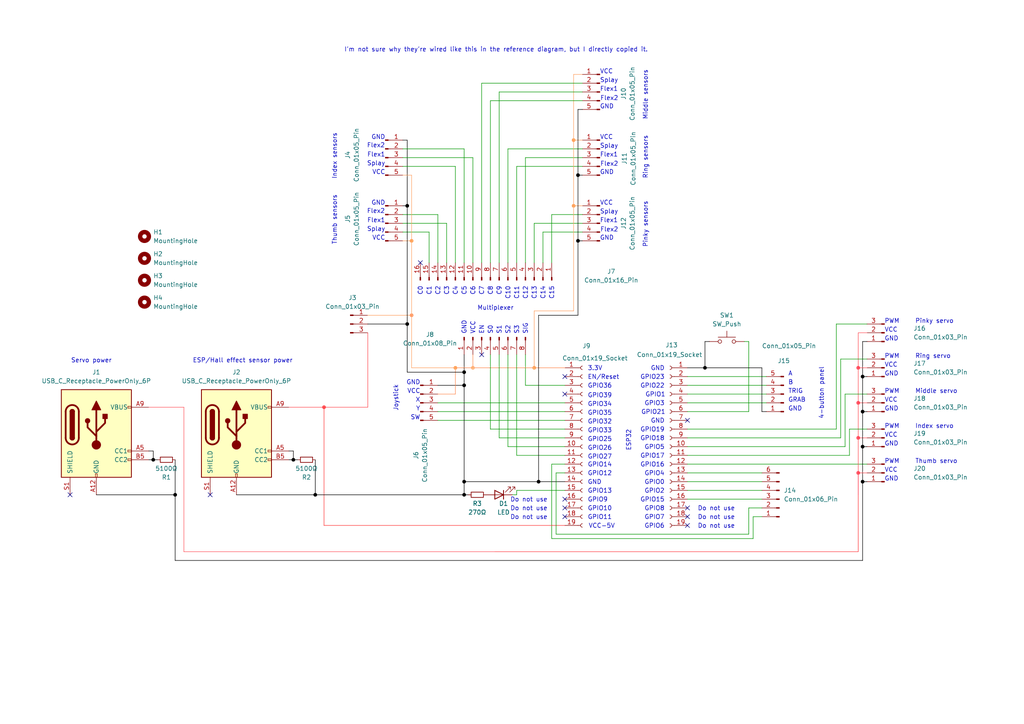
<source format=kicad_sch>
(kicad_sch
	(version 20231120)
	(generator "eeschema")
	(generator_version "8.0")
	(uuid "4ef451b9-c6da-41b6-b847-894b88f6d21b")
	(paper "A4")
	(title_block
		(title "LucidVR Prototype 5 PCB")
	)
	(lib_symbols
		(symbol "Connector:Conn_01x03_Pin"
			(pin_names
				(offset 1.016) hide)
			(exclude_from_sim no)
			(in_bom yes)
			(on_board yes)
			(property "Reference" "J"
				(at 0 5.08 0)
				(effects
					(font
						(size 1.27 1.27)
					)
				)
			)
			(property "Value" "Conn_01x03_Pin"
				(at 0 -5.08 0)
				(effects
					(font
						(size 1.27 1.27)
					)
				)
			)
			(property "Footprint" ""
				(at 0 0 0)
				(effects
					(font
						(size 1.27 1.27)
					)
					(hide yes)
				)
			)
			(property "Datasheet" "~"
				(at 0 0 0)
				(effects
					(font
						(size 1.27 1.27)
					)
					(hide yes)
				)
			)
			(property "Description" "Generic connector, single row, 01x03, script generated"
				(at 0 0 0)
				(effects
					(font
						(size 1.27 1.27)
					)
					(hide yes)
				)
			)
			(property "ki_locked" ""
				(at 0 0 0)
				(effects
					(font
						(size 1.27 1.27)
					)
				)
			)
			(property "ki_keywords" "connector"
				(at 0 0 0)
				(effects
					(font
						(size 1.27 1.27)
					)
					(hide yes)
				)
			)
			(property "ki_fp_filters" "Connector*:*_1x??_*"
				(at 0 0 0)
				(effects
					(font
						(size 1.27 1.27)
					)
					(hide yes)
				)
			)
			(symbol "Conn_01x03_Pin_1_1"
				(polyline
					(pts
						(xy 1.27 -2.54) (xy 0.8636 -2.54)
					)
					(stroke
						(width 0.1524)
						(type default)
					)
					(fill
						(type none)
					)
				)
				(polyline
					(pts
						(xy 1.27 0) (xy 0.8636 0)
					)
					(stroke
						(width 0.1524)
						(type default)
					)
					(fill
						(type none)
					)
				)
				(polyline
					(pts
						(xy 1.27 2.54) (xy 0.8636 2.54)
					)
					(stroke
						(width 0.1524)
						(type default)
					)
					(fill
						(type none)
					)
				)
				(rectangle
					(start 0.8636 -2.413)
					(end 0 -2.667)
					(stroke
						(width 0.1524)
						(type default)
					)
					(fill
						(type outline)
					)
				)
				(rectangle
					(start 0.8636 0.127)
					(end 0 -0.127)
					(stroke
						(width 0.1524)
						(type default)
					)
					(fill
						(type outline)
					)
				)
				(rectangle
					(start 0.8636 2.667)
					(end 0 2.413)
					(stroke
						(width 0.1524)
						(type default)
					)
					(fill
						(type outline)
					)
				)
				(pin passive line
					(at 5.08 2.54 180)
					(length 3.81)
					(name "Pin_1"
						(effects
							(font
								(size 1.27 1.27)
							)
						)
					)
					(number "1"
						(effects
							(font
								(size 1.27 1.27)
							)
						)
					)
				)
				(pin passive line
					(at 5.08 0 180)
					(length 3.81)
					(name "Pin_2"
						(effects
							(font
								(size 1.27 1.27)
							)
						)
					)
					(number "2"
						(effects
							(font
								(size 1.27 1.27)
							)
						)
					)
				)
				(pin passive line
					(at 5.08 -2.54 180)
					(length 3.81)
					(name "Pin_3"
						(effects
							(font
								(size 1.27 1.27)
							)
						)
					)
					(number "3"
						(effects
							(font
								(size 1.27 1.27)
							)
						)
					)
				)
			)
		)
		(symbol "Connector:Conn_01x05_Pin"
			(pin_names
				(offset 1.016) hide)
			(exclude_from_sim no)
			(in_bom yes)
			(on_board yes)
			(property "Reference" "J"
				(at 0 7.62 0)
				(effects
					(font
						(size 1.27 1.27)
					)
				)
			)
			(property "Value" "Conn_01x05_Pin"
				(at 0 -7.62 0)
				(effects
					(font
						(size 1.27 1.27)
					)
				)
			)
			(property "Footprint" ""
				(at 0 0 0)
				(effects
					(font
						(size 1.27 1.27)
					)
					(hide yes)
				)
			)
			(property "Datasheet" "~"
				(at 0 0 0)
				(effects
					(font
						(size 1.27 1.27)
					)
					(hide yes)
				)
			)
			(property "Description" "Generic connector, single row, 01x05, script generated"
				(at 0 0 0)
				(effects
					(font
						(size 1.27 1.27)
					)
					(hide yes)
				)
			)
			(property "ki_locked" ""
				(at 0 0 0)
				(effects
					(font
						(size 1.27 1.27)
					)
				)
			)
			(property "ki_keywords" "connector"
				(at 0 0 0)
				(effects
					(font
						(size 1.27 1.27)
					)
					(hide yes)
				)
			)
			(property "ki_fp_filters" "Connector*:*_1x??_*"
				(at 0 0 0)
				(effects
					(font
						(size 1.27 1.27)
					)
					(hide yes)
				)
			)
			(symbol "Conn_01x05_Pin_1_1"
				(polyline
					(pts
						(xy 1.27 -5.08) (xy 0.8636 -5.08)
					)
					(stroke
						(width 0.1524)
						(type default)
					)
					(fill
						(type none)
					)
				)
				(polyline
					(pts
						(xy 1.27 -2.54) (xy 0.8636 -2.54)
					)
					(stroke
						(width 0.1524)
						(type default)
					)
					(fill
						(type none)
					)
				)
				(polyline
					(pts
						(xy 1.27 0) (xy 0.8636 0)
					)
					(stroke
						(width 0.1524)
						(type default)
					)
					(fill
						(type none)
					)
				)
				(polyline
					(pts
						(xy 1.27 2.54) (xy 0.8636 2.54)
					)
					(stroke
						(width 0.1524)
						(type default)
					)
					(fill
						(type none)
					)
				)
				(polyline
					(pts
						(xy 1.27 5.08) (xy 0.8636 5.08)
					)
					(stroke
						(width 0.1524)
						(type default)
					)
					(fill
						(type none)
					)
				)
				(rectangle
					(start 0.8636 -4.953)
					(end 0 -5.207)
					(stroke
						(width 0.1524)
						(type default)
					)
					(fill
						(type outline)
					)
				)
				(rectangle
					(start 0.8636 -2.413)
					(end 0 -2.667)
					(stroke
						(width 0.1524)
						(type default)
					)
					(fill
						(type outline)
					)
				)
				(rectangle
					(start 0.8636 0.127)
					(end 0 -0.127)
					(stroke
						(width 0.1524)
						(type default)
					)
					(fill
						(type outline)
					)
				)
				(rectangle
					(start 0.8636 2.667)
					(end 0 2.413)
					(stroke
						(width 0.1524)
						(type default)
					)
					(fill
						(type outline)
					)
				)
				(rectangle
					(start 0.8636 5.207)
					(end 0 4.953)
					(stroke
						(width 0.1524)
						(type default)
					)
					(fill
						(type outline)
					)
				)
				(pin passive line
					(at 5.08 5.08 180)
					(length 3.81)
					(name "Pin_1"
						(effects
							(font
								(size 1.27 1.27)
							)
						)
					)
					(number "1"
						(effects
							(font
								(size 1.27 1.27)
							)
						)
					)
				)
				(pin passive line
					(at 5.08 2.54 180)
					(length 3.81)
					(name "Pin_2"
						(effects
							(font
								(size 1.27 1.27)
							)
						)
					)
					(number "2"
						(effects
							(font
								(size 1.27 1.27)
							)
						)
					)
				)
				(pin passive line
					(at 5.08 0 180)
					(length 3.81)
					(name "Pin_3"
						(effects
							(font
								(size 1.27 1.27)
							)
						)
					)
					(number "3"
						(effects
							(font
								(size 1.27 1.27)
							)
						)
					)
				)
				(pin passive line
					(at 5.08 -2.54 180)
					(length 3.81)
					(name "Pin_4"
						(effects
							(font
								(size 1.27 1.27)
							)
						)
					)
					(number "4"
						(effects
							(font
								(size 1.27 1.27)
							)
						)
					)
				)
				(pin passive line
					(at 5.08 -5.08 180)
					(length 3.81)
					(name "Pin_5"
						(effects
							(font
								(size 1.27 1.27)
							)
						)
					)
					(number "5"
						(effects
							(font
								(size 1.27 1.27)
							)
						)
					)
				)
			)
		)
		(symbol "Connector:Conn_01x06_Pin"
			(pin_names
				(offset 1.016) hide)
			(exclude_from_sim no)
			(in_bom yes)
			(on_board yes)
			(property "Reference" "J"
				(at 0 7.62 0)
				(effects
					(font
						(size 1.27 1.27)
					)
				)
			)
			(property "Value" "Conn_01x06_Pin"
				(at 0 -10.16 0)
				(effects
					(font
						(size 1.27 1.27)
					)
				)
			)
			(property "Footprint" ""
				(at 0 0 0)
				(effects
					(font
						(size 1.27 1.27)
					)
					(hide yes)
				)
			)
			(property "Datasheet" "~"
				(at 0 0 0)
				(effects
					(font
						(size 1.27 1.27)
					)
					(hide yes)
				)
			)
			(property "Description" "Generic connector, single row, 01x06, script generated"
				(at 0 0 0)
				(effects
					(font
						(size 1.27 1.27)
					)
					(hide yes)
				)
			)
			(property "ki_locked" ""
				(at 0 0 0)
				(effects
					(font
						(size 1.27 1.27)
					)
				)
			)
			(property "ki_keywords" "connector"
				(at 0 0 0)
				(effects
					(font
						(size 1.27 1.27)
					)
					(hide yes)
				)
			)
			(property "ki_fp_filters" "Connector*:*_1x??_*"
				(at 0 0 0)
				(effects
					(font
						(size 1.27 1.27)
					)
					(hide yes)
				)
			)
			(symbol "Conn_01x06_Pin_1_1"
				(polyline
					(pts
						(xy 1.27 -7.62) (xy 0.8636 -7.62)
					)
					(stroke
						(width 0.1524)
						(type default)
					)
					(fill
						(type none)
					)
				)
				(polyline
					(pts
						(xy 1.27 -5.08) (xy 0.8636 -5.08)
					)
					(stroke
						(width 0.1524)
						(type default)
					)
					(fill
						(type none)
					)
				)
				(polyline
					(pts
						(xy 1.27 -2.54) (xy 0.8636 -2.54)
					)
					(stroke
						(width 0.1524)
						(type default)
					)
					(fill
						(type none)
					)
				)
				(polyline
					(pts
						(xy 1.27 0) (xy 0.8636 0)
					)
					(stroke
						(width 0.1524)
						(type default)
					)
					(fill
						(type none)
					)
				)
				(polyline
					(pts
						(xy 1.27 2.54) (xy 0.8636 2.54)
					)
					(stroke
						(width 0.1524)
						(type default)
					)
					(fill
						(type none)
					)
				)
				(polyline
					(pts
						(xy 1.27 5.08) (xy 0.8636 5.08)
					)
					(stroke
						(width 0.1524)
						(type default)
					)
					(fill
						(type none)
					)
				)
				(rectangle
					(start 0.8636 -7.493)
					(end 0 -7.747)
					(stroke
						(width 0.1524)
						(type default)
					)
					(fill
						(type outline)
					)
				)
				(rectangle
					(start 0.8636 -4.953)
					(end 0 -5.207)
					(stroke
						(width 0.1524)
						(type default)
					)
					(fill
						(type outline)
					)
				)
				(rectangle
					(start 0.8636 -2.413)
					(end 0 -2.667)
					(stroke
						(width 0.1524)
						(type default)
					)
					(fill
						(type outline)
					)
				)
				(rectangle
					(start 0.8636 0.127)
					(end 0 -0.127)
					(stroke
						(width 0.1524)
						(type default)
					)
					(fill
						(type outline)
					)
				)
				(rectangle
					(start 0.8636 2.667)
					(end 0 2.413)
					(stroke
						(width 0.1524)
						(type default)
					)
					(fill
						(type outline)
					)
				)
				(rectangle
					(start 0.8636 5.207)
					(end 0 4.953)
					(stroke
						(width 0.1524)
						(type default)
					)
					(fill
						(type outline)
					)
				)
				(pin passive line
					(at 5.08 5.08 180)
					(length 3.81)
					(name "Pin_1"
						(effects
							(font
								(size 1.27 1.27)
							)
						)
					)
					(number "1"
						(effects
							(font
								(size 1.27 1.27)
							)
						)
					)
				)
				(pin passive line
					(at 5.08 2.54 180)
					(length 3.81)
					(name "Pin_2"
						(effects
							(font
								(size 1.27 1.27)
							)
						)
					)
					(number "2"
						(effects
							(font
								(size 1.27 1.27)
							)
						)
					)
				)
				(pin passive line
					(at 5.08 0 180)
					(length 3.81)
					(name "Pin_3"
						(effects
							(font
								(size 1.27 1.27)
							)
						)
					)
					(number "3"
						(effects
							(font
								(size 1.27 1.27)
							)
						)
					)
				)
				(pin passive line
					(at 5.08 -2.54 180)
					(length 3.81)
					(name "Pin_4"
						(effects
							(font
								(size 1.27 1.27)
							)
						)
					)
					(number "4"
						(effects
							(font
								(size 1.27 1.27)
							)
						)
					)
				)
				(pin passive line
					(at 5.08 -5.08 180)
					(length 3.81)
					(name "Pin_5"
						(effects
							(font
								(size 1.27 1.27)
							)
						)
					)
					(number "5"
						(effects
							(font
								(size 1.27 1.27)
							)
						)
					)
				)
				(pin passive line
					(at 5.08 -7.62 180)
					(length 3.81)
					(name "Pin_6"
						(effects
							(font
								(size 1.27 1.27)
							)
						)
					)
					(number "6"
						(effects
							(font
								(size 1.27 1.27)
							)
						)
					)
				)
			)
		)
		(symbol "Connector:Conn_01x08_Pin"
			(pin_names
				(offset 1.016) hide)
			(exclude_from_sim no)
			(in_bom yes)
			(on_board yes)
			(property "Reference" "J"
				(at 0 10.16 0)
				(effects
					(font
						(size 1.27 1.27)
					)
				)
			)
			(property "Value" "Conn_01x08_Pin"
				(at 0 -12.7 0)
				(effects
					(font
						(size 1.27 1.27)
					)
				)
			)
			(property "Footprint" ""
				(at 0 0 0)
				(effects
					(font
						(size 1.27 1.27)
					)
					(hide yes)
				)
			)
			(property "Datasheet" "~"
				(at 0 0 0)
				(effects
					(font
						(size 1.27 1.27)
					)
					(hide yes)
				)
			)
			(property "Description" "Generic connector, single row, 01x08, script generated"
				(at 0 0 0)
				(effects
					(font
						(size 1.27 1.27)
					)
					(hide yes)
				)
			)
			(property "ki_locked" ""
				(at 0 0 0)
				(effects
					(font
						(size 1.27 1.27)
					)
				)
			)
			(property "ki_keywords" "connector"
				(at 0 0 0)
				(effects
					(font
						(size 1.27 1.27)
					)
					(hide yes)
				)
			)
			(property "ki_fp_filters" "Connector*:*_1x??_*"
				(at 0 0 0)
				(effects
					(font
						(size 1.27 1.27)
					)
					(hide yes)
				)
			)
			(symbol "Conn_01x08_Pin_1_1"
				(polyline
					(pts
						(xy 1.27 -10.16) (xy 0.8636 -10.16)
					)
					(stroke
						(width 0.1524)
						(type default)
					)
					(fill
						(type none)
					)
				)
				(polyline
					(pts
						(xy 1.27 -7.62) (xy 0.8636 -7.62)
					)
					(stroke
						(width 0.1524)
						(type default)
					)
					(fill
						(type none)
					)
				)
				(polyline
					(pts
						(xy 1.27 -5.08) (xy 0.8636 -5.08)
					)
					(stroke
						(width 0.1524)
						(type default)
					)
					(fill
						(type none)
					)
				)
				(polyline
					(pts
						(xy 1.27 -2.54) (xy 0.8636 -2.54)
					)
					(stroke
						(width 0.1524)
						(type default)
					)
					(fill
						(type none)
					)
				)
				(polyline
					(pts
						(xy 1.27 0) (xy 0.8636 0)
					)
					(stroke
						(width 0.1524)
						(type default)
					)
					(fill
						(type none)
					)
				)
				(polyline
					(pts
						(xy 1.27 2.54) (xy 0.8636 2.54)
					)
					(stroke
						(width 0.1524)
						(type default)
					)
					(fill
						(type none)
					)
				)
				(polyline
					(pts
						(xy 1.27 5.08) (xy 0.8636 5.08)
					)
					(stroke
						(width 0.1524)
						(type default)
					)
					(fill
						(type none)
					)
				)
				(polyline
					(pts
						(xy 1.27 7.62) (xy 0.8636 7.62)
					)
					(stroke
						(width 0.1524)
						(type default)
					)
					(fill
						(type none)
					)
				)
				(rectangle
					(start 0.8636 -10.033)
					(end 0 -10.287)
					(stroke
						(width 0.1524)
						(type default)
					)
					(fill
						(type outline)
					)
				)
				(rectangle
					(start 0.8636 -7.493)
					(end 0 -7.747)
					(stroke
						(width 0.1524)
						(type default)
					)
					(fill
						(type outline)
					)
				)
				(rectangle
					(start 0.8636 -4.953)
					(end 0 -5.207)
					(stroke
						(width 0.1524)
						(type default)
					)
					(fill
						(type outline)
					)
				)
				(rectangle
					(start 0.8636 -2.413)
					(end 0 -2.667)
					(stroke
						(width 0.1524)
						(type default)
					)
					(fill
						(type outline)
					)
				)
				(rectangle
					(start 0.8636 0.127)
					(end 0 -0.127)
					(stroke
						(width 0.1524)
						(type default)
					)
					(fill
						(type outline)
					)
				)
				(rectangle
					(start 0.8636 2.667)
					(end 0 2.413)
					(stroke
						(width 0.1524)
						(type default)
					)
					(fill
						(type outline)
					)
				)
				(rectangle
					(start 0.8636 5.207)
					(end 0 4.953)
					(stroke
						(width 0.1524)
						(type default)
					)
					(fill
						(type outline)
					)
				)
				(rectangle
					(start 0.8636 7.747)
					(end 0 7.493)
					(stroke
						(width 0.1524)
						(type default)
					)
					(fill
						(type outline)
					)
				)
				(pin passive line
					(at 5.08 7.62 180)
					(length 3.81)
					(name "Pin_1"
						(effects
							(font
								(size 1.27 1.27)
							)
						)
					)
					(number "1"
						(effects
							(font
								(size 1.27 1.27)
							)
						)
					)
				)
				(pin passive line
					(at 5.08 5.08 180)
					(length 3.81)
					(name "Pin_2"
						(effects
							(font
								(size 1.27 1.27)
							)
						)
					)
					(number "2"
						(effects
							(font
								(size 1.27 1.27)
							)
						)
					)
				)
				(pin passive line
					(at 5.08 2.54 180)
					(length 3.81)
					(name "Pin_3"
						(effects
							(font
								(size 1.27 1.27)
							)
						)
					)
					(number "3"
						(effects
							(font
								(size 1.27 1.27)
							)
						)
					)
				)
				(pin passive line
					(at 5.08 0 180)
					(length 3.81)
					(name "Pin_4"
						(effects
							(font
								(size 1.27 1.27)
							)
						)
					)
					(number "4"
						(effects
							(font
								(size 1.27 1.27)
							)
						)
					)
				)
				(pin passive line
					(at 5.08 -2.54 180)
					(length 3.81)
					(name "Pin_5"
						(effects
							(font
								(size 1.27 1.27)
							)
						)
					)
					(number "5"
						(effects
							(font
								(size 1.27 1.27)
							)
						)
					)
				)
				(pin passive line
					(at 5.08 -5.08 180)
					(length 3.81)
					(name "Pin_6"
						(effects
							(font
								(size 1.27 1.27)
							)
						)
					)
					(number "6"
						(effects
							(font
								(size 1.27 1.27)
							)
						)
					)
				)
				(pin passive line
					(at 5.08 -7.62 180)
					(length 3.81)
					(name "Pin_7"
						(effects
							(font
								(size 1.27 1.27)
							)
						)
					)
					(number "7"
						(effects
							(font
								(size 1.27 1.27)
							)
						)
					)
				)
				(pin passive line
					(at 5.08 -10.16 180)
					(length 3.81)
					(name "Pin_8"
						(effects
							(font
								(size 1.27 1.27)
							)
						)
					)
					(number "8"
						(effects
							(font
								(size 1.27 1.27)
							)
						)
					)
				)
			)
		)
		(symbol "Connector:Conn_01x16_Pin"
			(pin_names
				(offset 1.016) hide)
			(exclude_from_sim no)
			(in_bom yes)
			(on_board yes)
			(property "Reference" "J"
				(at 0 20.32 0)
				(effects
					(font
						(size 1.27 1.27)
					)
				)
			)
			(property "Value" "Conn_01x16_Pin"
				(at 0 -22.86 0)
				(effects
					(font
						(size 1.27 1.27)
					)
				)
			)
			(property "Footprint" ""
				(at 0 0 0)
				(effects
					(font
						(size 1.27 1.27)
					)
					(hide yes)
				)
			)
			(property "Datasheet" "~"
				(at 0 0 0)
				(effects
					(font
						(size 1.27 1.27)
					)
					(hide yes)
				)
			)
			(property "Description" "Generic connector, single row, 01x16, script generated"
				(at 0 0 0)
				(effects
					(font
						(size 1.27 1.27)
					)
					(hide yes)
				)
			)
			(property "ki_locked" ""
				(at 0 0 0)
				(effects
					(font
						(size 1.27 1.27)
					)
				)
			)
			(property "ki_keywords" "connector"
				(at 0 0 0)
				(effects
					(font
						(size 1.27 1.27)
					)
					(hide yes)
				)
			)
			(property "ki_fp_filters" "Connector*:*_1x??_*"
				(at 0 0 0)
				(effects
					(font
						(size 1.27 1.27)
					)
					(hide yes)
				)
			)
			(symbol "Conn_01x16_Pin_1_1"
				(polyline
					(pts
						(xy 1.27 -20.32) (xy 0.8636 -20.32)
					)
					(stroke
						(width 0.1524)
						(type default)
					)
					(fill
						(type none)
					)
				)
				(polyline
					(pts
						(xy 1.27 -17.78) (xy 0.8636 -17.78)
					)
					(stroke
						(width 0.1524)
						(type default)
					)
					(fill
						(type none)
					)
				)
				(polyline
					(pts
						(xy 1.27 -15.24) (xy 0.8636 -15.24)
					)
					(stroke
						(width 0.1524)
						(type default)
					)
					(fill
						(type none)
					)
				)
				(polyline
					(pts
						(xy 1.27 -12.7) (xy 0.8636 -12.7)
					)
					(stroke
						(width 0.1524)
						(type default)
					)
					(fill
						(type none)
					)
				)
				(polyline
					(pts
						(xy 1.27 -10.16) (xy 0.8636 -10.16)
					)
					(stroke
						(width 0.1524)
						(type default)
					)
					(fill
						(type none)
					)
				)
				(polyline
					(pts
						(xy 1.27 -7.62) (xy 0.8636 -7.62)
					)
					(stroke
						(width 0.1524)
						(type default)
					)
					(fill
						(type none)
					)
				)
				(polyline
					(pts
						(xy 1.27 -5.08) (xy 0.8636 -5.08)
					)
					(stroke
						(width 0.1524)
						(type default)
					)
					(fill
						(type none)
					)
				)
				(polyline
					(pts
						(xy 1.27 -2.54) (xy 0.8636 -2.54)
					)
					(stroke
						(width 0.1524)
						(type default)
					)
					(fill
						(type none)
					)
				)
				(polyline
					(pts
						(xy 1.27 0) (xy 0.8636 0)
					)
					(stroke
						(width 0.1524)
						(type default)
					)
					(fill
						(type none)
					)
				)
				(polyline
					(pts
						(xy 1.27 2.54) (xy 0.8636 2.54)
					)
					(stroke
						(width 0.1524)
						(type default)
					)
					(fill
						(type none)
					)
				)
				(polyline
					(pts
						(xy 1.27 5.08) (xy 0.8636 5.08)
					)
					(stroke
						(width 0.1524)
						(type default)
					)
					(fill
						(type none)
					)
				)
				(polyline
					(pts
						(xy 1.27 7.62) (xy 0.8636 7.62)
					)
					(stroke
						(width 0.1524)
						(type default)
					)
					(fill
						(type none)
					)
				)
				(polyline
					(pts
						(xy 1.27 10.16) (xy 0.8636 10.16)
					)
					(stroke
						(width 0.1524)
						(type default)
					)
					(fill
						(type none)
					)
				)
				(polyline
					(pts
						(xy 1.27 12.7) (xy 0.8636 12.7)
					)
					(stroke
						(width 0.1524)
						(type default)
					)
					(fill
						(type none)
					)
				)
				(polyline
					(pts
						(xy 1.27 15.24) (xy 0.8636 15.24)
					)
					(stroke
						(width 0.1524)
						(type default)
					)
					(fill
						(type none)
					)
				)
				(polyline
					(pts
						(xy 1.27 17.78) (xy 0.8636 17.78)
					)
					(stroke
						(width 0.1524)
						(type default)
					)
					(fill
						(type none)
					)
				)
				(rectangle
					(start 0.8636 -20.193)
					(end 0 -20.447)
					(stroke
						(width 0.1524)
						(type default)
					)
					(fill
						(type outline)
					)
				)
				(rectangle
					(start 0.8636 -17.653)
					(end 0 -17.907)
					(stroke
						(width 0.1524)
						(type default)
					)
					(fill
						(type outline)
					)
				)
				(rectangle
					(start 0.8636 -15.113)
					(end 0 -15.367)
					(stroke
						(width 0.1524)
						(type default)
					)
					(fill
						(type outline)
					)
				)
				(rectangle
					(start 0.8636 -12.573)
					(end 0 -12.827)
					(stroke
						(width 0.1524)
						(type default)
					)
					(fill
						(type outline)
					)
				)
				(rectangle
					(start 0.8636 -10.033)
					(end 0 -10.287)
					(stroke
						(width 0.1524)
						(type default)
					)
					(fill
						(type outline)
					)
				)
				(rectangle
					(start 0.8636 -7.493)
					(end 0 -7.747)
					(stroke
						(width 0.1524)
						(type default)
					)
					(fill
						(type outline)
					)
				)
				(rectangle
					(start 0.8636 -4.953)
					(end 0 -5.207)
					(stroke
						(width 0.1524)
						(type default)
					)
					(fill
						(type outline)
					)
				)
				(rectangle
					(start 0.8636 -2.413)
					(end 0 -2.667)
					(stroke
						(width 0.1524)
						(type default)
					)
					(fill
						(type outline)
					)
				)
				(rectangle
					(start 0.8636 0.127)
					(end 0 -0.127)
					(stroke
						(width 0.1524)
						(type default)
					)
					(fill
						(type outline)
					)
				)
				(rectangle
					(start 0.8636 2.667)
					(end 0 2.413)
					(stroke
						(width 0.1524)
						(type default)
					)
					(fill
						(type outline)
					)
				)
				(rectangle
					(start 0.8636 5.207)
					(end 0 4.953)
					(stroke
						(width 0.1524)
						(type default)
					)
					(fill
						(type outline)
					)
				)
				(rectangle
					(start 0.8636 7.747)
					(end 0 7.493)
					(stroke
						(width 0.1524)
						(type default)
					)
					(fill
						(type outline)
					)
				)
				(rectangle
					(start 0.8636 10.287)
					(end 0 10.033)
					(stroke
						(width 0.1524)
						(type default)
					)
					(fill
						(type outline)
					)
				)
				(rectangle
					(start 0.8636 12.827)
					(end 0 12.573)
					(stroke
						(width 0.1524)
						(type default)
					)
					(fill
						(type outline)
					)
				)
				(rectangle
					(start 0.8636 15.367)
					(end 0 15.113)
					(stroke
						(width 0.1524)
						(type default)
					)
					(fill
						(type outline)
					)
				)
				(rectangle
					(start 0.8636 17.907)
					(end 0 17.653)
					(stroke
						(width 0.1524)
						(type default)
					)
					(fill
						(type outline)
					)
				)
				(pin passive line
					(at 5.08 17.78 180)
					(length 3.81)
					(name "Pin_1"
						(effects
							(font
								(size 1.27 1.27)
							)
						)
					)
					(number "1"
						(effects
							(font
								(size 1.27 1.27)
							)
						)
					)
				)
				(pin passive line
					(at 5.08 -5.08 180)
					(length 3.81)
					(name "Pin_10"
						(effects
							(font
								(size 1.27 1.27)
							)
						)
					)
					(number "10"
						(effects
							(font
								(size 1.27 1.27)
							)
						)
					)
				)
				(pin passive line
					(at 5.08 -7.62 180)
					(length 3.81)
					(name "Pin_11"
						(effects
							(font
								(size 1.27 1.27)
							)
						)
					)
					(number "11"
						(effects
							(font
								(size 1.27 1.27)
							)
						)
					)
				)
				(pin passive line
					(at 5.08 -10.16 180)
					(length 3.81)
					(name "Pin_12"
						(effects
							(font
								(size 1.27 1.27)
							)
						)
					)
					(number "12"
						(effects
							(font
								(size 1.27 1.27)
							)
						)
					)
				)
				(pin passive line
					(at 5.08 -12.7 180)
					(length 3.81)
					(name "Pin_13"
						(effects
							(font
								(size 1.27 1.27)
							)
						)
					)
					(number "13"
						(effects
							(font
								(size 1.27 1.27)
							)
						)
					)
				)
				(pin passive line
					(at 5.08 -15.24 180)
					(length 3.81)
					(name "Pin_14"
						(effects
							(font
								(size 1.27 1.27)
							)
						)
					)
					(number "14"
						(effects
							(font
								(size 1.27 1.27)
							)
						)
					)
				)
				(pin passive line
					(at 5.08 -17.78 180)
					(length 3.81)
					(name "Pin_15"
						(effects
							(font
								(size 1.27 1.27)
							)
						)
					)
					(number "15"
						(effects
							(font
								(size 1.27 1.27)
							)
						)
					)
				)
				(pin passive line
					(at 5.08 -20.32 180)
					(length 3.81)
					(name "Pin_16"
						(effects
							(font
								(size 1.27 1.27)
							)
						)
					)
					(number "16"
						(effects
							(font
								(size 1.27 1.27)
							)
						)
					)
				)
				(pin passive line
					(at 5.08 15.24 180)
					(length 3.81)
					(name "Pin_2"
						(effects
							(font
								(size 1.27 1.27)
							)
						)
					)
					(number "2"
						(effects
							(font
								(size 1.27 1.27)
							)
						)
					)
				)
				(pin passive line
					(at 5.08 12.7 180)
					(length 3.81)
					(name "Pin_3"
						(effects
							(font
								(size 1.27 1.27)
							)
						)
					)
					(number "3"
						(effects
							(font
								(size 1.27 1.27)
							)
						)
					)
				)
				(pin passive line
					(at 5.08 10.16 180)
					(length 3.81)
					(name "Pin_4"
						(effects
							(font
								(size 1.27 1.27)
							)
						)
					)
					(number "4"
						(effects
							(font
								(size 1.27 1.27)
							)
						)
					)
				)
				(pin passive line
					(at 5.08 7.62 180)
					(length 3.81)
					(name "Pin_5"
						(effects
							(font
								(size 1.27 1.27)
							)
						)
					)
					(number "5"
						(effects
							(font
								(size 1.27 1.27)
							)
						)
					)
				)
				(pin passive line
					(at 5.08 5.08 180)
					(length 3.81)
					(name "Pin_6"
						(effects
							(font
								(size 1.27 1.27)
							)
						)
					)
					(number "6"
						(effects
							(font
								(size 1.27 1.27)
							)
						)
					)
				)
				(pin passive line
					(at 5.08 2.54 180)
					(length 3.81)
					(name "Pin_7"
						(effects
							(font
								(size 1.27 1.27)
							)
						)
					)
					(number "7"
						(effects
							(font
								(size 1.27 1.27)
							)
						)
					)
				)
				(pin passive line
					(at 5.08 0 180)
					(length 3.81)
					(name "Pin_8"
						(effects
							(font
								(size 1.27 1.27)
							)
						)
					)
					(number "8"
						(effects
							(font
								(size 1.27 1.27)
							)
						)
					)
				)
				(pin passive line
					(at 5.08 -2.54 180)
					(length 3.81)
					(name "Pin_9"
						(effects
							(font
								(size 1.27 1.27)
							)
						)
					)
					(number "9"
						(effects
							(font
								(size 1.27 1.27)
							)
						)
					)
				)
			)
		)
		(symbol "Connector:Conn_01x19_Socket"
			(pin_names
				(offset 1.016) hide)
			(exclude_from_sim no)
			(in_bom yes)
			(on_board yes)
			(property "Reference" "J"
				(at 0 25.4 0)
				(effects
					(font
						(size 1.27 1.27)
					)
				)
			)
			(property "Value" "Conn_01x19_Socket"
				(at 0 -25.4 0)
				(effects
					(font
						(size 1.27 1.27)
					)
				)
			)
			(property "Footprint" ""
				(at 0 0 0)
				(effects
					(font
						(size 1.27 1.27)
					)
					(hide yes)
				)
			)
			(property "Datasheet" "~"
				(at 0 0 0)
				(effects
					(font
						(size 1.27 1.27)
					)
					(hide yes)
				)
			)
			(property "Description" "Generic connector, single row, 01x19, script generated"
				(at 0 0 0)
				(effects
					(font
						(size 1.27 1.27)
					)
					(hide yes)
				)
			)
			(property "ki_locked" ""
				(at 0 0 0)
				(effects
					(font
						(size 1.27 1.27)
					)
				)
			)
			(property "ki_keywords" "connector"
				(at 0 0 0)
				(effects
					(font
						(size 1.27 1.27)
					)
					(hide yes)
				)
			)
			(property "ki_fp_filters" "Connector*:*_1x??_*"
				(at 0 0 0)
				(effects
					(font
						(size 1.27 1.27)
					)
					(hide yes)
				)
			)
			(symbol "Conn_01x19_Socket_1_1"
				(arc
					(start 0 -22.352)
					(mid -0.5058 -22.86)
					(end 0 -23.368)
					(stroke
						(width 0.1524)
						(type default)
					)
					(fill
						(type none)
					)
				)
				(arc
					(start 0 -19.812)
					(mid -0.5058 -20.32)
					(end 0 -20.828)
					(stroke
						(width 0.1524)
						(type default)
					)
					(fill
						(type none)
					)
				)
				(arc
					(start 0 -17.272)
					(mid -0.5058 -17.78)
					(end 0 -18.288)
					(stroke
						(width 0.1524)
						(type default)
					)
					(fill
						(type none)
					)
				)
				(arc
					(start 0 -14.732)
					(mid -0.5058 -15.24)
					(end 0 -15.748)
					(stroke
						(width 0.1524)
						(type default)
					)
					(fill
						(type none)
					)
				)
				(arc
					(start 0 -12.192)
					(mid -0.5058 -12.7)
					(end 0 -13.208)
					(stroke
						(width 0.1524)
						(type default)
					)
					(fill
						(type none)
					)
				)
				(arc
					(start 0 -9.652)
					(mid -0.5058 -10.16)
					(end 0 -10.668)
					(stroke
						(width 0.1524)
						(type default)
					)
					(fill
						(type none)
					)
				)
				(arc
					(start 0 -7.112)
					(mid -0.5058 -7.62)
					(end 0 -8.128)
					(stroke
						(width 0.1524)
						(type default)
					)
					(fill
						(type none)
					)
				)
				(arc
					(start 0 -4.572)
					(mid -0.5058 -5.08)
					(end 0 -5.588)
					(stroke
						(width 0.1524)
						(type default)
					)
					(fill
						(type none)
					)
				)
				(arc
					(start 0 -2.032)
					(mid -0.5058 -2.54)
					(end 0 -3.048)
					(stroke
						(width 0.1524)
						(type default)
					)
					(fill
						(type none)
					)
				)
				(polyline
					(pts
						(xy -1.27 -22.86) (xy -0.508 -22.86)
					)
					(stroke
						(width 0.1524)
						(type default)
					)
					(fill
						(type none)
					)
				)
				(polyline
					(pts
						(xy -1.27 -20.32) (xy -0.508 -20.32)
					)
					(stroke
						(width 0.1524)
						(type default)
					)
					(fill
						(type none)
					)
				)
				(polyline
					(pts
						(xy -1.27 -17.78) (xy -0.508 -17.78)
					)
					(stroke
						(width 0.1524)
						(type default)
					)
					(fill
						(type none)
					)
				)
				(polyline
					(pts
						(xy -1.27 -15.24) (xy -0.508 -15.24)
					)
					(stroke
						(width 0.1524)
						(type default)
					)
					(fill
						(type none)
					)
				)
				(polyline
					(pts
						(xy -1.27 -12.7) (xy -0.508 -12.7)
					)
					(stroke
						(width 0.1524)
						(type default)
					)
					(fill
						(type none)
					)
				)
				(polyline
					(pts
						(xy -1.27 -10.16) (xy -0.508 -10.16)
					)
					(stroke
						(width 0.1524)
						(type default)
					)
					(fill
						(type none)
					)
				)
				(polyline
					(pts
						(xy -1.27 -7.62) (xy -0.508 -7.62)
					)
					(stroke
						(width 0.1524)
						(type default)
					)
					(fill
						(type none)
					)
				)
				(polyline
					(pts
						(xy -1.27 -5.08) (xy -0.508 -5.08)
					)
					(stroke
						(width 0.1524)
						(type default)
					)
					(fill
						(type none)
					)
				)
				(polyline
					(pts
						(xy -1.27 -2.54) (xy -0.508 -2.54)
					)
					(stroke
						(width 0.1524)
						(type default)
					)
					(fill
						(type none)
					)
				)
				(polyline
					(pts
						(xy -1.27 0) (xy -0.508 0)
					)
					(stroke
						(width 0.1524)
						(type default)
					)
					(fill
						(type none)
					)
				)
				(polyline
					(pts
						(xy -1.27 2.54) (xy -0.508 2.54)
					)
					(stroke
						(width 0.1524)
						(type default)
					)
					(fill
						(type none)
					)
				)
				(polyline
					(pts
						(xy -1.27 5.08) (xy -0.508 5.08)
					)
					(stroke
						(width 0.1524)
						(type default)
					)
					(fill
						(type none)
					)
				)
				(polyline
					(pts
						(xy -1.27 7.62) (xy -0.508 7.62)
					)
					(stroke
						(width 0.1524)
						(type default)
					)
					(fill
						(type none)
					)
				)
				(polyline
					(pts
						(xy -1.27 10.16) (xy -0.508 10.16)
					)
					(stroke
						(width 0.1524)
						(type default)
					)
					(fill
						(type none)
					)
				)
				(polyline
					(pts
						(xy -1.27 12.7) (xy -0.508 12.7)
					)
					(stroke
						(width 0.1524)
						(type default)
					)
					(fill
						(type none)
					)
				)
				(polyline
					(pts
						(xy -1.27 15.24) (xy -0.508 15.24)
					)
					(stroke
						(width 0.1524)
						(type default)
					)
					(fill
						(type none)
					)
				)
				(polyline
					(pts
						(xy -1.27 17.78) (xy -0.508 17.78)
					)
					(stroke
						(width 0.1524)
						(type default)
					)
					(fill
						(type none)
					)
				)
				(polyline
					(pts
						(xy -1.27 20.32) (xy -0.508 20.32)
					)
					(stroke
						(width 0.1524)
						(type default)
					)
					(fill
						(type none)
					)
				)
				(polyline
					(pts
						(xy -1.27 22.86) (xy -0.508 22.86)
					)
					(stroke
						(width 0.1524)
						(type default)
					)
					(fill
						(type none)
					)
				)
				(arc
					(start 0 0.508)
					(mid -0.5058 0)
					(end 0 -0.508)
					(stroke
						(width 0.1524)
						(type default)
					)
					(fill
						(type none)
					)
				)
				(arc
					(start 0 3.048)
					(mid -0.5058 2.54)
					(end 0 2.032)
					(stroke
						(width 0.1524)
						(type default)
					)
					(fill
						(type none)
					)
				)
				(arc
					(start 0 5.588)
					(mid -0.5058 5.08)
					(end 0 4.572)
					(stroke
						(width 0.1524)
						(type default)
					)
					(fill
						(type none)
					)
				)
				(arc
					(start 0 8.128)
					(mid -0.5058 7.62)
					(end 0 7.112)
					(stroke
						(width 0.1524)
						(type default)
					)
					(fill
						(type none)
					)
				)
				(arc
					(start 0 10.668)
					(mid -0.5058 10.16)
					(end 0 9.652)
					(stroke
						(width 0.1524)
						(type default)
					)
					(fill
						(type none)
					)
				)
				(arc
					(start 0 13.208)
					(mid -0.5058 12.7)
					(end 0 12.192)
					(stroke
						(width 0.1524)
						(type default)
					)
					(fill
						(type none)
					)
				)
				(arc
					(start 0 15.748)
					(mid -0.5058 15.24)
					(end 0 14.732)
					(stroke
						(width 0.1524)
						(type default)
					)
					(fill
						(type none)
					)
				)
				(arc
					(start 0 18.288)
					(mid -0.5058 17.78)
					(end 0 17.272)
					(stroke
						(width 0.1524)
						(type default)
					)
					(fill
						(type none)
					)
				)
				(arc
					(start 0 20.828)
					(mid -0.5058 20.32)
					(end 0 19.812)
					(stroke
						(width 0.1524)
						(type default)
					)
					(fill
						(type none)
					)
				)
				(arc
					(start 0 23.368)
					(mid -0.5058 22.86)
					(end 0 22.352)
					(stroke
						(width 0.1524)
						(type default)
					)
					(fill
						(type none)
					)
				)
				(pin passive line
					(at -5.08 22.86 0)
					(length 3.81)
					(name "Pin_1"
						(effects
							(font
								(size 1.27 1.27)
							)
						)
					)
					(number "1"
						(effects
							(font
								(size 1.27 1.27)
							)
						)
					)
				)
				(pin passive line
					(at -5.08 0 0)
					(length 3.81)
					(name "Pin_10"
						(effects
							(font
								(size 1.27 1.27)
							)
						)
					)
					(number "10"
						(effects
							(font
								(size 1.27 1.27)
							)
						)
					)
				)
				(pin passive line
					(at -5.08 -2.54 0)
					(length 3.81)
					(name "Pin_11"
						(effects
							(font
								(size 1.27 1.27)
							)
						)
					)
					(number "11"
						(effects
							(font
								(size 1.27 1.27)
							)
						)
					)
				)
				(pin passive line
					(at -5.08 -5.08 0)
					(length 3.81)
					(name "Pin_12"
						(effects
							(font
								(size 1.27 1.27)
							)
						)
					)
					(number "12"
						(effects
							(font
								(size 1.27 1.27)
							)
						)
					)
				)
				(pin passive line
					(at -5.08 -7.62 0)
					(length 3.81)
					(name "Pin_13"
						(effects
							(font
								(size 1.27 1.27)
							)
						)
					)
					(number "13"
						(effects
							(font
								(size 1.27 1.27)
							)
						)
					)
				)
				(pin passive line
					(at -5.08 -10.16 0)
					(length 3.81)
					(name "Pin_14"
						(effects
							(font
								(size 1.27 1.27)
							)
						)
					)
					(number "14"
						(effects
							(font
								(size 1.27 1.27)
							)
						)
					)
				)
				(pin passive line
					(at -5.08 -12.7 0)
					(length 3.81)
					(name "Pin_15"
						(effects
							(font
								(size 1.27 1.27)
							)
						)
					)
					(number "15"
						(effects
							(font
								(size 1.27 1.27)
							)
						)
					)
				)
				(pin passive line
					(at -5.08 -15.24 0)
					(length 3.81)
					(name "Pin_16"
						(effects
							(font
								(size 1.27 1.27)
							)
						)
					)
					(number "16"
						(effects
							(font
								(size 1.27 1.27)
							)
						)
					)
				)
				(pin passive line
					(at -5.08 -17.78 0)
					(length 3.81)
					(name "Pin_17"
						(effects
							(font
								(size 1.27 1.27)
							)
						)
					)
					(number "17"
						(effects
							(font
								(size 1.27 1.27)
							)
						)
					)
				)
				(pin passive line
					(at -5.08 -20.32 0)
					(length 3.81)
					(name "Pin_18"
						(effects
							(font
								(size 1.27 1.27)
							)
						)
					)
					(number "18"
						(effects
							(font
								(size 1.27 1.27)
							)
						)
					)
				)
				(pin passive line
					(at -5.08 -22.86 0)
					(length 3.81)
					(name "Pin_19"
						(effects
							(font
								(size 1.27 1.27)
							)
						)
					)
					(number "19"
						(effects
							(font
								(size 1.27 1.27)
							)
						)
					)
				)
				(pin passive line
					(at -5.08 20.32 0)
					(length 3.81)
					(name "Pin_2"
						(effects
							(font
								(size 1.27 1.27)
							)
						)
					)
					(number "2"
						(effects
							(font
								(size 1.27 1.27)
							)
						)
					)
				)
				(pin passive line
					(at -5.08 17.78 0)
					(length 3.81)
					(name "Pin_3"
						(effects
							(font
								(size 1.27 1.27)
							)
						)
					)
					(number "3"
						(effects
							(font
								(size 1.27 1.27)
							)
						)
					)
				)
				(pin passive line
					(at -5.08 15.24 0)
					(length 3.81)
					(name "Pin_4"
						(effects
							(font
								(size 1.27 1.27)
							)
						)
					)
					(number "4"
						(effects
							(font
								(size 1.27 1.27)
							)
						)
					)
				)
				(pin passive line
					(at -5.08 12.7 0)
					(length 3.81)
					(name "Pin_5"
						(effects
							(font
								(size 1.27 1.27)
							)
						)
					)
					(number "5"
						(effects
							(font
								(size 1.27 1.27)
							)
						)
					)
				)
				(pin passive line
					(at -5.08 10.16 0)
					(length 3.81)
					(name "Pin_6"
						(effects
							(font
								(size 1.27 1.27)
							)
						)
					)
					(number "6"
						(effects
							(font
								(size 1.27 1.27)
							)
						)
					)
				)
				(pin passive line
					(at -5.08 7.62 0)
					(length 3.81)
					(name "Pin_7"
						(effects
							(font
								(size 1.27 1.27)
							)
						)
					)
					(number "7"
						(effects
							(font
								(size 1.27 1.27)
							)
						)
					)
				)
				(pin passive line
					(at -5.08 5.08 0)
					(length 3.81)
					(name "Pin_8"
						(effects
							(font
								(size 1.27 1.27)
							)
						)
					)
					(number "8"
						(effects
							(font
								(size 1.27 1.27)
							)
						)
					)
				)
				(pin passive line
					(at -5.08 2.54 0)
					(length 3.81)
					(name "Pin_9"
						(effects
							(font
								(size 1.27 1.27)
							)
						)
					)
					(number "9"
						(effects
							(font
								(size 1.27 1.27)
							)
						)
					)
				)
			)
		)
		(symbol "Connector:USB_C_Receptacle_PowerOnly_6P"
			(pin_names
				(offset 1.016)
			)
			(exclude_from_sim no)
			(in_bom yes)
			(on_board yes)
			(property "Reference" "J"
				(at 0 16.51 0)
				(effects
					(font
						(size 1.27 1.27)
					)
					(justify bottom)
				)
			)
			(property "Value" "USB_C_Receptacle_PowerOnly_6P"
				(at 0 13.97 0)
				(effects
					(font
						(size 1.27 1.27)
					)
					(justify bottom)
				)
			)
			(property "Footprint" ""
				(at 3.81 2.54 0)
				(effects
					(font
						(size 1.27 1.27)
					)
					(hide yes)
				)
			)
			(property "Datasheet" "https://www.usb.org/sites/default/files/documents/usb_type-c.zip"
				(at 0 0 0)
				(effects
					(font
						(size 1.27 1.27)
					)
					(hide yes)
				)
			)
			(property "Description" "USB Power-Only 6P Type-C Receptacle connector"
				(at 0 0 0)
				(effects
					(font
						(size 1.27 1.27)
					)
					(hide yes)
				)
			)
			(property "ki_keywords" "usb universal serial bus type-C power-only charging-only 6P 6C"
				(at 0 0 0)
				(effects
					(font
						(size 1.27 1.27)
					)
					(hide yes)
				)
			)
			(property "ki_fp_filters" "USB*C*Receptacle*"
				(at 0 0 0)
				(effects
					(font
						(size 1.27 1.27)
					)
					(hide yes)
				)
			)
			(symbol "USB_C_Receptacle_PowerOnly_6P_0_0"
				(rectangle
					(start -0.254 -12.7)
					(end 0.254 -11.684)
					(stroke
						(width 0)
						(type default)
					)
					(fill
						(type none)
					)
				)
				(rectangle
					(start 10.16 -7.366)
					(end 9.144 -7.874)
					(stroke
						(width 0)
						(type default)
					)
					(fill
						(type none)
					)
				)
				(rectangle
					(start 10.16 -4.826)
					(end 9.144 -5.334)
					(stroke
						(width 0)
						(type default)
					)
					(fill
						(type none)
					)
				)
				(rectangle
					(start 10.16 7.874)
					(end 9.144 7.366)
					(stroke
						(width 0)
						(type default)
					)
					(fill
						(type none)
					)
				)
			)
			(symbol "USB_C_Receptacle_PowerOnly_6P_0_1"
				(rectangle
					(start -10.16 12.7)
					(end 10.16 -12.7)
					(stroke
						(width 0.254)
						(type default)
					)
					(fill
						(type background)
					)
				)
				(arc
					(start -8.89 -1.27)
					(mid -6.985 -3.1667)
					(end -5.08 -1.27)
					(stroke
						(width 0.508)
						(type default)
					)
					(fill
						(type none)
					)
				)
				(arc
					(start -7.62 -1.27)
					(mid -6.985 -1.9023)
					(end -6.35 -1.27)
					(stroke
						(width 0.254)
						(type default)
					)
					(fill
						(type none)
					)
				)
				(arc
					(start -7.62 -1.27)
					(mid -6.985 -1.9023)
					(end -6.35 -1.27)
					(stroke
						(width 0.254)
						(type default)
					)
					(fill
						(type outline)
					)
				)
				(rectangle
					(start -7.62 -1.27)
					(end -6.35 6.35)
					(stroke
						(width 0.254)
						(type default)
					)
					(fill
						(type outline)
					)
				)
				(arc
					(start -6.35 6.35)
					(mid -6.985 6.9823)
					(end -7.62 6.35)
					(stroke
						(width 0.254)
						(type default)
					)
					(fill
						(type none)
					)
				)
				(arc
					(start -6.35 6.35)
					(mid -6.985 6.9823)
					(end -7.62 6.35)
					(stroke
						(width 0.254)
						(type default)
					)
					(fill
						(type outline)
					)
				)
				(arc
					(start -5.08 6.35)
					(mid -6.985 8.2467)
					(end -8.89 6.35)
					(stroke
						(width 0.508)
						(type default)
					)
					(fill
						(type none)
					)
				)
				(circle
					(center -2.54 3.683)
					(radius 0.635)
					(stroke
						(width 0.254)
						(type default)
					)
					(fill
						(type outline)
					)
				)
				(circle
					(center 0 -3.302)
					(radius 1.27)
					(stroke
						(width 0)
						(type default)
					)
					(fill
						(type outline)
					)
				)
				(polyline
					(pts
						(xy -8.89 -1.27) (xy -8.89 6.35)
					)
					(stroke
						(width 0.508)
						(type default)
					)
					(fill
						(type none)
					)
				)
				(polyline
					(pts
						(xy -5.08 6.35) (xy -5.08 -1.27)
					)
					(stroke
						(width 0.508)
						(type default)
					)
					(fill
						(type none)
					)
				)
				(polyline
					(pts
						(xy 0 -3.302) (xy 0 6.858)
					)
					(stroke
						(width 0.508)
						(type default)
					)
					(fill
						(type none)
					)
				)
				(polyline
					(pts
						(xy 0 -0.762) (xy -2.54 1.778) (xy -2.54 3.048)
					)
					(stroke
						(width 0.508)
						(type default)
					)
					(fill
						(type none)
					)
				)
				(polyline
					(pts
						(xy 0 0.508) (xy 2.54 3.048) (xy 2.54 4.318)
					)
					(stroke
						(width 0.508)
						(type default)
					)
					(fill
						(type none)
					)
				)
				(polyline
					(pts
						(xy -1.27 6.858) (xy 0 9.398) (xy 1.27 6.858) (xy -1.27 6.858)
					)
					(stroke
						(width 0.254)
						(type default)
					)
					(fill
						(type outline)
					)
				)
				(rectangle
					(start 1.905 4.318)
					(end 3.175 5.588)
					(stroke
						(width 0.254)
						(type default)
					)
					(fill
						(type outline)
					)
				)
			)
			(symbol "USB_C_Receptacle_PowerOnly_6P_1_1"
				(pin passive line
					(at 0 -17.78 90)
					(length 5.08)
					(name "GND"
						(effects
							(font
								(size 1.27 1.27)
							)
						)
					)
					(number "A12"
						(effects
							(font
								(size 1.27 1.27)
							)
						)
					)
				)
				(pin bidirectional line
					(at 15.24 -5.08 180)
					(length 5.08)
					(name "CC1"
						(effects
							(font
								(size 1.27 1.27)
							)
						)
					)
					(number "A5"
						(effects
							(font
								(size 1.27 1.27)
							)
						)
					)
				)
				(pin passive line
					(at 15.24 7.62 180)
					(length 5.08)
					(name "VBUS"
						(effects
							(font
								(size 1.27 1.27)
							)
						)
					)
					(number "A9"
						(effects
							(font
								(size 1.27 1.27)
							)
						)
					)
				)
				(pin passive line
					(at 0 -17.78 90)
					(length 5.08) hide
					(name "GND"
						(effects
							(font
								(size 1.27 1.27)
							)
						)
					)
					(number "B12"
						(effects
							(font
								(size 1.27 1.27)
							)
						)
					)
				)
				(pin bidirectional line
					(at 15.24 -7.62 180)
					(length 5.08)
					(name "CC2"
						(effects
							(font
								(size 1.27 1.27)
							)
						)
					)
					(number "B5"
						(effects
							(font
								(size 1.27 1.27)
							)
						)
					)
				)
				(pin passive line
					(at 15.24 7.62 180)
					(length 5.08) hide
					(name "VBUS"
						(effects
							(font
								(size 1.27 1.27)
							)
						)
					)
					(number "B9"
						(effects
							(font
								(size 1.27 1.27)
							)
						)
					)
				)
				(pin passive line
					(at -7.62 -17.78 90)
					(length 5.08)
					(name "SHIELD"
						(effects
							(font
								(size 1.27 1.27)
							)
						)
					)
					(number "S1"
						(effects
							(font
								(size 1.27 1.27)
							)
						)
					)
				)
			)
		)
		(symbol "Device:LED"
			(pin_numbers hide)
			(pin_names
				(offset 1.016) hide)
			(exclude_from_sim no)
			(in_bom yes)
			(on_board yes)
			(property "Reference" "D"
				(at 0 2.54 0)
				(effects
					(font
						(size 1.27 1.27)
					)
				)
			)
			(property "Value" "LED"
				(at 0 -2.54 0)
				(effects
					(font
						(size 1.27 1.27)
					)
				)
			)
			(property "Footprint" ""
				(at 0 0 0)
				(effects
					(font
						(size 1.27 1.27)
					)
					(hide yes)
				)
			)
			(property "Datasheet" "~"
				(at 0 0 0)
				(effects
					(font
						(size 1.27 1.27)
					)
					(hide yes)
				)
			)
			(property "Description" "Light emitting diode"
				(at 0 0 0)
				(effects
					(font
						(size 1.27 1.27)
					)
					(hide yes)
				)
			)
			(property "ki_keywords" "LED diode"
				(at 0 0 0)
				(effects
					(font
						(size 1.27 1.27)
					)
					(hide yes)
				)
			)
			(property "ki_fp_filters" "LED* LED_SMD:* LED_THT:*"
				(at 0 0 0)
				(effects
					(font
						(size 1.27 1.27)
					)
					(hide yes)
				)
			)
			(symbol "LED_0_1"
				(polyline
					(pts
						(xy -1.27 -1.27) (xy -1.27 1.27)
					)
					(stroke
						(width 0.254)
						(type default)
					)
					(fill
						(type none)
					)
				)
				(polyline
					(pts
						(xy -1.27 0) (xy 1.27 0)
					)
					(stroke
						(width 0)
						(type default)
					)
					(fill
						(type none)
					)
				)
				(polyline
					(pts
						(xy 1.27 -1.27) (xy 1.27 1.27) (xy -1.27 0) (xy 1.27 -1.27)
					)
					(stroke
						(width 0.254)
						(type default)
					)
					(fill
						(type none)
					)
				)
				(polyline
					(pts
						(xy -3.048 -0.762) (xy -4.572 -2.286) (xy -3.81 -2.286) (xy -4.572 -2.286) (xy -4.572 -1.524)
					)
					(stroke
						(width 0)
						(type default)
					)
					(fill
						(type none)
					)
				)
				(polyline
					(pts
						(xy -1.778 -0.762) (xy -3.302 -2.286) (xy -2.54 -2.286) (xy -3.302 -2.286) (xy -3.302 -1.524)
					)
					(stroke
						(width 0)
						(type default)
					)
					(fill
						(type none)
					)
				)
			)
			(symbol "LED_1_1"
				(pin passive line
					(at -3.81 0 0)
					(length 2.54)
					(name "K"
						(effects
							(font
								(size 1.27 1.27)
							)
						)
					)
					(number "1"
						(effects
							(font
								(size 1.27 1.27)
							)
						)
					)
				)
				(pin passive line
					(at 3.81 0 180)
					(length 2.54)
					(name "A"
						(effects
							(font
								(size 1.27 1.27)
							)
						)
					)
					(number "2"
						(effects
							(font
								(size 1.27 1.27)
							)
						)
					)
				)
			)
		)
		(symbol "Device:R_Small"
			(pin_numbers hide)
			(pin_names
				(offset 0.254) hide)
			(exclude_from_sim no)
			(in_bom yes)
			(on_board yes)
			(property "Reference" "R"
				(at 0.762 0.508 0)
				(effects
					(font
						(size 1.27 1.27)
					)
					(justify left)
				)
			)
			(property "Value" "R_Small"
				(at 0.762 -1.016 0)
				(effects
					(font
						(size 1.27 1.27)
					)
					(justify left)
				)
			)
			(property "Footprint" ""
				(at 0 0 0)
				(effects
					(font
						(size 1.27 1.27)
					)
					(hide yes)
				)
			)
			(property "Datasheet" "~"
				(at 0 0 0)
				(effects
					(font
						(size 1.27 1.27)
					)
					(hide yes)
				)
			)
			(property "Description" "Resistor, small symbol"
				(at 0 0 0)
				(effects
					(font
						(size 1.27 1.27)
					)
					(hide yes)
				)
			)
			(property "ki_keywords" "R resistor"
				(at 0 0 0)
				(effects
					(font
						(size 1.27 1.27)
					)
					(hide yes)
				)
			)
			(property "ki_fp_filters" "R_*"
				(at 0 0 0)
				(effects
					(font
						(size 1.27 1.27)
					)
					(hide yes)
				)
			)
			(symbol "R_Small_0_1"
				(rectangle
					(start -0.762 1.778)
					(end 0.762 -1.778)
					(stroke
						(width 0.2032)
						(type default)
					)
					(fill
						(type none)
					)
				)
			)
			(symbol "R_Small_1_1"
				(pin passive line
					(at 0 2.54 270)
					(length 0.762)
					(name "~"
						(effects
							(font
								(size 1.27 1.27)
							)
						)
					)
					(number "1"
						(effects
							(font
								(size 1.27 1.27)
							)
						)
					)
				)
				(pin passive line
					(at 0 -2.54 90)
					(length 0.762)
					(name "~"
						(effects
							(font
								(size 1.27 1.27)
							)
						)
					)
					(number "2"
						(effects
							(font
								(size 1.27 1.27)
							)
						)
					)
				)
			)
		)
		(symbol "Mechanical:MountingHole"
			(pin_names
				(offset 1.016)
			)
			(exclude_from_sim yes)
			(in_bom no)
			(on_board yes)
			(property "Reference" "H"
				(at 0 5.08 0)
				(effects
					(font
						(size 1.27 1.27)
					)
				)
			)
			(property "Value" "MountingHole"
				(at 0 3.175 0)
				(effects
					(font
						(size 1.27 1.27)
					)
				)
			)
			(property "Footprint" ""
				(at 0 0 0)
				(effects
					(font
						(size 1.27 1.27)
					)
					(hide yes)
				)
			)
			(property "Datasheet" "~"
				(at 0 0 0)
				(effects
					(font
						(size 1.27 1.27)
					)
					(hide yes)
				)
			)
			(property "Description" "Mounting Hole without connection"
				(at 0 0 0)
				(effects
					(font
						(size 1.27 1.27)
					)
					(hide yes)
				)
			)
			(property "ki_keywords" "mounting hole"
				(at 0 0 0)
				(effects
					(font
						(size 1.27 1.27)
					)
					(hide yes)
				)
			)
			(property "ki_fp_filters" "MountingHole*"
				(at 0 0 0)
				(effects
					(font
						(size 1.27 1.27)
					)
					(hide yes)
				)
			)
			(symbol "MountingHole_0_1"
				(circle
					(center 0 0)
					(radius 1.27)
					(stroke
						(width 1.27)
						(type default)
					)
					(fill
						(type none)
					)
				)
			)
		)
		(symbol "Switch:SW_Push"
			(pin_numbers hide)
			(pin_names
				(offset 1.016) hide)
			(exclude_from_sim no)
			(in_bom yes)
			(on_board yes)
			(property "Reference" "SW"
				(at 1.27 2.54 0)
				(effects
					(font
						(size 1.27 1.27)
					)
					(justify left)
				)
			)
			(property "Value" "SW_Push"
				(at 0 -1.524 0)
				(effects
					(font
						(size 1.27 1.27)
					)
				)
			)
			(property "Footprint" ""
				(at 0 5.08 0)
				(effects
					(font
						(size 1.27 1.27)
					)
					(hide yes)
				)
			)
			(property "Datasheet" "~"
				(at 0 5.08 0)
				(effects
					(font
						(size 1.27 1.27)
					)
					(hide yes)
				)
			)
			(property "Description" "Push button switch, generic, two pins"
				(at 0 0 0)
				(effects
					(font
						(size 1.27 1.27)
					)
					(hide yes)
				)
			)
			(property "ki_keywords" "switch normally-open pushbutton push-button"
				(at 0 0 0)
				(effects
					(font
						(size 1.27 1.27)
					)
					(hide yes)
				)
			)
			(symbol "SW_Push_0_1"
				(circle
					(center -2.032 0)
					(radius 0.508)
					(stroke
						(width 0)
						(type default)
					)
					(fill
						(type none)
					)
				)
				(polyline
					(pts
						(xy 0 1.27) (xy 0 3.048)
					)
					(stroke
						(width 0)
						(type default)
					)
					(fill
						(type none)
					)
				)
				(polyline
					(pts
						(xy 2.54 1.27) (xy -2.54 1.27)
					)
					(stroke
						(width 0)
						(type default)
					)
					(fill
						(type none)
					)
				)
				(circle
					(center 2.032 0)
					(radius 0.508)
					(stroke
						(width 0)
						(type default)
					)
					(fill
						(type none)
					)
				)
				(pin passive line
					(at -5.08 0 0)
					(length 2.54)
					(name "1"
						(effects
							(font
								(size 1.27 1.27)
							)
						)
					)
					(number "1"
						(effects
							(font
								(size 1.27 1.27)
							)
						)
					)
				)
				(pin passive line
					(at 5.08 0 180)
					(length 2.54)
					(name "2"
						(effects
							(font
								(size 1.27 1.27)
							)
						)
					)
					(number "2"
						(effects
							(font
								(size 1.27 1.27)
							)
						)
					)
				)
			)
		)
	)
	(junction
		(at 93.98 118.11)
		(diameter 0)
		(color 255 66 70 1)
		(uuid "06775d6a-86e1-4113-9340-1c40ed58c6e0")
	)
	(junction
		(at 166.37 59.69)
		(diameter 0)
		(color 255 158 87 1)
		(uuid "09a7b314-96e9-43a8-920d-2d3031917947")
	)
	(junction
		(at 156.21 139.7)
		(diameter 0)
		(color 0 0 0 1)
		(uuid "0cc86d33-1205-4245-b5b4-13fd77fa5632")
	)
	(junction
		(at 248.92 137.16)
		(diameter 0)
		(color 255 69 86 1)
		(uuid "29246de1-fd64-46b0-8942-cbc18e512ff8")
	)
	(junction
		(at 119.38 69.85)
		(diameter 0)
		(color 255 158 87 1)
		(uuid "2d4bbac1-95af-4363-97f6-f5e0f38179d5")
	)
	(junction
		(at 91.44 143.51)
		(diameter 0)
		(color 0 0 0 1)
		(uuid "35ad0b3d-8234-4b9f-965d-049c79db42a6")
	)
	(junction
		(at 248.92 116.84)
		(diameter 0)
		(color 255 69 86 1)
		(uuid "4f544f05-6593-489a-aa78-3b803a5e13a7")
	)
	(junction
		(at 250.19 129.54)
		(diameter 0)
		(color 0 0 0 1)
		(uuid "5eb49fcf-8a22-4383-bbec-e8015119d178")
	)
	(junction
		(at 250.19 119.38)
		(diameter 0)
		(color 0 0 0 1)
		(uuid "60898547-e9e7-4555-af58-2dd89fb0acec")
	)
	(junction
		(at 248.92 127)
		(diameter 0)
		(color 255 69 86 1)
		(uuid "69ea0cae-6be6-4e7f-b773-f3623c044865")
	)
	(junction
		(at 137.16 106.68)
		(diameter 0)
		(color 255 169 111 1)
		(uuid "766c87f0-add4-4f61-aec2-b72bb361f670")
	)
	(junction
		(at 44.45 133.35)
		(diameter 0)
		(color 0 0 0 1)
		(uuid "7672d5f6-6648-40d9-a050-eaccf8d3736e")
	)
	(junction
		(at 154.94 106.68)
		(diameter 0)
		(color 255 158 87 1)
		(uuid "775e2c3f-2b0c-471f-8e5d-721efbe2af5c")
	)
	(junction
		(at 118.11 59.69)
		(diameter 0)
		(color 0 0 0 1)
		(uuid "84d6010d-0c05-4c3b-bd36-6bc70a5ac461")
	)
	(junction
		(at 250.19 109.22)
		(diameter 0)
		(color 0 0 0 1)
		(uuid "8d444819-2004-4b1e-a105-dc16a8264616")
	)
	(junction
		(at 85.09 133.35)
		(diameter 0)
		(color 0 0 0 1)
		(uuid "9631b003-deb8-4dec-9f54-4c6493b750a5")
	)
	(junction
		(at 167.64 50.8)
		(diameter 0)
		(color 0 0 0 1)
		(uuid "9764ab2c-232d-47ae-8934-919562fcd944")
	)
	(junction
		(at 134.62 139.7)
		(diameter 0)
		(color 0 0 0 1)
		(uuid "9a3a6a9e-49fe-4d84-87dd-c2f8fc49cf87")
	)
	(junction
		(at 166.37 40.64)
		(diameter 0)
		(color 255 158 87 1)
		(uuid "9d46f19b-0ed8-4b55-acdb-211b284ebc90")
	)
	(junction
		(at 50.8 143.51)
		(diameter 0)
		(color 0 0 0 1)
		(uuid "9deb89f8-6df1-413e-8ea3-0562c8e8687d")
	)
	(junction
		(at 119.38 91.44)
		(diameter 0)
		(color 255 152 100 1)
		(uuid "a5c13ca5-843b-43ac-a041-14ca64f07a20")
	)
	(junction
		(at 134.62 107.95)
		(diameter 0)
		(color 0 0 0 1)
		(uuid "b0077d3b-5f44-4d17-8fd9-de0e197f2bee")
	)
	(junction
		(at 204.47 106.68)
		(diameter 0)
		(color 0 0 0 1)
		(uuid "be28ecb4-6111-4e3b-a5f1-221321e1c995")
	)
	(junction
		(at 134.62 143.51)
		(diameter 0)
		(color 0 0 0 1)
		(uuid "c66a415e-e3c6-4d93-87b7-e635413d61dd")
	)
	(junction
		(at 132.08 106.68)
		(diameter 0)
		(color 255 158 87 1)
		(uuid "c69fa98f-967e-4c65-afeb-764d6a3fa48a")
	)
	(junction
		(at 250.19 139.7)
		(diameter 0)
		(color 0 0 0 1)
		(uuid "c6ceac81-be8b-401d-b143-65967dc3aa5d")
	)
	(junction
		(at 167.64 69.85)
		(diameter 0)
		(color 0 0 0 1)
		(uuid "d845f78d-a2b1-4c7f-a128-72ce5de0a323")
	)
	(junction
		(at 118.11 93.98)
		(diameter 0)
		(color 0 0 0 1)
		(uuid "de48cbbd-cb0d-4314-9e4a-a165a152f3b5")
	)
	(junction
		(at 134.62 111.76)
		(diameter 0)
		(color 0 0 0 1)
		(uuid "fafaf7e3-68d3-4f67-9179-8918f9f5d355")
	)
	(junction
		(at 248.92 106.68)
		(diameter 0)
		(color 255 69 86 1)
		(uuid "fc26c2b2-4013-456c-9801-b458f39b1d50")
	)
	(no_connect
		(at 60.96 143.51)
		(uuid "18a9a0d0-ff62-41e2-802b-8404e8e16224")
	)
	(no_connect
		(at 139.7 102.87)
		(uuid "233471c3-f577-47f9-9faf-772fa4bbae1a")
	)
	(no_connect
		(at 163.83 149.86)
		(uuid "235bb6db-69be-458b-a25b-d441cffa620d")
	)
	(no_connect
		(at 199.39 147.32)
		(uuid "250b08d1-b8cb-4a52-878d-ce4783c63e9b")
	)
	(no_connect
		(at 199.39 152.4)
		(uuid "34ca9e90-9217-400f-8316-a8e92bd3c6aa")
	)
	(no_connect
		(at 163.83 109.22)
		(uuid "45b68851-41fa-49bb-aa03-45a17d87a5fe")
	)
	(no_connect
		(at 199.39 149.86)
		(uuid "4d2bb547-baf0-4bf3-b7fc-ad0621a74f3f")
	)
	(no_connect
		(at 163.83 114.3)
		(uuid "930b62d1-f371-4632-ad38-740d5c2e88ec")
	)
	(no_connect
		(at 20.32 143.51)
		(uuid "987ba755-eaf5-4eac-82e6-97c81dc36b14")
	)
	(no_connect
		(at 199.39 121.92)
		(uuid "ab20dc46-cf06-42e7-a319-4e59c082fca6")
	)
	(no_connect
		(at 121.92 76.2)
		(uuid "bdab4750-3240-4054-a906-08a36f4f68d8")
	)
	(no_connect
		(at 163.83 147.32)
		(uuid "d84c689b-afc1-4ebb-bf14-878534014b2e")
	)
	(no_connect
		(at 163.83 144.78)
		(uuid "fffad451-466b-4431-ac19-7c81a749da45")
	)
	(wire
		(pts
			(xy 44.45 133.35) (xy 45.72 133.35)
		)
		(stroke
			(width 0)
			(type default)
			(color 5 4 2 1)
		)
		(uuid "01e26dc1-2dde-4a83-a9ae-18cd018d596d")
	)
	(wire
		(pts
			(xy 220.98 119.38) (xy 220.98 106.68)
		)
		(stroke
			(width 0)
			(type default)
			(color 0 0 0 1)
		)
		(uuid "021b0567-a2f6-4b63-b3d4-ce85d24c538b")
	)
	(wire
		(pts
			(xy 127 62.23) (xy 116.84 62.23)
		)
		(stroke
			(width 0)
			(type default)
		)
		(uuid "02b53e52-3149-42ce-beb9-bd9f6fff5fcc")
	)
	(wire
		(pts
			(xy 250.19 129.54) (xy 251.46 129.54)
		)
		(stroke
			(width 0)
			(type default)
			(color 0 0 0 1)
		)
		(uuid "0424ce65-00e8-4e23-9730-a08a12b7d829")
	)
	(wire
		(pts
			(xy 204.47 99.06) (xy 205.74 99.06)
		)
		(stroke
			(width 0)
			(type default)
			(color 0 0 0 1)
		)
		(uuid "0432247b-106a-40d9-8357-ad4fbda7f8ab")
	)
	(wire
		(pts
			(xy 199.39 111.76) (xy 222.25 111.76)
		)
		(stroke
			(width 0)
			(type default)
		)
		(uuid "04328248-b51b-4e08-82d7-995c0792494f")
	)
	(wire
		(pts
			(xy 242.57 93.98) (xy 251.46 93.98)
		)
		(stroke
			(width 0)
			(type default)
		)
		(uuid "04477aa4-913c-4f9a-9fad-3465c033a70f")
	)
	(wire
		(pts
			(xy 132.08 106.68) (xy 137.16 106.68)
		)
		(stroke
			(width 0)
			(type default)
			(color 255 137 79 1)
		)
		(uuid "08354862-6445-47ec-bf1d-dc3f5978f667")
	)
	(wire
		(pts
			(xy 119.38 91.44) (xy 119.38 106.68)
		)
		(stroke
			(width 0)
			(type default)
			(color 255 161 98 1)
		)
		(uuid "0bdad78d-612b-4bef-95c2-7291ec6a693d")
	)
	(wire
		(pts
			(xy 50.8 162.56) (xy 50.8 143.51)
		)
		(stroke
			(width 0)
			(type default)
			(color 0 0 0 1)
		)
		(uuid "0c67dd59-ede6-427b-9301-e4df5cfb10d5")
	)
	(wire
		(pts
			(xy 147.32 76.2) (xy 147.32 43.18)
		)
		(stroke
			(width 0)
			(type default)
		)
		(uuid "0e0fb397-c9c0-4a63-80d9-132819f9a7d7")
	)
	(wire
		(pts
			(xy 167.64 50.8) (xy 167.64 69.85)
		)
		(stroke
			(width 0)
			(type default)
			(color 0 0 0 1)
		)
		(uuid "0ece5253-2092-442b-a606-f5e0bbfda3d1")
	)
	(wire
		(pts
			(xy 245.11 114.3) (xy 251.46 114.3)
		)
		(stroke
			(width 0)
			(type default)
		)
		(uuid "0faf6935-b150-44bf-ae91-36f59e730152")
	)
	(wire
		(pts
			(xy 127 121.92) (xy 163.83 121.92)
		)
		(stroke
			(width 0)
			(type default)
		)
		(uuid "11f04afd-2021-450d-b7e3-62168044cda8")
	)
	(wire
		(pts
			(xy 166.37 21.59) (xy 168.91 21.59)
		)
		(stroke
			(width 0)
			(type default)
			(color 255 161 98 1)
		)
		(uuid "126a11c7-0245-4eb7-bb6b-bf9d03a527ee")
	)
	(wire
		(pts
			(xy 248.92 143.51) (xy 248.92 137.16)
		)
		(stroke
			(width 0)
			(type default)
			(color 255 43 64 1)
		)
		(uuid "13d1ed14-6b45-4f23-ba22-d517a569bb28")
	)
	(wire
		(pts
			(xy 199.39 109.22) (xy 222.25 109.22)
		)
		(stroke
			(width 0)
			(type default)
		)
		(uuid "18f42409-bf48-49cd-aaa9-3b0fb4f79e67")
	)
	(wire
		(pts
			(xy 152.4 102.87) (xy 152.4 111.76)
		)
		(stroke
			(width 0)
			(type default)
		)
		(uuid "1bd467a6-3e18-46a9-a824-c1abd2cf987e")
	)
	(wire
		(pts
			(xy 246.38 124.46) (xy 246.38 132.08)
		)
		(stroke
			(width 0)
			(type default)
		)
		(uuid "1c44b61d-f7a2-4511-a6aa-1e5c06108af1")
	)
	(wire
		(pts
			(xy 149.86 102.87) (xy 149.86 132.08)
		)
		(stroke
			(width 0)
			(type default)
		)
		(uuid "1dff4f9e-3e30-4eda-80f3-e651da292864")
	)
	(wire
		(pts
			(xy 250.19 99.06) (xy 251.46 99.06)
		)
		(stroke
			(width 0)
			(type default)
			(color 0 0 0 1)
		)
		(uuid "2018bcfa-84c9-46a7-9772-e0a9e164847c")
	)
	(wire
		(pts
			(xy 166.37 40.64) (xy 168.91 40.64)
		)
		(stroke
			(width 0)
			(type default)
			(color 255 161 98 1)
		)
		(uuid "2068a98c-0a6b-489f-a1c8-da655445079f")
	)
	(wire
		(pts
			(xy 132.08 76.2) (xy 132.08 48.26)
		)
		(stroke
			(width 0)
			(type default)
		)
		(uuid "20c01fa4-7953-4ea0-9e84-4c7b679f4b83")
	)
	(wire
		(pts
			(xy 218.44 149.86) (xy 220.98 149.86)
		)
		(stroke
			(width 0)
			(type default)
		)
		(uuid "21094115-f09d-4db7-998e-c874de53332c")
	)
	(wire
		(pts
			(xy 147.32 43.18) (xy 168.91 43.18)
		)
		(stroke
			(width 0)
			(type default)
		)
		(uuid "2424174a-8dbb-4359-9c4e-31d58d82dcbe")
	)
	(wire
		(pts
			(xy 127 116.84) (xy 163.83 116.84)
		)
		(stroke
			(width 0)
			(type default)
		)
		(uuid "2446da6f-3185-463c-bde6-089b2e9982b4")
	)
	(wire
		(pts
			(xy 242.57 93.98) (xy 242.57 124.46)
		)
		(stroke
			(width 0)
			(type default)
		)
		(uuid "278bdd02-ded9-4a25-815d-b5af6e36112b")
	)
	(wire
		(pts
			(xy 152.4 111.76) (xy 163.83 111.76)
		)
		(stroke
			(width 0)
			(type default)
		)
		(uuid "29186bb3-a026-42af-9938-87d05fe0212b")
	)
	(wire
		(pts
			(xy 166.37 40.64) (xy 166.37 21.59)
		)
		(stroke
			(width 0)
			(type default)
			(color 255 161 98 1)
		)
		(uuid "2a3b8762-3f64-42d0-9f27-0f3389f1ef0e")
	)
	(wire
		(pts
			(xy 144.78 102.87) (xy 144.78 127)
		)
		(stroke
			(width 0)
			(type default)
		)
		(uuid "2bb1bc68-7b26-4ad4-a2db-4c05a079f09a")
	)
	(wire
		(pts
			(xy 83.82 118.11) (xy 93.98 118.11)
		)
		(stroke
			(width 0)
			(type default)
			(color 255 72 79 1)
		)
		(uuid "2dd0343f-89f2-41ab-aa59-65f0315e9f68")
	)
	(wire
		(pts
			(xy 129.54 64.77) (xy 116.84 64.77)
		)
		(stroke
			(width 0)
			(type default)
		)
		(uuid "2e9e4dc9-497b-4f63-be93-c54ba6349ccb")
	)
	(wire
		(pts
			(xy 199.39 114.3) (xy 222.25 114.3)
		)
		(stroke
			(width 0)
			(type default)
		)
		(uuid "2f0ca8ba-435c-419d-aa1f-f5e645f5e337")
	)
	(wire
		(pts
			(xy 91.44 143.51) (xy 68.58 143.51)
		)
		(stroke
			(width 0)
			(type default)
			(color 0 0 0 1)
		)
		(uuid "3028c832-a995-48d7-8a0a-21c0a7b606a4")
	)
	(wire
		(pts
			(xy 167.64 31.75) (xy 167.64 50.8)
		)
		(stroke
			(width 0)
			(type default)
			(color 0 0 0 1)
		)
		(uuid "30d2dc4d-abee-4b62-b2fc-e34ada98b9d8")
	)
	(wire
		(pts
			(xy 152.4 76.2) (xy 152.4 45.72)
		)
		(stroke
			(width 0)
			(type default)
		)
		(uuid "314063d7-dde9-4b80-a6ed-470cf48ae9df")
	)
	(wire
		(pts
			(xy 160.02 156.21) (xy 218.44 156.21)
		)
		(stroke
			(width 0)
			(type default)
		)
		(uuid "31e82cea-0813-434e-a442-37e7b067fd40")
	)
	(wire
		(pts
			(xy 118.11 40.64) (xy 118.11 59.69)
		)
		(stroke
			(width 0)
			(type default)
			(color 0 0 0 1)
		)
		(uuid "34334483-e585-4292-8c12-aa9132741ebd")
	)
	(wire
		(pts
			(xy 250.19 139.7) (xy 250.19 129.54)
		)
		(stroke
			(width 0)
			(type default)
			(color 0 0 0 1)
		)
		(uuid "35ab140e-cee6-4d96-92c6-f91e9adb5493")
	)
	(wire
		(pts
			(xy 149.86 76.2) (xy 149.86 48.26)
		)
		(stroke
			(width 0)
			(type default)
		)
		(uuid "364eca4f-d2ca-4043-b8fc-d1df644d3467")
	)
	(wire
		(pts
			(xy 204.47 99.06) (xy 204.47 106.68)
		)
		(stroke
			(width 0)
			(type default)
			(color 0 0 0 1)
		)
		(uuid "370d16f6-1c47-4451-8c4f-b3d5028bb82a")
	)
	(wire
		(pts
			(xy 166.37 59.69) (xy 166.37 40.64)
		)
		(stroke
			(width 0)
			(type default)
			(color 255 161 98 1)
		)
		(uuid "37115632-237a-4439-9731-ed273f148182")
	)
	(wire
		(pts
			(xy 139.7 24.13) (xy 168.91 24.13)
		)
		(stroke
			(width 0)
			(type default)
		)
		(uuid "37b13ec9-0c63-42ca-bdc4-13d6224aaa43")
	)
	(wire
		(pts
			(xy 85.09 130.81) (xy 85.09 133.35)
		)
		(stroke
			(width 0)
			(type default)
			(color 5 4 2 1)
		)
		(uuid "38d86438-5aab-46d9-bf0c-c215302c1044")
	)
	(wire
		(pts
			(xy 156.21 139.7) (xy 163.83 139.7)
		)
		(stroke
			(width 0)
			(type default)
			(color 0 0 0 1)
		)
		(uuid "39dbe3d7-4bf1-4fad-b729-7d8daeb4db7a")
	)
	(wire
		(pts
			(xy 91.44 133.35) (xy 91.44 143.51)
		)
		(stroke
			(width 0)
			(type default)
			(color 0 0 0 1)
		)
		(uuid "3a5b1b63-c5c9-482e-acd7-0931ba2d313d")
	)
	(wire
		(pts
			(xy 161.29 154.94) (xy 217.17 154.94)
		)
		(stroke
			(width 0)
			(type default)
		)
		(uuid "3a647d41-3ca6-4627-a287-5b758ff12d73")
	)
	(wire
		(pts
			(xy 142.24 124.46) (xy 163.83 124.46)
		)
		(stroke
			(width 0)
			(type default)
		)
		(uuid "3b349a36-38ca-4e4f-8471-1762e6690216")
	)
	(wire
		(pts
			(xy 199.39 142.24) (xy 220.98 142.24)
		)
		(stroke
			(width 0)
			(type default)
		)
		(uuid "3b5d2d0e-9bbc-41c2-be56-4f28cfffc693")
	)
	(wire
		(pts
			(xy 250.19 109.22) (xy 250.19 99.06)
		)
		(stroke
			(width 0)
			(type default)
			(color 0 0 0 1)
		)
		(uuid "3b9500cb-8e70-4ccc-ad05-db8bdc176c5e")
	)
	(wire
		(pts
			(xy 248.92 127) (xy 248.92 137.16)
		)
		(stroke
			(width 0)
			(type default)
			(color 255 83 91 1)
		)
		(uuid "3d5bbc92-dd2c-4965-a14d-33739579bd91")
	)
	(wire
		(pts
			(xy 50.8 162.56) (xy 250.19 162.56)
		)
		(stroke
			(width 0)
			(type default)
			(color 0 0 0 1)
		)
		(uuid "3e1e89c8-cb23-4d0c-8032-e6de1a590d96")
	)
	(wire
		(pts
			(xy 167.64 69.85) (xy 168.91 69.85)
		)
		(stroke
			(width 0)
			(type default)
			(color 0 0 0 1)
		)
		(uuid "3ef16ca4-3521-4b9a-b608-84137781f74d")
	)
	(wire
		(pts
			(xy 154.94 90.17) (xy 166.37 90.17)
		)
		(stroke
			(width 0)
			(type default)
			(color 255 161 98 1)
		)
		(uuid "3f47fe5f-d343-41a2-b5e7-bb6b08da181f")
	)
	(wire
		(pts
			(xy 152.4 45.72) (xy 168.91 45.72)
		)
		(stroke
			(width 0)
			(type default)
		)
		(uuid "3f865a1e-d2c5-48d3-9fa2-07de69b69e35")
	)
	(wire
		(pts
			(xy 134.62 139.7) (xy 156.21 139.7)
		)
		(stroke
			(width 0)
			(type default)
			(color 0 0 0 1)
		)
		(uuid "40774e91-6157-4695-ab72-5eb166fbf830")
	)
	(wire
		(pts
			(xy 144.78 127) (xy 163.83 127)
		)
		(stroke
			(width 0)
			(type default)
		)
		(uuid "43080eb2-3643-4eb4-aa4a-18cc0e9d1f23")
	)
	(wire
		(pts
			(xy 135.89 143.51) (xy 134.62 143.51)
		)
		(stroke
			(width 0)
			(type default)
			(color 0 0 0 1)
		)
		(uuid "45c172bc-1b8f-4cfc-9341-20522b96ab40")
	)
	(wire
		(pts
			(xy 119.38 50.8) (xy 116.84 50.8)
		)
		(stroke
			(width 0)
			(type default)
			(color 255 161 98 1)
		)
		(uuid "472ed2a6-4d40-4fd4-b216-1440361b4ab6")
	)
	(wire
		(pts
			(xy 119.38 106.68) (xy 132.08 106.68)
		)
		(stroke
			(width 0)
			(type default)
			(color 255 161 98 1)
		)
		(uuid "4dcba78b-39de-4d74-b377-ea487dea12b5")
	)
	(wire
		(pts
			(xy 251.46 96.52) (xy 248.92 96.52)
		)
		(stroke
			(width 0)
			(type default)
			(color 255 83 91 1)
		)
		(uuid "4f4d8815-b3b7-41f2-9eb4-61a2417c8a18")
	)
	(wire
		(pts
			(xy 154.94 76.2) (xy 154.94 64.77)
		)
		(stroke
			(width 0)
			(type default)
		)
		(uuid "4f6d04c7-d03a-46e6-a024-1378bfb58490")
	)
	(wire
		(pts
			(xy 199.39 129.54) (xy 245.11 129.54)
		)
		(stroke
			(width 0)
			(type default)
		)
		(uuid "4fd5454a-ff89-4f4a-a396-baf15f320bfb")
	)
	(wire
		(pts
			(xy 137.16 45.72) (xy 116.84 45.72)
		)
		(stroke
			(width 0)
			(type default)
		)
		(uuid "52029e5e-0b2c-4b93-ae39-db201f705afa")
	)
	(wire
		(pts
			(xy 250.19 109.22) (xy 251.46 109.22)
		)
		(stroke
			(width 0)
			(type default)
			(color 0 0 0 1)
		)
		(uuid "541e56e6-05f8-4bf0-bedf-668a3ffefd37")
	)
	(wire
		(pts
			(xy 154.94 106.68) (xy 163.83 106.68)
		)
		(stroke
			(width 0)
			(type default)
			(color 255 137 79 1)
		)
		(uuid "56a47fa0-5201-4e61-861f-92792d2f8754")
	)
	(wire
		(pts
			(xy 250.19 162.56) (xy 250.19 139.7)
		)
		(stroke
			(width 0)
			(type default)
			(color 0 0 0 1)
		)
		(uuid "59148508-5e25-477f-b5d6-2d541fbe6077")
	)
	(wire
		(pts
			(xy 160.02 134.62) (xy 160.02 156.21)
		)
		(stroke
			(width 0)
			(type default)
		)
		(uuid "59cc33ea-8284-4935-a524-780539614d34")
	)
	(wire
		(pts
			(xy 148.59 143.51) (xy 149.86 143.51)
		)
		(stroke
			(width 0)
			(type default)
		)
		(uuid "62ec4baa-40e5-4c7d-8582-b0c73412b018")
	)
	(wire
		(pts
			(xy 127 119.38) (xy 163.83 119.38)
		)
		(stroke
			(width 0)
			(type default)
		)
		(uuid "66395d36-1e1d-4867-9630-f66c79f8c24a")
	)
	(wire
		(pts
			(xy 134.62 107.95) (xy 134.62 111.76)
		)
		(stroke
			(width 0)
			(type default)
			(color 0 0 0 1)
		)
		(uuid "68523bd1-9b10-414b-ba0b-a68cd774f946")
	)
	(wire
		(pts
			(xy 167.64 91.44) (xy 156.21 91.44)
		)
		(stroke
			(width 0)
			(type default)
			(color 0 0 0 1)
		)
		(uuid "693153e7-3ae5-4221-9a0c-f107aca250d4")
	)
	(wire
		(pts
			(xy 154.94 106.68) (xy 154.94 90.17)
		)
		(stroke
			(width 0)
			(type default)
			(color 255 161 98 1)
		)
		(uuid "6a42f54d-477c-47c4-95d4-3a297c56b8d5")
	)
	(wire
		(pts
			(xy 53.34 160.02) (xy 53.34 118.11)
		)
		(stroke
			(width 0)
			(type default)
			(color 255 83 91 1)
		)
		(uuid "6a5d7778-d0d4-4d58-8e10-e604702af5ac")
	)
	(wire
		(pts
			(xy 199.39 137.16) (xy 220.98 137.16)
		)
		(stroke
			(width 0)
			(type default)
		)
		(uuid "6b86bece-0846-49c4-8490-49a86c72fccb")
	)
	(wire
		(pts
			(xy 199.39 116.84) (xy 222.25 116.84)
		)
		(stroke
			(width 0)
			(type default)
		)
		(uuid "6e40e8f4-efd5-4b03-baf5-49fcfb9524e7")
	)
	(wire
		(pts
			(xy 137.16 76.2) (xy 137.16 45.72)
		)
		(stroke
			(width 0)
			(type default)
		)
		(uuid "718f924a-fc4a-43de-9688-7bb60661b511")
	)
	(wire
		(pts
			(xy 106.68 91.44) (xy 119.38 91.44)
		)
		(stroke
			(width 0)
			(type default)
			(color 255 161 98 1)
		)
		(uuid "71aaf6cc-574e-4d71-8dea-70050cdf602e")
	)
	(wire
		(pts
			(xy 83.82 130.81) (xy 85.09 130.81)
		)
		(stroke
			(width 0)
			(type default)
			(color 5 4 2 1)
		)
		(uuid "71ac098f-12ff-4eee-b4f8-c140f8777e11")
	)
	(wire
		(pts
			(xy 132.08 106.68) (xy 132.08 114.3)
		)
		(stroke
			(width 0)
			(type default)
			(color 255 137 79 1)
		)
		(uuid "72d5af0b-5148-4cc1-9f31-5a0992220559")
	)
	(wire
		(pts
			(xy 119.38 69.85) (xy 119.38 91.44)
		)
		(stroke
			(width 0)
			(type default)
			(color 255 161 98 1)
		)
		(uuid "742104e3-55e0-4e59-af7c-d5174fcdc0cb")
	)
	(wire
		(pts
			(xy 215.9 99.06) (xy 217.17 99.06)
		)
		(stroke
			(width 0)
			(type default)
		)
		(uuid "7421d2f4-296f-47c3-b115-0b8c4d71bf7c")
	)
	(wire
		(pts
			(xy 134.62 76.2) (xy 134.62 43.18)
		)
		(stroke
			(width 0)
			(type default)
		)
		(uuid "7ad839a1-d399-4fe6-8511-fd733bf48b82")
	)
	(wire
		(pts
			(xy 53.34 118.11) (xy 43.18 118.11)
		)
		(stroke
			(width 0)
			(type default)
			(color 255 83 91 1)
		)
		(uuid "7b6786f1-fbfd-458a-bda6-0189db516308")
	)
	(wire
		(pts
			(xy 199.39 132.08) (xy 246.38 132.08)
		)
		(stroke
			(width 0)
			(type default)
		)
		(uuid "7fceb89d-4eee-4abb-bd64-6262e625388c")
	)
	(wire
		(pts
			(xy 147.32 102.87) (xy 147.32 129.54)
		)
		(stroke
			(width 0)
			(type default)
		)
		(uuid "8059fd33-f37f-48f1-8e25-7356a2384529")
	)
	(wire
		(pts
			(xy 142.24 76.2) (xy 142.24 29.21)
		)
		(stroke
			(width 0)
			(type default)
		)
		(uuid "81a96b5f-3719-4f48-8bd5-d39273a3757e")
	)
	(wire
		(pts
			(xy 118.11 59.69) (xy 118.11 93.98)
		)
		(stroke
			(width 0)
			(type default)
			(color 0 0 0 1)
		)
		(uuid "8263e95c-aae1-4ad8-9467-4f697904fb76")
	)
	(wire
		(pts
			(xy 199.39 119.38) (xy 217.17 119.38)
		)
		(stroke
			(width 0)
			(type default)
		)
		(uuid "8376b95b-7316-4c24-9381-bdf95e1211bc")
	)
	(wire
		(pts
			(xy 137.16 106.68) (xy 154.94 106.68)
		)
		(stroke
			(width 0)
			(type default)
			(color 255 137 79 1)
		)
		(uuid "84bd271b-ae29-4cd8-971c-3098bc6ff7bd")
	)
	(wire
		(pts
			(xy 251.46 139.7) (xy 250.19 139.7)
		)
		(stroke
			(width 0)
			(type default)
			(color 0 0 0 1)
		)
		(uuid "84dd0542-c81b-4b30-8fbc-f8cc2af2e279")
	)
	(wire
		(pts
			(xy 220.98 119.38) (xy 222.25 119.38)
		)
		(stroke
			(width 0)
			(type default)
			(color 0 0 0 1)
		)
		(uuid "85975843-4035-4c92-966c-26cb590e4828")
	)
	(wire
		(pts
			(xy 83.82 133.35) (xy 85.09 133.35)
		)
		(stroke
			(width 0)
			(type default)
			(color 5 4 2 1)
		)
		(uuid "87b0c792-ca2e-443a-93f8-83a3543d8b01")
	)
	(wire
		(pts
			(xy 248.92 106.68) (xy 248.92 116.84)
		)
		(stroke
			(width 0)
			(type default)
			(color 255 83 91 1)
		)
		(uuid "885dcba4-4cad-4bb8-93e5-8461e62b08d7")
	)
	(wire
		(pts
			(xy 156.21 91.44) (xy 156.21 139.7)
		)
		(stroke
			(width 0)
			(type default)
			(color 0 0 0 1)
		)
		(uuid "89be2ec4-6c9c-4e82-8a0c-46742aeaef58")
	)
	(wire
		(pts
			(xy 168.91 31.75) (xy 167.64 31.75)
		)
		(stroke
			(width 0)
			(type default)
			(color 0 0 0 1)
		)
		(uuid "89cb80c9-1010-4428-8b1c-3f4b505a7d4c")
	)
	(wire
		(pts
			(xy 53.34 160.02) (xy 143.51 160.02)
		)
		(stroke
			(width 0)
			(type default)
			(color 255 83 91 1)
		)
		(uuid "8a6b40be-0c09-4aad-807d-9fd55b145c13")
	)
	(wire
		(pts
			(xy 157.48 76.2) (xy 157.48 67.31)
		)
		(stroke
			(width 0)
			(type default)
		)
		(uuid "8b41fc10-e000-4187-b1ee-061af36e0c03")
	)
	(wire
		(pts
			(xy 217.17 154.94) (xy 217.17 147.32)
		)
		(stroke
			(width 0)
			(type default)
		)
		(uuid "8d202a06-d7b3-44e3-a0d5-5e0c34c6a4f4")
	)
	(wire
		(pts
			(xy 248.92 160.02) (xy 248.92 143.51)
		)
		(stroke
			(width 0)
			(type default)
			(color 255 60 64 1)
		)
		(uuid "92241ccd-1f17-4f62-9563-372a8e8addcb")
	)
	(wire
		(pts
			(xy 124.46 76.2) (xy 124.46 67.31)
		)
		(stroke
			(width 0)
			(type default)
		)
		(uuid "93313672-6655-400e-b304-e46c74e53566")
	)
	(wire
		(pts
			(xy 163.83 134.62) (xy 160.02 134.62)
		)
		(stroke
			(width 0)
			(type default)
		)
		(uuid "94e6a993-fe5f-434e-83df-61f92514096b")
	)
	(wire
		(pts
			(xy 85.09 133.35) (xy 86.36 133.35)
		)
		(stroke
			(width 0)
			(type default)
			(color 5 4 2 1)
		)
		(uuid "973d134f-f36e-47a2-830e-73584c6fae3a")
	)
	(wire
		(pts
			(xy 129.54 76.2) (xy 129.54 64.77)
		)
		(stroke
			(width 0)
			(type default)
		)
		(uuid "99fd363a-5d33-4224-b553-1fe4a013dc88")
	)
	(wire
		(pts
			(xy 217.17 147.32) (xy 220.98 147.32)
		)
		(stroke
			(width 0)
			(type default)
		)
		(uuid "9a391b8e-ee2d-43a6-9b90-8e01efaa2bde")
	)
	(wire
		(pts
			(xy 132.08 48.26) (xy 116.84 48.26)
		)
		(stroke
			(width 0)
			(type default)
		)
		(uuid "9a954953-4cef-42aa-aed7-6d38a8c2c5f0")
	)
	(wire
		(pts
			(xy 199.39 144.78) (xy 220.98 144.78)
		)
		(stroke
			(width 0)
			(type default)
		)
		(uuid "9c7a005f-d88b-4be8-b250-b110cbb73adf")
	)
	(wire
		(pts
			(xy 139.7 76.2) (xy 139.7 24.13)
		)
		(stroke
			(width 0)
			(type default)
		)
		(uuid "9d281e8c-facb-49a6-97ed-de4d96cd6145")
	)
	(wire
		(pts
			(xy 50.8 143.51) (xy 50.8 133.35)
		)
		(stroke
			(width 0)
			(type default)
			(color 0 0 0 1)
		)
		(uuid "9de1aa1f-bb03-4749-a891-093ab205fcfa")
	)
	(wire
		(pts
			(xy 106.68 93.98) (xy 118.11 93.98)
		)
		(stroke
			(width 0)
			(type default)
			(color 0 0 0 1)
		)
		(uuid "9ea68cba-6ecf-48db-afa0-30b41521f692")
	)
	(wire
		(pts
			(xy 250.19 129.54) (xy 250.19 119.38)
		)
		(stroke
			(width 0)
			(type default)
			(color 0 0 0 1)
		)
		(uuid "a222ca6f-cad4-44f5-a596-0e2ee58d4341")
	)
	(wire
		(pts
			(xy 204.47 106.68) (xy 220.98 106.68)
		)
		(stroke
			(width 0)
			(type default)
			(color 0 0 0 1)
		)
		(uuid "a2c78d4b-2dd9-41bc-bad7-e4bf6c3a3ddf")
	)
	(wire
		(pts
			(xy 248.92 106.68) (xy 251.46 106.68)
		)
		(stroke
			(width 0)
			(type default)
			(color 255 83 91 1)
		)
		(uuid "a4bc570b-a6df-4923-8000-5c52d0a4a963")
	)
	(wire
		(pts
			(xy 143.51 160.02) (xy 248.92 160.02)
		)
		(stroke
			(width 0)
			(type default)
			(color 255 60 64 1)
		)
		(uuid "a651eafe-543a-4e65-97d8-d9d7c49a438e")
	)
	(wire
		(pts
			(xy 43.18 133.35) (xy 44.45 133.35)
		)
		(stroke
			(width 0)
			(type default)
			(color 5 4 2 1)
		)
		(uuid "a724225d-5c7c-42b9-8f61-7fcf915f7939")
	)
	(wire
		(pts
			(xy 248.92 96.52) (xy 248.92 106.68)
		)
		(stroke
			(width 0)
			(type default)
			(color 255 83 91 1)
		)
		(uuid "a9cd1f5a-0194-4f8d-a5c8-b64125fbff34")
	)
	(wire
		(pts
			(xy 248.92 116.84) (xy 248.92 127)
		)
		(stroke
			(width 0)
			(type default)
			(color 255 83 91 1)
		)
		(uuid "ab297073-d155-4448-ad6d-9a5c0106f5b4")
	)
	(wire
		(pts
			(xy 134.62 139.7) (xy 134.62 143.51)
		)
		(stroke
			(width 0)
			(type default)
			(color 0 0 0 1)
		)
		(uuid "ab8315e4-46d7-49ec-b6b8-ea7028fba93e")
	)
	(wire
		(pts
			(xy 134.62 102.87) (xy 134.62 107.95)
		)
		(stroke
			(width 0)
			(type default)
			(color 0 0 0 1)
		)
		(uuid "ac3f6d9a-46c6-414d-9b71-5c9342b075ea")
	)
	(wire
		(pts
			(xy 161.29 137.16) (xy 161.29 154.94)
		)
		(stroke
			(width 0)
			(type default)
		)
		(uuid "ad23dbd9-588f-4dc6-851f-3e32d1bc68ef")
	)
	(wire
		(pts
			(xy 250.19 119.38) (xy 251.46 119.38)
		)
		(stroke
			(width 0)
			(type default)
			(color 0 0 0 1)
		)
		(uuid "ae433c19-466d-4804-afa5-56eb5bd0decc")
	)
	(wire
		(pts
			(xy 124.46 67.31) (xy 116.84 67.31)
		)
		(stroke
			(width 0)
			(type default)
		)
		(uuid "b176bd8f-6461-411b-8028-0e5ad87c74a7")
	)
	(wire
		(pts
			(xy 116.84 69.85) (xy 119.38 69.85)
		)
		(stroke
			(width 0)
			(type default)
			(color 255 161 98 1)
		)
		(uuid "b1fbe3ee-1ebf-45a5-8843-890e13e56552")
	)
	(wire
		(pts
			(xy 91.44 143.51) (xy 134.62 143.51)
		)
		(stroke
			(width 0)
			(type default)
			(color 0 0 0 1)
		)
		(uuid "b2382ff3-65f9-4434-bbd3-617fc6af22c0")
	)
	(wire
		(pts
			(xy 116.84 40.64) (xy 118.11 40.64)
		)
		(stroke
			(width 0)
			(type default)
			(color 0 0 0 1)
		)
		(uuid "b4668d7b-12a8-4fd2-b09c-87c132a1a9e6")
	)
	(wire
		(pts
			(xy 199.39 127) (xy 243.84 127)
		)
		(stroke
			(width 0)
			(type default)
		)
		(uuid "b4b28b55-efdc-48ab-a548-8edb8d4fe3b3")
	)
	(wire
		(pts
			(xy 160.02 76.2) (xy 160.02 62.23)
		)
		(stroke
			(width 0)
			(type default)
		)
		(uuid "b6a119b3-f4a0-4fcd-80d8-f732da4561ab")
	)
	(wire
		(pts
			(xy 144.78 76.2) (xy 144.78 26.67)
		)
		(stroke
			(width 0)
			(type default)
		)
		(uuid "b73a6e73-188d-43b1-8a44-2321a811c1ad")
	)
	(wire
		(pts
			(xy 93.98 118.11) (xy 93.98 152.4)
		)
		(stroke
			(width 0)
			(type default)
			(color 255 54 54 1)
		)
		(uuid "bb0f0c02-a1e6-4682-94ca-2a480143a96d")
	)
	(wire
		(pts
			(xy 199.39 139.7) (xy 220.98 139.7)
		)
		(stroke
			(width 0)
			(type default)
		)
		(uuid "be637449-84a7-4d60-9cd8-0d3d8e3658b5")
	)
	(wire
		(pts
			(xy 149.86 132.08) (xy 163.83 132.08)
		)
		(stroke
			(width 0)
			(type default)
		)
		(uuid "bf1122c6-afc3-46bc-92d0-65e2eb70b1ac")
	)
	(wire
		(pts
			(xy 243.84 104.14) (xy 243.84 127)
		)
		(stroke
			(width 0)
			(type default)
		)
		(uuid "bf64f10d-feae-4e48-936f-4e76ba1e5326")
	)
	(wire
		(pts
			(xy 199.39 124.46) (xy 242.57 124.46)
		)
		(stroke
			(width 0)
			(type default)
		)
		(uuid "c1428604-18ef-4666-ac72-3e11c90a2bd1")
	)
	(wire
		(pts
			(xy 149.86 142.24) (xy 163.83 142.24)
		)
		(stroke
			(width 0)
			(type default)
		)
		(uuid "c3bc806f-aac9-4740-9fc8-cdd8079a905c")
	)
	(wire
		(pts
			(xy 106.68 118.11) (xy 106.68 96.52)
		)
		(stroke
			(width 0)
			(type default)
			(color 255 72 79 1)
		)
		(uuid "c68d286d-e78c-4e3a-b392-208e2beb185e")
	)
	(wire
		(pts
			(xy 167.64 69.85) (xy 167.64 91.44)
		)
		(stroke
			(width 0)
			(type default)
			(color 0 0 0 1)
		)
		(uuid "c9ce44ae-7d61-4d06-9d87-61fe8a3c46db")
	)
	(wire
		(pts
			(xy 154.94 64.77) (xy 168.91 64.77)
		)
		(stroke
			(width 0)
			(type default)
		)
		(uuid "ca003534-872f-443a-bb4b-9b3624cb5e2b")
	)
	(wire
		(pts
			(xy 118.11 107.95) (xy 134.62 107.95)
		)
		(stroke
			(width 0)
			(type default)
			(color 0 0 0 1)
		)
		(uuid "cbd5d835-90ec-47b5-8945-25a5b3a52486")
	)
	(wire
		(pts
			(xy 93.98 152.4) (xy 163.83 152.4)
		)
		(stroke
			(width 0)
			(type default)
			(color 255 54 54 1)
		)
		(uuid "cd2d33f3-d85b-495e-85ac-c9c3f66f2593")
	)
	(wire
		(pts
			(xy 248.92 127) (xy 251.46 127)
		)
		(stroke
			(width 0)
			(type default)
			(color 255 83 91 1)
		)
		(uuid "cda71d32-527a-4b72-8147-6f345bed699e")
	)
	(wire
		(pts
			(xy 163.83 137.16) (xy 161.29 137.16)
		)
		(stroke
			(width 0)
			(type default)
		)
		(uuid "cefd7912-e286-4b9d-92e3-57c1079d9d08")
	)
	(wire
		(pts
			(xy 149.86 143.51) (xy 149.86 142.24)
		)
		(stroke
			(width 0)
			(type default)
		)
		(uuid "d217343d-324a-4564-840a-a74e3cee655a")
	)
	(wire
		(pts
			(xy 44.45 130.81) (xy 44.45 133.35)
		)
		(stroke
			(width 0)
			(type default)
			(color 5 4 2 1)
		)
		(uuid "d25fb30c-4902-43d7-947b-679c5b906b84")
	)
	(wire
		(pts
			(xy 248.92 137.16) (xy 251.46 137.16)
		)
		(stroke
			(width 0)
			(type default)
			(color 255 83 91 1)
		)
		(uuid "d3574268-0601-49b4-8571-b3757b7fd607")
	)
	(wire
		(pts
			(xy 199.39 134.62) (xy 251.46 134.62)
		)
		(stroke
			(width 0)
			(type default)
		)
		(uuid "d3b51486-fdd4-4c6e-a14d-d15a0e6922d9")
	)
	(wire
		(pts
			(xy 251.46 124.46) (xy 246.38 124.46)
		)
		(stroke
			(width 0)
			(type default)
		)
		(uuid "d3ff9851-1473-4964-8bb1-0cca9ba6f605")
	)
	(wire
		(pts
			(xy 27.94 143.51) (xy 50.8 143.51)
		)
		(stroke
			(width 0)
			(type default)
			(color 0 0 0 1)
		)
		(uuid "d577bb28-2b47-4ba2-b09e-c23ef19fbe60")
	)
	(wire
		(pts
			(xy 127 76.2) (xy 127 62.23)
		)
		(stroke
			(width 0)
			(type default)
		)
		(uuid "d5a54027-98c2-4460-a120-52152a739462")
	)
	(wire
		(pts
			(xy 167.64 50.8) (xy 168.91 50.8)
		)
		(stroke
			(width 0)
			(type default)
			(color 0 0 0 1)
		)
		(uuid "d60b733f-ccf7-4fad-8ae1-96183e910140")
	)
	(wire
		(pts
			(xy 248.92 116.84) (xy 251.46 116.84)
		)
		(stroke
			(width 0)
			(type default)
			(color 255 83 91 1)
		)
		(uuid "d75a26e7-69e2-4819-a306-24eec7c6c534")
	)
	(wire
		(pts
			(xy 243.84 104.14) (xy 251.46 104.14)
		)
		(stroke
			(width 0)
			(type default)
		)
		(uuid "d996c935-b77f-4dcf-b582-040de90cf633")
	)
	(wire
		(pts
			(xy 127 114.3) (xy 132.08 114.3)
		)
		(stroke
			(width 0)
			(type default)
			(color 255 137 79 1)
		)
		(uuid "de3f0242-9af1-4fc4-80cd-c93ac14a1e43")
	)
	(wire
		(pts
			(xy 93.98 118.11) (xy 106.68 118.11)
		)
		(stroke
			(width 0)
			(type default)
			(color 255 72 79 1)
		)
		(uuid "deebc8cb-fa04-4bec-a1d3-3d6052b1504e")
	)
	(wire
		(pts
			(xy 144.78 26.67) (xy 168.91 26.67)
		)
		(stroke
			(width 0)
			(type default)
		)
		(uuid "e0399980-0bf8-4b60-8370-86f8a546eb89")
	)
	(wire
		(pts
			(xy 118.11 93.98) (xy 118.11 107.95)
		)
		(stroke
			(width 0)
			(type default)
			(color 0 0 0 1)
		)
		(uuid "e197454b-bfb4-42b4-9f0e-6b18b7d2d9b7")
	)
	(wire
		(pts
			(xy 137.16 102.87) (xy 137.16 106.68)
		)
		(stroke
			(width 0)
			(type default)
			(color 255 137 79 1)
		)
		(uuid "e306b437-e2d1-4959-a00e-3b74a1e6ade6")
	)
	(wire
		(pts
			(xy 166.37 90.17) (xy 166.37 59.69)
		)
		(stroke
			(width 0)
			(type default)
			(color 255 161 98 1)
		)
		(uuid "e4c7fac1-6cfe-4bf3-b045-284a4c0b9c24")
	)
	(wire
		(pts
			(xy 142.24 29.21) (xy 168.91 29.21)
		)
		(stroke
			(width 0)
			(type default)
		)
		(uuid "eb7d4072-930a-4230-9c33-09223febaf07")
	)
	(wire
		(pts
			(xy 147.32 129.54) (xy 163.83 129.54)
		)
		(stroke
			(width 0)
			(type default)
		)
		(uuid "ebad052e-838c-4ad0-aaea-1afbc82eab58")
	)
	(wire
		(pts
			(xy 142.24 102.87) (xy 142.24 124.46)
		)
		(stroke
			(width 0)
			(type default)
		)
		(uuid "ee75235f-96d4-40a9-a5a2-a46e3662680a")
	)
	(wire
		(pts
			(xy 250.19 109.22) (xy 250.19 119.38)
		)
		(stroke
			(width 0)
			(type default)
			(color 0 0 0 1)
		)
		(uuid "efbb7698-2295-4733-a4c0-0643702d6381")
	)
	(wire
		(pts
			(xy 166.37 59.69) (xy 168.91 59.69)
		)
		(stroke
			(width 0)
			(type default)
			(color 255 161 98 1)
		)
		(uuid "eff16d9f-6d8d-48c4-b6d3-4770e8423bcc")
	)
	(wire
		(pts
			(xy 199.39 106.68) (xy 204.47 106.68)
		)
		(stroke
			(width 0)
			(type default)
			(color 0 0 0 1)
		)
		(uuid "f0192f87-6783-4588-acc1-43fef5a41004")
	)
	(wire
		(pts
			(xy 127 111.76) (xy 134.62 111.76)
		)
		(stroke
			(width 0)
			(type default)
			(color 0 0 0 1)
		)
		(uuid "f0fb1963-7af7-411e-a1c1-c73d09d3caa3")
	)
	(wire
		(pts
			(xy 134.62 43.18) (xy 116.84 43.18)
		)
		(stroke
			(width 0)
			(type default)
		)
		(uuid "f3deb979-4d6d-4288-a9a6-413d91012652")
	)
	(wire
		(pts
			(xy 149.86 48.26) (xy 168.91 48.26)
		)
		(stroke
			(width 0)
			(type default)
		)
		(uuid "f5588aa3-55e7-429b-b2b4-4629459236f4")
	)
	(wire
		(pts
			(xy 218.44 156.21) (xy 218.44 149.86)
		)
		(stroke
			(width 0)
			(type default)
		)
		(uuid "f7cb506d-569f-42d3-b280-64b70c48bc79")
	)
	(wire
		(pts
			(xy 217.17 99.06) (xy 217.17 119.38)
		)
		(stroke
			(width 0)
			(type default)
		)
		(uuid "f80b03d4-cd22-4b1e-892d-348c7c7eb237")
	)
	(wire
		(pts
			(xy 119.38 69.85) (xy 119.38 50.8)
		)
		(stroke
			(width 0)
			(type default)
			(color 255 161 98 1)
		)
		(uuid "f935900b-3e18-403e-b99d-16fe7dd13023")
	)
	(wire
		(pts
			(xy 245.11 114.3) (xy 245.11 129.54)
		)
		(stroke
			(width 0)
			(type default)
		)
		(uuid "fa1bf092-9b25-4b5a-b357-1dc72c77dc44")
	)
	(wire
		(pts
			(xy 157.48 67.31) (xy 168.91 67.31)
		)
		(stroke
			(width 0)
			(type default)
		)
		(uuid "fa63f741-8a2b-42e6-9f78-8fd6fbf0bfef")
	)
	(wire
		(pts
			(xy 160.02 62.23) (xy 168.91 62.23)
		)
		(stroke
			(width 0)
			(type default)
		)
		(uuid "fabaa458-1f95-4bef-b2e2-cfb1d5b342a3")
	)
	(wire
		(pts
			(xy 134.62 111.76) (xy 134.62 139.7)
		)
		(stroke
			(width 0)
			(type default)
			(color 0 0 0 1)
		)
		(uuid "faff3c45-d152-414b-89b5-9a1e822b07d8")
	)
	(wire
		(pts
			(xy 118.11 59.69) (xy 116.84 59.69)
		)
		(stroke
			(width 0)
			(type default)
			(color 0 0 0 1)
		)
		(uuid "fb5c1e8b-74b0-41a8-aa74-784ea0940dbd")
	)
	(wire
		(pts
			(xy 43.18 130.81) (xy 44.45 130.81)
		)
		(stroke
			(width 0)
			(type default)
			(color 5 4 2 1)
		)
		(uuid "fcc18ec5-b1da-43a7-b2d6-e8dd8bcfb27b")
	)
	(text "Flex1"
		(exclude_from_sim no)
		(at 111.76 64.77 0)
		(effects
			(font
				(size 1.27 1.27)
			)
			(justify right bottom)
		)
		(uuid "02e306ba-a001-449f-abfc-0247b7656822")
	)
	(text "GND"
		(exclude_from_sim no)
		(at 256.54 109.22 0)
		(effects
			(font
				(size 1.27 1.27)
			)
			(justify left bottom)
		)
		(uuid "030c1896-ecbc-4c2c-a9db-21edf632b973")
	)
	(text "C15"
		(exclude_from_sim no)
		(at 160.782 83.058 90)
		(effects
			(font
				(size 1.27 1.27)
			)
			(justify right bottom)
		)
		(uuid "0403ac9a-4aae-4609-b84a-6cb5d5a5989e")
	)
	(text "SIG"
		(exclude_from_sim no)
		(at 153.162 97.028 90)
		(effects
			(font
				(size 1.27 1.27)
			)
			(justify left bottom)
		)
		(uuid "04515356-5342-43e2-96d0-f43416d636f9")
	)
	(text "GND"
		(exclude_from_sim no)
		(at 256.54 129.54 0)
		(effects
			(font
				(size 1.27 1.27)
			)
			(justify left bottom)
		)
		(uuid "08467861-4d76-4a82-ad09-1808cdb0d78c")
	)
	(text "GPIO14"
		(exclude_from_sim no)
		(at 170.434 134.874 0)
		(effects
			(font
				(size 1.27 1.27)
			)
			(justify left)
		)
		(uuid "0c42664e-468c-49af-b58b-475fd5710c56")
	)
	(text "Multiplexer"
		(exclude_from_sim no)
		(at 138.43 90.17 0)
		(effects
			(font
				(size 1.27 1.27)
			)
			(justify left bottom)
		)
		(uuid "0d700744-1f14-47c2-9130-384615b5c49b")
	)
	(text "Flex1"
		(exclude_from_sim no)
		(at 111.76 45.72 0)
		(effects
			(font
				(size 1.27 1.27)
			)
			(justify right bottom)
		)
		(uuid "0f4c755c-9434-4d54-a40c-b349bd047938")
	)
	(text "GPIO4"
		(exclude_from_sim no)
		(at 192.786 137.414 0)
		(effects
			(font
				(size 1.27 1.27)
			)
			(justify right)
		)
		(uuid "11bec4a7-2096-4ca3-b105-7a52da51ce83")
	)
	(text "VCC"
		(exclude_from_sim no)
		(at 256.54 96.52 0)
		(effects
			(font
				(size 1.27 1.27)
			)
			(justify left bottom)
		)
		(uuid "1619ed41-549e-46c5-8e38-5864778d0fe8")
	)
	(text "SW"
		(exclude_from_sim no)
		(at 121.92 121.92 0)
		(effects
			(font
				(size 1.27 1.27)
			)
			(justify right bottom)
		)
		(uuid "16b0c9a0-7147-4b21-bb1c-9decc355d3b0")
	)
	(text "VCC"
		(exclude_from_sim no)
		(at 256.54 137.16 0)
		(effects
			(font
				(size 1.27 1.27)
			)
			(justify left bottom)
		)
		(uuid "17da94f3-058b-4d1f-a47e-691cf81232c9")
	)
	(text "GND"
		(exclude_from_sim no)
		(at 173.99 31.75 0)
		(effects
			(font
				(size 1.27 1.27)
			)
			(justify left bottom)
		)
		(uuid "1930d572-91e3-426b-bd1c-a7e4a9b870f4")
	)
	(text "GPIO23"
		(exclude_from_sim no)
		(at 192.786 109.474 0)
		(effects
			(font
				(size 1.27 1.27)
			)
			(justify right)
		)
		(uuid "1f3bad25-dd1d-4ca1-a995-18c952d7f9ed")
	)
	(text "GPIO9"
		(exclude_from_sim no)
		(at 170.434 145.034 0)
		(effects
			(font
				(size 1.27 1.27)
			)
			(justify left)
		)
		(uuid "256fdaa1-aed3-45ba-96ec-f2c8c08cce91")
	)
	(text "Pinky servo"
		(exclude_from_sim no)
		(at 265.43 93.98 0)
		(effects
			(font
				(size 1.27 1.27)
			)
			(justify left bottom)
		)
		(uuid "25ba1a99-8793-4d23-bb6b-b3dd3ee9e83a")
	)
	(text "Splay"
		(exclude_from_sim no)
		(at 173.99 62.23 0)
		(effects
			(font
				(size 1.27 1.27)
			)
			(justify left bottom)
		)
		(uuid "27e3e157-f80f-4cdc-a08c-80ed77a377fb")
	)
	(text "GPIO39\n"
		(exclude_from_sim no)
		(at 170.434 114.808 0)
		(effects
			(font
				(size 1.27 1.27)
			)
			(justify left)
		)
		(uuid "2858eda0-0d57-4b74-8706-00444aa4620a")
	)
	(text "GPIO34\n"
		(exclude_from_sim no)
		(at 170.434 117.348 0)
		(effects
			(font
				(size 1.27 1.27)
			)
			(justify left)
		)
		(uuid "28f6af4f-cb29-4432-80a1-e09da1e7da16")
	)
	(text "C5"
		(exclude_from_sim no)
		(at 135.382 83.058 90)
		(effects
			(font
				(size 1.27 1.27)
			)
			(justify right bottom)
		)
		(uuid "2ba0b8b5-0809-4656-b6d3-1149de49093d")
	)
	(text "VCC"
		(exclude_from_sim no)
		(at 256.54 127 0)
		(effects
			(font
				(size 1.27 1.27)
			)
			(justify left bottom)
		)
		(uuid "2c51cf42-859b-4578-ae1d-a4db0e06b3da")
	)
	(text "GPIO35\n"
		(exclude_from_sim no)
		(at 170.434 119.888 0)
		(effects
			(font
				(size 1.27 1.27)
			)
			(justify left)
		)
		(uuid "30f72b6b-99b7-4bb4-a365-9bcc7925e131")
	)
	(text "Splay"
		(exclude_from_sim no)
		(at 173.99 24.13 0)
		(effects
			(font
				(size 1.27 1.27)
			)
			(justify left bottom)
		)
		(uuid "31b19c17-f1e2-49df-be9b-e2fdd62a5e9b")
	)
	(text "GPIO26"
		(exclude_from_sim no)
		(at 170.434 130.048 0)
		(effects
			(font
				(size 1.27 1.27)
			)
			(justify left)
		)
		(uuid "335eb80c-cb61-4711-8d1e-8a277481df14")
	)
	(text "Do not use"
		(exclude_from_sim no)
		(at 207.772 150.114 0)
		(effects
			(font
				(size 1.27 1.27)
			)
		)
		(uuid "3a25a1fe-5098-4812-8b0d-f32e8bcac088")
	)
	(text "VCC"
		(exclude_from_sim no)
		(at 256.54 106.68 0)
		(effects
			(font
				(size 1.27 1.27)
			)
			(justify left bottom)
		)
		(uuid "3b7fd475-b48f-460e-8eb1-0aeb3308204f")
	)
	(text "Splay"
		(exclude_from_sim no)
		(at 111.76 48.26 0)
		(effects
			(font
				(size 1.27 1.27)
			)
			(justify right bottom)
		)
		(uuid "3bfd5b45-4a2f-4287-8e0c-0ba0167b47da")
	)
	(text "Flex1"
		(exclude_from_sim no)
		(at 173.99 26.67 0)
		(effects
			(font
				(size 1.27 1.27)
			)
			(justify left bottom)
		)
		(uuid "3e05d71f-ec35-4a7d-93a1-ecee86a3c1ad")
	)
	(text "Flex2"
		(exclude_from_sim no)
		(at 111.6764 43.0412 0)
		(effects
			(font
				(size 1.27 1.27)
			)
			(justify right bottom)
		)
		(uuid "3ea3405c-c67a-48ed-ae98-df9d4c617308")
	)
	(text "GRAB"
		(exclude_from_sim no)
		(at 228.6 116.84 0)
		(effects
			(font
				(size 1.27 1.27)
			)
			(justify left bottom)
		)
		(uuid "43a55f0f-4bae-437c-8608-3bb20d30a973")
	)
	(text "Index servo"
		(exclude_from_sim no)
		(at 265.43 124.46 0)
		(effects
			(font
				(size 1.27 1.27)
			)
			(justify left bottom)
		)
		(uuid "47ba7b32-9536-4da9-975d-4c43d670d933")
	)
	(text "GPIO10"
		(exclude_from_sim no)
		(at 170.434 147.574 0)
		(effects
			(font
				(size 1.27 1.27)
			)
			(justify left)
		)
		(uuid "47e4e2a9-67b3-4a0c-866c-14eafa3cd70f")
	)
	(text "C9"
		(exclude_from_sim no)
		(at 145.542 83.058 90)
		(effects
			(font
				(size 1.27 1.27)
			)
			(justify right bottom)
		)
		(uuid "493b223f-758e-43ee-8cf7-1e17f6e315c0")
	)
	(text "VCC-5V"
		(exclude_from_sim no)
		(at 170.688 152.654 0)
		(effects
			(font
				(size 1.27 1.27)
			)
			(justify left)
		)
		(uuid "4d32d0ba-c326-4d0a-9ae8-eca7e8959b7e")
	)
	(text "VCC"
		(exclude_from_sim no)
		(at 121.92 114.3 0)
		(effects
			(font
				(size 1.27 1.27)
			)
			(justify right bottom)
		)
		(uuid "515e50a5-68e7-4839-a18c-1d2702d14b1e")
	)
	(text "GND"
		(exclude_from_sim no)
		(at 173.99 50.8 0)
		(effects
			(font
				(size 1.27 1.27)
			)
			(justify left bottom)
		)
		(uuid "52f9512e-c0a2-4dfb-b25d-d66e4a69546e")
	)
	(text "GPIO3"
		(exclude_from_sim no)
		(at 192.786 117.094 0)
		(effects
			(font
				(size 1.27 1.27)
			)
			(justify right)
		)
		(uuid "531b6dae-8d5f-4e12-9a86-aa358cca551c")
	)
	(text "S2"
		(exclude_from_sim no)
		(at 148.082 97.028 90)
		(effects
			(font
				(size 1.27 1.27)
			)
			(justify left bottom)
		)
		(uuid "532e420d-c817-4cc4-9059-dfc359121cb2")
	)
	(text "GPIO15"
		(exclude_from_sim no)
		(at 192.786 145.034 0)
		(effects
			(font
				(size 1.27 1.27)
			)
			(justify right)
		)
		(uuid "56107d51-d57d-4a7c-9a58-379ea9ad6db3")
	)
	(text "Servo power"
		(exclude_from_sim no)
		(at 20.574 105.41 0)
		(effects
			(font
				(size 1.27 1.27)
			)
			(justify left bottom)
		)
		(uuid "5624da2c-456a-4312-bb72-429d3290e30d")
	)
	(text "Index sensors"
		(exclude_from_sim no)
		(at 97.79 52.07 90)
		(effects
			(font
				(size 1.27 1.27)
			)
			(justify left bottom)
		)
		(uuid "58b09079-e7a8-43b0-a195-b6aba58aebf0")
	)
	(text "GPIO12"
		(exclude_from_sim no)
		(at 170.434 137.414 0)
		(effects
			(font
				(size 1.27 1.27)
			)
			(justify left)
		)
		(uuid "5a1c8f0f-3512-4ca2-b6d5-e8b659dc2ab1")
	)
	(text "GPIO27"
		(exclude_from_sim no)
		(at 170.434 132.588 0)
		(effects
			(font
				(size 1.27 1.27)
			)
			(justify left)
		)
		(uuid "5a258e0a-74c5-4e0b-adc8-cbaebc3a3506")
	)
	(text "VCC"
		(exclude_from_sim no)
		(at 111.76 50.8 0)
		(effects
			(font
				(size 1.27 1.27)
			)
			(justify right bottom)
		)
		(uuid "5a5dfc83-8a56-44e4-9223-5780284f4e8a")
	)
	(text "EN"
		(exclude_from_sim no)
		(at 140.462 97.028 90)
		(effects
			(font
				(size 1.27 1.27)
			)
			(justify left bottom)
		)
		(uuid "5e54c5c1-aadf-4328-b6f0-26918f900a51")
	)
	(text "GND"
		(exclude_from_sim no)
		(at 228.6 119.38 0)
		(effects
			(font
				(size 1.27 1.27)
			)
			(justify left bottom)
		)
		(uuid "5eff0ffb-3b0e-44f7-b61b-dbbb66289960")
	)
	(text "Splay"
		(exclude_from_sim no)
		(at 173.99 43.18 0)
		(effects
			(font
				(size 1.27 1.27)
			)
			(justify left bottom)
		)
		(uuid "602b8fda-1088-478f-a0b8-944e4bdea3fa")
	)
	(text "VCC"
		(exclude_from_sim no)
		(at 173.99 21.59 0)
		(effects
			(font
				(size 1.27 1.27)
			)
			(justify left bottom)
		)
		(uuid "6224c945-89d2-4766-a701-5341c1cf86a0")
	)
	(text "VCC"
		(exclude_from_sim no)
		(at 111.76 69.85 0)
		(effects
			(font
				(size 1.27 1.27)
			)
			(justify right bottom)
		)
		(uuid "65d035eb-1add-4332-a350-9e641e971d3e")
	)
	(text "ESP32"
		(exclude_from_sim no)
		(at 182.372 127.762 90)
		(effects
			(font
				(size 1.27 1.27)
			)
		)
		(uuid "6bd26479-a039-40a4-8bf2-6418493a0d6e")
	)
	(text "GPIO36"
		(exclude_from_sim no)
		(at 170.434 112.014 0)
		(effects
			(font
				(size 1.27 1.27)
			)
			(justify left)
		)
		(uuid "6c34d162-c9d5-451b-b764-d7bc28806f69")
	)
	(text "GPIO5"
		(exclude_from_sim no)
		(at 192.786 129.794 0)
		(effects
			(font
				(size 1.27 1.27)
			)
			(justify right)
		)
		(uuid "6c58add7-f8d5-44b9-9d3e-ab3197017bd5")
	)
	(text "VCC"
		(exclude_from_sim no)
		(at 173.99 40.64 0)
		(effects
			(font
				(size 1.27 1.27)
			)
			(justify left bottom)
		)
		(uuid "6d24f1fe-625b-41fa-9f48-ac68cc9447f4")
	)
	(text "C10"
		(exclude_from_sim no)
		(at 148.082 83.058 90)
		(effects
			(font
				(size 1.27 1.27)
			)
			(justify right bottom)
		)
		(uuid "6e7f1d24-f816-4871-81dd-113866bf0aae")
	)
	(text "C2"
		(exclude_from_sim no)
		(at 127.762 83.058 90)
		(effects
			(font
				(size 1.27 1.27)
			)
			(justify right bottom)
		)
		(uuid "6f8f093c-9dce-437c-92e5-903e7b002b73")
	)
	(text "GND"
		(exclude_from_sim no)
		(at 256.54 119.38 0)
		(effects
			(font
				(size 1.27 1.27)
			)
			(justify left bottom)
		)
		(uuid "6fc95049-4ef4-4095-92b8-b445ec828071")
	)
	(text "GPIO13"
		(exclude_from_sim no)
		(at 170.434 142.494 0)
		(effects
			(font
				(size 1.27 1.27)
			)
			(justify left)
		)
		(uuid "71ef776d-e9a6-4e5c-ae88-66ad94b49ab3")
	)
	(text "A"
		(exclude_from_sim no)
		(at 228.6 109.22 0)
		(effects
			(font
				(size 1.27 1.27)
			)
			(justify left bottom)
		)
		(uuid "723254c0-fe78-4e4b-9b7a-3efffb6f7ec3")
	)
	(text "GPIO1"
		(exclude_from_sim no)
		(at 193.04 114.554 0)
		(effects
			(font
				(size 1.27 1.27)
			)
			(justify right)
		)
		(uuid "7350e0e8-7ae7-42bd-b472-812dc41c9e6e")
	)
	(text "GPIO16"
		(exclude_from_sim no)
		(at 192.786 134.874 0)
		(effects
			(font
				(size 1.27 1.27)
			)
			(justify right)
		)
		(uuid "73750d06-4fc7-4609-9647-e2ae279afb6f")
	)
	(text "X"
		(exclude_from_sim no)
		(at 121.92 116.84 0)
		(effects
			(font
				(size 1.27 1.27)
			)
			(justify right bottom)
		)
		(uuid "745256ae-1dbf-493e-9b22-e6c2b474e6af")
	)
	(text "GPIO2\n"
		(exclude_from_sim no)
		(at 192.786 142.494 0)
		(effects
			(font
				(size 1.27 1.27)
			)
			(justify right)
		)
		(uuid "75019627-038b-4029-9386-ab01e5bce24e")
	)
	(text "Y"
		(exclude_from_sim no)
		(at 121.92 119.38 0)
		(effects
			(font
				(size 1.27 1.27)
			)
			(justify right bottom)
		)
		(uuid "7ec4f1b8-6e23-4f1d-823b-45ef9bf28679")
	)
	(text "VCC"
		(exclude_from_sim no)
		(at 173.99 59.69 0)
		(effects
			(font
				(size 1.27 1.27)
			)
			(justify left bottom)
		)
		(uuid "81a685a6-2daf-40e0-b06e-99579ed1f4f3")
	)
	(text "B"
		(exclude_from_sim no)
		(at 228.6 111.76 0)
		(effects
			(font
				(size 1.27 1.27)
			)
			(justify left bottom)
		)
		(uuid "84f3cd48-1986-4f0a-8457-6c6c373abe28")
	)
	(text "Do not use"
		(exclude_from_sim no)
		(at 153.416 150.114 0)
		(effects
			(font
				(size 1.27 1.27)
			)
		)
		(uuid "8bbd714b-780b-468c-a3cb-3cc74e84e8d4")
	)
	(text "Do not use"
		(exclude_from_sim no)
		(at 153.416 147.574 0)
		(effects
			(font
				(size 1.27 1.27)
			)
		)
		(uuid "8c1520f5-832b-41b4-be06-590332a4903e")
	)
	(text "C8"
		(exclude_from_sim no)
		(at 143.002 83.058 90)
		(effects
			(font
				(size 1.27 1.27)
			)
			(justify right bottom)
		)
		(uuid "8ecdb8ef-0066-41b4-a961-9a4e1c942428")
	)
	(text "GND"
		(exclude_from_sim no)
		(at 256.54 139.7 0)
		(effects
			(font
				(size 1.27 1.27)
			)
			(justify left bottom)
		)
		(uuid "8fe0f108-33f2-4a18-ae6d-d966b1e37455")
	)
	(text "C14"
		(exclude_from_sim no)
		(at 158.242 83.058 90)
		(effects
			(font
				(size 1.27 1.27)
			)
			(justify right bottom)
		)
		(uuid "91b5607a-ad7f-47b9-a93a-ad336d590298")
	)
	(text "PWM"
		(exclude_from_sim no)
		(at 256.54 93.98 0)
		(effects
			(font
				(size 1.27 1.27)
			)
			(justify left bottom)
		)
		(uuid "91db60fe-e5bf-4600-9584-56b4e1577c9a")
	)
	(text "C3"
		(exclude_from_sim no)
		(at 130.302 83.058 90)
		(effects
			(font
				(size 1.27 1.27)
			)
			(justify right bottom)
		)
		(uuid "955e9ebd-c341-4286-8456-9e7616d86da1")
	)
	(text "Splay"
		(exclude_from_sim no)
		(at 111.76 67.31 0)
		(effects
			(font
				(size 1.27 1.27)
			)
			(justify right bottom)
		)
		(uuid "9747c798-2c67-480e-a59f-0d7d14f4c020")
	)
	(text "GPIO22"
		(exclude_from_sim no)
		(at 192.786 112.014 0)
		(effects
			(font
				(size 1.27 1.27)
			)
			(justify right)
		)
		(uuid "987ce097-f6cf-42e6-9752-25cc4460c040")
	)
	(text "C6"
		(exclude_from_sim no)
		(at 137.922 83.058 90)
		(effects
			(font
				(size 1.27 1.27)
			)
			(justify right bottom)
		)
		(uuid "9ce463c5-82f4-4418-b38f-6438fa57d56d")
	)
	(text "GPIO32"
		(exclude_from_sim no)
		(at 170.434 122.428 0)
		(effects
			(font
				(size 1.27 1.27)
			)
			(justify left)
		)
		(uuid "9f8b9b51-361f-44e6-86af-ac51a3107bc8")
	)
	(text "Do not use"
		(exclude_from_sim no)
		(at 207.772 147.574 0)
		(effects
			(font
				(size 1.27 1.27)
			)
		)
		(uuid "9fe313f5-f5e6-43ee-a69e-c8ee15fb952c")
	)
	(text "Do not use"
		(exclude_from_sim no)
		(at 207.772 152.654 0)
		(effects
			(font
				(size 1.27 1.27)
			)
		)
		(uuid "a0fc1514-9b4a-41f5-b4d0-44101d6bf83d")
	)
	(text "VCC"
		(exclude_from_sim no)
		(at 256.54 116.84 0)
		(effects
			(font
				(size 1.27 1.27)
			)
			(justify left bottom)
		)
		(uuid "a0ff751f-87e7-432d-9b09-bf8b19a8b1bc")
	)
	(text "Flex2"
		(exclude_from_sim no)
		(at 174.0736 29.3488 0)
		(effects
			(font
				(size 1.27 1.27)
			)
			(justify left bottom)
		)
		(uuid "a36f7a7a-58e9-4fa1-be21-21c906d2a976")
	)
	(text "Do not use"
		(exclude_from_sim no)
		(at 153.416 145.034 0)
		(effects
			(font
				(size 1.27 1.27)
			)
		)
		(uuid "a45bd770-6f48-47c1-9c45-2dc85ec42eef")
	)
	(text "GND"
		(exclude_from_sim no)
		(at 192.786 122.174 0)
		(effects
			(font
				(size 1.27 1.27)
			)
			(justify right)
		)
		(uuid "aa3a916f-f655-4061-b046-159f13f0c1f8")
	)
	(text "Pinky sensors"
		(exclude_from_sim no)
		(at 187.96 58.42 90)
		(effects
			(font
				(size 1.27 1.27)
			)
			(justify right bottom)
		)
		(uuid "ad51cefb-8ded-4f82-97b3-53655c6cb929")
	)
	(text "PWM"
		(exclude_from_sim no)
		(at 256.54 104.14 0)
		(effects
			(font
				(size 1.27 1.27)
			)
			(justify left bottom)
		)
		(uuid "b0a45434-728c-4ca0-a861-44f1f27fb19c")
	)
	(text "Middle servo"
		(exclude_from_sim no)
		(at 265.43 114.3 0)
		(effects
			(font
				(size 1.27 1.27)
			)
			(justify left bottom)
		)
		(uuid "b1ab4fd8-2b72-4daf-b9c1-be8ce5fe5625")
	)
	(text "GPIO11"
		(exclude_from_sim no)
		(at 170.434 150.114 0)
		(effects
			(font
				(size 1.27 1.27)
			)
			(justify left)
		)
		(uuid "b1ca64e9-6d17-440f-85eb-e990ab95222f")
	)
	(text "Thumb servo"
		(exclude_from_sim no)
		(at 265.43 134.62 0)
		(effects
			(font
				(size 1.27 1.27)
			)
			(justify left bottom)
		)
		(uuid "b3757fb7-6b88-41e2-a66f-3b9294c45041")
	)
	(text "3.3V"
		(exclude_from_sim no)
		(at 170.434 106.934 0)
		(effects
			(font
				(size 1.27 1.27)
			)
			(justify left)
		)
		(uuid "b41555f4-2534-4c80-b7cd-6ffc98f7daaa")
	)
	(text "GND"
		(exclude_from_sim no)
		(at 111.76 40.64 0)
		(effects
			(font
				(size 1.27 1.27)
			)
			(justify right bottom)
		)
		(uuid "b4ceb90e-a7d8-4a1b-963e-15c03404d16b")
	)
	(text "GPIO6"
		(exclude_from_sim no)
		(at 192.786 152.654 0)
		(effects
			(font
				(size 1.27 1.27)
			)
			(justify right)
		)
		(uuid "b52f1240-05e6-4c53-a96b-3e4b3fc51539")
	)
	(text "GPIO7"
		(exclude_from_sim no)
		(at 192.786 150.114 0)
		(effects
			(font
				(size 1.27 1.27)
			)
			(justify right)
		)
		(uuid "b5e5f54e-bb33-49a7-9745-63c884c8c611")
	)
	(text "GPIO17"
		(exclude_from_sim no)
		(at 192.786 132.334 0)
		(effects
			(font
				(size 1.27 1.27)
			)
			(justify right)
		)
		(uuid "b71170b8-b7f8-4c0e-bf0b-d5610e998b86")
	)
	(text "GND"
		(exclude_from_sim no)
		(at 173.99 69.85 0)
		(effects
			(font
				(size 1.27 1.27)
			)
			(justify left bottom)
		)
		(uuid "b76d5945-6a91-4ffd-a058-384393d8cbee")
	)
	(text "C13"
		(exclude_from_sim no)
		(at 155.702 83.058 90)
		(effects
			(font
				(size 1.27 1.27)
			)
			(justify right bottom)
		)
		(uuid "b8ac19c2-92d6-424a-a7e6-a5d7c621cfad")
	)
	(text "Middle sensors"
		(exclude_from_sim no)
		(at 187.96 20.32 90)
		(effects
			(font
				(size 1.27 1.27)
			)
			(justify right bottom)
		)
		(uuid "bd111e6b-d064-4721-84c4-5f735cd050c9")
	)
	(text "Flex1"
		(exclude_from_sim no)
		(at 173.99 45.72 0)
		(effects
			(font
				(size 1.27 1.27)
			)
			(justify left bottom)
		)
		(uuid "bf253ebb-9bc8-40cc-9933-3c4fabe6dfe2")
	)
	(text "GND\n"
		(exclude_from_sim no)
		(at 170.434 139.954 0)
		(effects
			(font
				(size 1.27 1.27)
			)
			(justify left)
		)
		(uuid "c0cc6f5a-3020-4eba-b0c9-451888266a01")
	)
	(text "S3"
		(exclude_from_sim no)
		(at 150.622 97.028 90)
		(effects
			(font
				(size 1.27 1.27)
			)
			(justify left bottom)
		)
		(uuid "c18a1639-b34a-48a6-bd2a-f2707d3623d6")
	)
	(text "GPIO21"
		(exclude_from_sim no)
		(at 193.04 119.634 0)
		(effects
			(font
				(size 1.27 1.27)
			)
			(justify right)
		)
		(uuid "c1c1dc16-d13c-46ca-b35c-2b26dd90752c")
	)
	(text "GPIO19"
		(exclude_from_sim no)
		(at 192.786 124.714 0)
		(effects
			(font
				(size 1.27 1.27)
			)
			(justify right)
		)
		(uuid "c222c699-7aed-4fe3-b022-f9679d34b649")
	)
	(text "GND"
		(exclude_from_sim no)
		(at 192.786 106.934 0)
		(effects
			(font
				(size 1.27 1.27)
			)
			(justify right)
		)
		(uuid "c2db53ab-b890-4e02-9c6f-06eeeda82810")
	)
	(text "ESP/Hall effect sensor power"
		(exclude_from_sim no)
		(at 55.88 105.41 0)
		(effects
			(font
				(size 1.27 1.27)
			)
			(justify left bottom)
		)
		(uuid "c3a4ca2a-8b4b-4f06-91e3-ba5850ae7134")
	)
	(text "C0"
		(exclude_from_sim no)
		(at 122.682 83.058 90)
		(effects
			(font
				(size 1.27 1.27)
			)
			(justify right bottom)
		)
		(uuid "c8781fc7-b47d-4530-afa7-4e4096a6e633")
	)
	(text "Flex2"
		(exclude_from_sim no)
		(at 174.0736 67.4488 0)
		(effects
			(font
				(size 1.27 1.27)
			)
			(justify left bottom)
		)
		(uuid "cb725f01-57cb-4d70-a98e-e82887a36ab0")
	)
	(text "S0"
		(exclude_from_sim no)
		(at 143.002 97.028 90)
		(effects
			(font
				(size 1.27 1.27)
			)
			(justify left bottom)
		)
		(uuid "cc220811-fe45-4c65-b30d-da6827f72398")
	)
	(text "GND"
		(exclude_from_sim no)
		(at 111.76 59.69 0)
		(effects
			(font
				(size 1.27 1.27)
			)
			(justify right bottom)
		)
		(uuid "d3f126ac-aefd-4803-9011-9130e7bb967b")
	)
	(text "C11"
		(exclude_from_sim no)
		(at 150.622 83.058 90)
		(effects
			(font
				(size 1.27 1.27)
			)
			(justify right bottom)
		)
		(uuid "d4783d46-255b-4353-9574-9f2cd2ea557d")
	)
	(text "TRIG"
		(exclude_from_sim no)
		(at 228.6 114.3 0)
		(effects
			(font
				(size 1.27 1.27)
			)
			(justify left bottom)
		)
		(uuid "d50bb20e-1643-41d1-9433-79a6637f0675")
	)
	(text "4-button panel"
		(exclude_from_sim no)
		(at 239.014 121.666 90)
		(effects
			(font
				(size 1.27 1.27)
			)
			(justify left bottom)
		)
		(uuid "d7341c5c-5a23-4e06-944d-dc86094851da")
	)
	(text "Thumb sensors"
		(exclude_from_sim no)
		(at 97.79 71.12 90)
		(effects
			(font
				(size 1.27 1.27)
			)
			(justify left bottom)
		)
		(uuid "d9b62448-4058-4e72-baf7-37b5c52d7bf2")
	)
	(text "Ring sensors"
		(exclude_from_sim no)
		(at 187.96 39.37 90)
		(effects
			(font
				(size 1.27 1.27)
			)
			(justify right bottom)
		)
		(uuid "dc6a33da-eb83-4006-b31c-9432d008607d")
	)
	(text "GND"
		(exclude_from_sim no)
		(at 135.382 97.028 90)
		(effects
			(font
				(size 1.27 1.27)
			)
			(justify left bottom)
		)
		(uuid "dc9e295f-77e6-47f2-9030-725f4a2ff6e8")
	)
	(text "GPIO0\n"
		(exclude_from_sim no)
		(at 192.786 139.954 0)
		(effects
			(font
				(size 1.27 1.27)
			)
			(justify right)
		)
		(uuid "decd56c0-41f6-4b17-ad4a-871a2c5d72a0")
	)
	(text "I'm not sure why they're wired like this in the reference diagram, but I directly copied it."
		(exclude_from_sim no)
		(at 187.96 15.24 0)
		(effects
			(font
				(size 1.27 1.27)
			)
			(justify right bottom)
		)
		(uuid "df7a98e7-48a4-4d56-883b-6c541631c2b2")
	)
	(text "Flex1"
		(exclude_from_sim no)
		(at 173.99 64.77 0)
		(effects
			(font
				(size 1.27 1.27)
			)
			(justify left bottom)
		)
		(uuid "df84d631-6fb1-4e12-97ea-6afad5e00104")
	)
	(text "VCC"
		(exclude_from_sim no)
		(at 137.922 97.028 90)
		(effects
			(font
				(size 1.27 1.27)
			)
			(justify left bottom)
		)
		(uuid "e08206f3-7f80-4333-b58f-17b52827c213")
	)
	(text "Flex2"
		(exclude_from_sim no)
		(at 174.0736 48.3988 0)
		(effects
			(font
				(size 1.27 1.27)
			)
			(justify left bottom)
		)
		(uuid "e0bf97e2-94a6-45ee-8783-a9979c49d1aa")
	)
	(text "C4"
		(exclude_from_sim no)
		(at 132.842 83.058 90)
		(effects
			(font
				(size 1.27 1.27)
			)
			(justify right bottom)
		)
		(uuid "e2317c0c-882d-479d-a19f-b5c1aa3e2ad3")
	)
	(text "GND"
		(exclude_from_sim no)
		(at 256.54 99.06 0)
		(effects
			(font
				(size 1.27 1.27)
			)
			(justify left bottom)
		)
		(uuid "e2fed2bc-49ac-41d5-8792-4e8d3dad9f84")
	)
	(text "EN/Reset\n"
		(exclude_from_sim no)
		(at 170.434 109.474 0)
		(effects
			(font
				(size 1.27 1.27)
			)
			(justify left)
		)
		(uuid "e6586396-aca9-4ecf-9fa3-bd1ee4592562")
	)
	(text "GPIO33"
		(exclude_from_sim no)
		(at 170.434 124.968 0)
		(effects
			(font
				(size 1.27 1.27)
			)
			(justify left)
		)
		(uuid "e7918769-7c3e-49d5-b92b-a18685f43b3e")
	)
	(text "GPIO18"
		(exclude_from_sim no)
		(at 192.786 127.254 0)
		(effects
			(font
				(size 1.27 1.27)
			)
			(justify right)
		)
		(uuid "ecc1ac4c-48d5-4ee3-a707-db7934db1652")
	)
	(text "Ring servo"
		(exclude_from_sim no)
		(at 265.43 104.14 0)
		(effects
			(font
				(size 1.27 1.27)
			)
			(justify left bottom)
		)
		(uuid "ef56b7e4-b6a8-4eb8-9e46-6494a07e201b")
	)
	(text "PWM"
		(exclude_from_sim no)
		(at 256.54 134.62 0)
		(effects
			(font
				(size 1.27 1.27)
			)
			(justify left bottom)
		)
		(uuid "f0a857de-8a97-439f-a05b-041ebd4bdaed")
	)
	(text "PWM"
		(exclude_from_sim no)
		(at 256.54 124.46 0)
		(effects
			(font
				(size 1.27 1.27)
			)
			(justify left bottom)
		)
		(uuid "f18ee1ee-a9ab-4006-a219-3a53b20da01b")
	)
	(text "C7"
		(exclude_from_sim no)
		(at 140.462 83.058 90)
		(effects
			(font
				(size 1.27 1.27)
			)
			(justify right bottom)
		)
		(uuid "f20d837d-5c06-401b-8249-23cc71b29014")
	)
	(text "C1"
		(exclude_from_sim no)
		(at 125.222 83.058 90)
		(effects
			(font
				(size 1.27 1.27)
			)
			(justify right bottom)
		)
		(uuid "f75c89bc-0c90-4d8e-b5bb-2851fa78792c")
	)
	(text "GPIO25"
		(exclude_from_sim no)
		(at 170.434 127.508 0)
		(effects
			(font
				(size 1.27 1.27)
			)
			(justify left)
		)
		(uuid "f7ed0d58-5cbc-4897-b076-efa09684773c")
	)
	(text "S1"
		(exclude_from_sim no)
		(at 145.542 97.028 90)
		(effects
			(font
				(size 1.27 1.27)
			)
			(justify left bottom)
		)
		(uuid "f81581f8-63d1-4d21-ac13-a133464ddb99")
	)
	(text "GPIO8"
		(exclude_from_sim no)
		(at 192.786 147.574 0)
		(effects
			(font
				(size 1.27 1.27)
			)
			(justify right)
		)
		(uuid "f9267708-81eb-4804-8c22-1e17765350df")
	)
	(text "GND"
		(exclude_from_sim no)
		(at 121.92 111.76 0)
		(effects
			(font
				(size 1.27 1.27)
			)
			(justify right bottom)
		)
		(uuid "f99f9d65-40a7-4fdf-abe5-3da39e57a992")
	)
	(text "Flex2"
		(exclude_from_sim no)
		(at 111.6764 62.0912 0)
		(effects
			(font
				(size 1.27 1.27)
			)
			(justify right bottom)
		)
		(uuid "f9bac003-3fd5-4e09-b179-017f19b6c3af")
	)
	(text "PWM"
		(exclude_from_sim no)
		(at 256.54 114.3 0)
		(effects
			(font
				(size 1.27 1.27)
			)
			(justify left bottom)
		)
		(uuid "fbea1202-5843-49da-ab4f-994e07c9d855")
	)
	(text "Joystick"
		(exclude_from_sim no)
		(at 115.57 119.38 90)
		(effects
			(font
				(size 1.27 1.27)
			)
			(justify left bottom)
		)
		(uuid "fc68fbb4-2490-4dc3-91b4-3d7d04042d60")
	)
	(text "C12"
		(exclude_from_sim no)
		(at 153.162 83.058 90)
		(effects
			(font
				(size 1.27 1.27)
			)
			(justify right bottom)
		)
		(uuid "fde5c638-ca72-446d-82c0-39d93af981d1")
	)
	(symbol
		(lib_id "Connector:Conn_01x19_Socket")
		(at 194.31 129.54 0)
		(mirror y)
		(unit 1)
		(exclude_from_sim no)
		(in_bom yes)
		(on_board yes)
		(dnp no)
		(uuid "0e6eb23c-9132-46c6-83cb-636ac88ee245")
		(property "Reference" "J13"
			(at 196.596 100.076 0)
			(effects
				(font
					(size 1.27 1.27)
				)
				(justify left)
			)
		)
		(property "Value" "Conn_01x19_Socket"
			(at 203.708 102.87 0)
			(effects
				(font
					(size 1.27 1.27)
				)
				(justify left)
			)
		)
		(property "Footprint" "Connector_PinSocket_2.54mm:PinSocket_1x19_P2.54mm_Vertical"
			(at 194.31 129.54 0)
			(effects
				(font
					(size 1.27 1.27)
				)
				(hide yes)
			)
		)
		(property "Datasheet" "~"
			(at 194.31 129.54 0)
			(effects
				(font
					(size 1.27 1.27)
				)
				(hide yes)
			)
		)
		(property "Description" "Generic connector, single row, 01x19"
			(at 194.31 129.54 0)
			(effects
				(font
					(size 1.27 1.27)
				)
				(hide yes)
			)
		)
		(property "LCSC" "C319202"
			(at 194.31 129.54 0)
			(effects
				(font
					(size 1.27 1.27)
				)
				(hide yes)
			)
		)
		(pin "18"
			(uuid "f85f9199-8174-4503-b553-187910c7216f")
		)
		(pin "8"
			(uuid "31eaac73-9541-46a6-8198-4568fd8298cc")
		)
		(pin "13"
			(uuid "cf2439b3-93a4-4db9-9465-42fa1c44809e")
		)
		(pin "10"
			(uuid "feed6022-82cc-41af-bd13-eccbbcd171e5")
		)
		(pin "6"
			(uuid "159bd92c-f2a0-4c1f-9b21-129de4decc8b")
		)
		(pin "5"
			(uuid "5fd110c8-957f-40f2-8d81-824b9c96310b")
		)
		(pin "7"
			(uuid "20ea5959-86eb-4e95-94e2-c63b0adfb5cd")
		)
		(pin "9"
			(uuid "7477308c-d7c7-46ff-b2cd-416d2d11e6f9")
		)
		(pin "11"
			(uuid "c3b49250-98e3-4830-80b9-f93650ba036a")
		)
		(pin "15"
			(uuid "7b14b596-324b-4354-8c31-c194475a61ec")
		)
		(pin "19"
			(uuid "cd6247d4-5693-442f-bbc6-c6ffa9e833ea")
		)
		(pin "4"
			(uuid "8ffc6cf5-275b-4231-91a1-62484d0cc193")
		)
		(pin "3"
			(uuid "349c3eb2-8677-43fe-9cc5-631ae2a4097f")
		)
		(pin "14"
			(uuid "b3500a58-5de7-4588-8c99-15dbd8ee4095")
		)
		(pin "2"
			(uuid "5fb60f9d-b777-4e31-b1da-a3aad36f4937")
		)
		(pin "1"
			(uuid "55fe255a-a3c3-46d9-8789-4101d445f270")
		)
		(pin "17"
			(uuid "ea43eba4-f956-4640-8e20-a069573486bd")
		)
		(pin "12"
			(uuid "c0d9c208-f6d8-4fb6-a152-83e694e54962")
		)
		(pin "16"
			(uuid "10831124-aabb-4275-b85b-1c3858e3bbe0")
		)
		(instances
			(project ""
				(path "/4ef451b9-c6da-41b6-b847-894b88f6d21b"
					(reference "J13")
					(unit 1)
				)
			)
		)
	)
	(symbol
		(lib_id "Mechanical:MountingHole")
		(at 41.91 74.93 0)
		(unit 1)
		(exclude_from_sim yes)
		(in_bom no)
		(on_board yes)
		(dnp no)
		(fields_autoplaced yes)
		(uuid "1ee33387-f475-46c0-9911-961380825e39")
		(property "Reference" "H2"
			(at 44.45 73.6599 0)
			(effects
				(font
					(size 1.27 1.27)
				)
				(justify left)
			)
		)
		(property "Value" "MountingHole"
			(at 44.45 76.1999 0)
			(effects
				(font
					(size 1.27 1.27)
				)
				(justify left)
			)
		)
		(property "Footprint" "MountingHole:MountingHole_3.2mm_M3"
			(at 41.91 74.93 0)
			(effects
				(font
					(size 1.27 1.27)
				)
				(hide yes)
			)
		)
		(property "Datasheet" "~"
			(at 41.91 74.93 0)
			(effects
				(font
					(size 1.27 1.27)
				)
				(hide yes)
			)
		)
		(property "Description" "Mounting Hole without connection"
			(at 41.91 74.93 0)
			(effects
				(font
					(size 1.27 1.27)
				)
				(hide yes)
			)
		)
		(property "LCSC" "-"
			(at 41.91 74.93 0)
			(effects
				(font
					(size 1.27 1.27)
				)
				(hide yes)
			)
		)
		(instances
			(project "lucidGloves"
				(path "/4ef451b9-c6da-41b6-b847-894b88f6d21b"
					(reference "H2")
					(unit 1)
				)
			)
		)
	)
	(symbol
		(lib_id "Mechanical:MountingHole")
		(at 41.91 87.63 0)
		(unit 1)
		(exclude_from_sim yes)
		(in_bom no)
		(on_board yes)
		(dnp no)
		(fields_autoplaced yes)
		(uuid "2298c773-abb7-4e4d-a18d-1e1ebbbc30e8")
		(property "Reference" "H4"
			(at 44.45 86.3599 0)
			(effects
				(font
					(size 1.27 1.27)
				)
				(justify left)
			)
		)
		(property "Value" "MountingHole"
			(at 44.45 88.8999 0)
			(effects
				(font
					(size 1.27 1.27)
				)
				(justify left)
			)
		)
		(property "Footprint" "MountingHole:MountingHole_3.2mm_M3"
			(at 41.91 87.63 0)
			(effects
				(font
					(size 1.27 1.27)
				)
				(hide yes)
			)
		)
		(property "Datasheet" "~"
			(at 41.91 87.63 0)
			(effects
				(font
					(size 1.27 1.27)
				)
				(hide yes)
			)
		)
		(property "Description" "Mounting Hole without connection"
			(at 41.91 87.63 0)
			(effects
				(font
					(size 1.27 1.27)
				)
				(hide yes)
			)
		)
		(property "LCSC" "-"
			(at 41.91 87.63 0)
			(effects
				(font
					(size 1.27 1.27)
				)
				(hide yes)
			)
		)
		(instances
			(project "lucidGloves"
				(path "/4ef451b9-c6da-41b6-b847-894b88f6d21b"
					(reference "H4")
					(unit 1)
				)
			)
		)
	)
	(symbol
		(lib_id "Device:LED")
		(at 144.78 143.51 180)
		(unit 1)
		(exclude_from_sim no)
		(in_bom yes)
		(on_board yes)
		(dnp no)
		(uuid "2992382b-0501-428e-80e7-24d33426689b")
		(property "Reference" "D1"
			(at 146.05 146.05 0)
			(effects
				(font
					(size 1.27 1.27)
				)
			)
		)
		(property "Value" "LED"
			(at 146.05 148.59 0)
			(effects
				(font
					(size 1.27 1.27)
				)
			)
		)
		(property "Footprint" "LED_SMD:LED_PLCC-2_3x2mm_AK"
			(at 144.78 143.51 0)
			(effects
				(font
					(size 1.27 1.27)
				)
				(hide yes)
			)
		)
		(property "Datasheet" "~"
			(at 144.78 143.51 0)
			(effects
				(font
					(size 1.27 1.27)
				)
				(hide yes)
			)
		)
		(property "Description" "Light emitting diode"
			(at 144.78 143.51 0)
			(effects
				(font
					(size 1.27 1.27)
				)
				(hide yes)
			)
		)
		(property "LCSC" "C2286"
			(at 144.78 143.51 0)
			(effects
				(font
					(size 1.27 1.27)
				)
				(hide yes)
			)
		)
		(pin "1"
			(uuid "20bc12b8-cc3e-4117-a7bd-3a04315d1962")
		)
		(pin "2"
			(uuid "9f80d301-c089-4b95-805b-a1d625f0c576")
		)
		(instances
			(project ""
				(path "/4ef451b9-c6da-41b6-b847-894b88f6d21b"
					(reference "D1")
					(unit 1)
				)
			)
		)
	)
	(symbol
		(lib_id "Connector:Conn_01x03_Pin")
		(at 256.54 116.84 180)
		(unit 1)
		(exclude_from_sim no)
		(in_bom yes)
		(on_board yes)
		(dnp no)
		(uuid "2a6c004a-4c1b-4a7c-8c21-85fb2ba3ff13")
		(property "Reference" "J18"
			(at 264.922 115.57 0)
			(effects
				(font
					(size 1.27 1.27)
				)
				(justify right)
			)
		)
		(property "Value" "Conn_01x03_Pin"
			(at 264.922 118.11 0)
			(effects
				(font
					(size 1.27 1.27)
				)
				(justify right)
			)
		)
		(property "Footprint" "Connector_PinHeader_2.54mm:PinHeader_1x03_P2.54mm_Vertical"
			(at 256.54 116.84 0)
			(effects
				(font
					(size 1.27 1.27)
				)
				(hide yes)
			)
		)
		(property "Datasheet" "~"
			(at 256.54 116.84 0)
			(effects
				(font
					(size 1.27 1.27)
				)
				(hide yes)
			)
		)
		(property "Description" "Generic connector, single row, 01x03"
			(at 256.54 116.84 0)
			(effects
				(font
					(size 1.27 1.27)
				)
				(hide yes)
			)
		)
		(property "LCSC" "C49257"
			(at 256.54 116.84 0)
			(effects
				(font
					(size 1.27 1.27)
				)
				(hide yes)
			)
		)
		(pin "2"
			(uuid "9af26358-eada-4020-9b18-e8b8154f60df")
		)
		(pin "1"
			(uuid "7c0b1b79-936f-41e5-a10b-b8cc88ee2ccb")
		)
		(pin "3"
			(uuid "e900d508-2a9d-46b1-abf5-076c6f403c63")
		)
		(instances
			(project "lucidGloves"
				(path "/4ef451b9-c6da-41b6-b847-894b88f6d21b"
					(reference "J18")
					(unit 1)
				)
			)
		)
	)
	(symbol
		(lib_id "Connector:Conn_01x05_Pin")
		(at 173.99 64.77 0)
		(mirror y)
		(unit 1)
		(exclude_from_sim no)
		(in_bom yes)
		(on_board yes)
		(dnp no)
		(uuid "381e35b4-64d1-4f51-b330-6c93b1649276")
		(property "Reference" "J12"
			(at 180.848 64.77 90)
			(effects
				(font
					(size 1.27 1.27)
				)
			)
		)
		(property "Value" "Conn_01x05_Pin"
			(at 183.388 64.77 90)
			(effects
				(font
					(size 1.27 1.27)
				)
			)
		)
		(property "Footprint" "Connector_PinHeader_2.54mm:PinHeader_1x05_P2.54mm_Vertical"
			(at 173.99 64.77 0)
			(effects
				(font
					(size 1.27 1.27)
				)
				(hide yes)
			)
		)
		(property "Datasheet" "~"
			(at 173.99 64.77 0)
			(effects
				(font
					(size 1.27 1.27)
				)
				(hide yes)
			)
		)
		(property "Description" "Generic connector, single row, 01x05"
			(at 173.99 64.77 0)
			(effects
				(font
					(size 1.27 1.27)
				)
				(hide yes)
			)
		)
		(property "LCSC" "C5156614"
			(at 173.99 64.77 0)
			(effects
				(font
					(size 1.27 1.27)
				)
				(hide yes)
			)
		)
		(pin "4"
			(uuid "1c625364-ee64-4166-ba14-dc2baae5ef5e")
		)
		(pin "1"
			(uuid "8d9ed353-cab5-4643-8204-ad0bad8a5989")
		)
		(pin "3"
			(uuid "b025e3b4-ca05-4e24-aeb9-678c8c670cfb")
		)
		(pin "5"
			(uuid "248ea353-5674-4b25-a03b-b2125437beb5")
		)
		(pin "2"
			(uuid "68d51726-25a4-4afc-83ec-25be42f372f1")
		)
		(instances
			(project "lucidGloves"
				(path "/4ef451b9-c6da-41b6-b847-894b88f6d21b"
					(reference "J12")
					(unit 1)
				)
			)
		)
	)
	(symbol
		(lib_id "Connector:Conn_01x06_Pin")
		(at 226.06 144.78 180)
		(unit 1)
		(exclude_from_sim no)
		(in_bom yes)
		(on_board yes)
		(dnp no)
		(fields_autoplaced yes)
		(uuid "3b781f30-e100-46f3-90be-ffe1ed0ef593")
		(property "Reference" "J14"
			(at 227.33 142.2399 0)
			(effects
				(font
					(size 1.27 1.27)
				)
				(justify right)
			)
		)
		(property "Value" "Conn_01x06_Pin"
			(at 227.33 144.7799 0)
			(effects
				(font
					(size 1.27 1.27)
				)
				(justify right)
			)
		)
		(property "Footprint" "Connector_PinHeader_2.54mm:PinHeader_1x06_P2.54mm_Horizontal"
			(at 226.06 144.78 0)
			(effects
				(font
					(size 1.27 1.27)
				)
				(hide yes)
			)
		)
		(property "Datasheet" "~"
			(at 226.06 144.78 0)
			(effects
				(font
					(size 1.27 1.27)
				)
				(hide yes)
			)
		)
		(property "Description" "Generic connector, single row, 01x06"
			(at 226.06 144.78 0)
			(effects
				(font
					(size 1.27 1.27)
				)
				(hide yes)
			)
		)
		(property "LCSC" "C56816"
			(at 226.06 144.78 0)
			(effects
				(font
					(size 1.27 1.27)
				)
				(hide yes)
			)
		)
		(pin "1"
			(uuid "4630410b-6bef-40cb-8021-30bcca68b7fa")
		)
		(pin "6"
			(uuid "63fdefd7-ab1c-4f94-aa96-1b99785df7c5")
		)
		(pin "4"
			(uuid "25812826-142c-48a0-9d34-5fa3be659a2a")
		)
		(pin "2"
			(uuid "7bb09aca-ac91-4a53-9cc6-4dc9da26e91d")
		)
		(pin "3"
			(uuid "012ded56-8704-4976-9457-ddc173d0df41")
		)
		(pin "5"
			(uuid "96c10214-4fcf-4ce6-9299-d75b897954e8")
		)
		(instances
			(project ""
				(path "/4ef451b9-c6da-41b6-b847-894b88f6d21b"
					(reference "J14")
					(unit 1)
				)
			)
		)
	)
	(symbol
		(lib_id "Connector:Conn_01x03_Pin")
		(at 256.54 106.68 180)
		(unit 1)
		(exclude_from_sim no)
		(in_bom yes)
		(on_board yes)
		(dnp no)
		(uuid "47f026cf-d3c6-4930-9914-85f30d0cd90b")
		(property "Reference" "J17"
			(at 264.922 105.41 0)
			(effects
				(font
					(size 1.27 1.27)
				)
				(justify right)
			)
		)
		(property "Value" "Conn_01x03_Pin"
			(at 264.922 107.95 0)
			(effects
				(font
					(size 1.27 1.27)
				)
				(justify right)
			)
		)
		(property "Footprint" "Connector_PinHeader_2.54mm:PinHeader_1x03_P2.54mm_Vertical"
			(at 256.54 106.68 0)
			(effects
				(font
					(size 1.27 1.27)
				)
				(hide yes)
			)
		)
		(property "Datasheet" "~"
			(at 256.54 106.68 0)
			(effects
				(font
					(size 1.27 1.27)
				)
				(hide yes)
			)
		)
		(property "Description" "Generic connector, single row, 01x03"
			(at 256.54 106.68 0)
			(effects
				(font
					(size 1.27 1.27)
				)
				(hide yes)
			)
		)
		(property "LCSC" "C49257"
			(at 256.54 106.68 0)
			(effects
				(font
					(size 1.27 1.27)
				)
				(hide yes)
			)
		)
		(pin "2"
			(uuid "4eef70a9-f0bc-484c-a583-2c7eeee2ffe6")
		)
		(pin "1"
			(uuid "a3aaa5a5-f1f6-460e-8aac-e642527b3153")
		)
		(pin "3"
			(uuid "6f3eda54-d383-4fa8-a04a-9409a02daa89")
		)
		(instances
			(project "lucidGloves"
				(path "/4ef451b9-c6da-41b6-b847-894b88f6d21b"
					(reference "J17")
					(unit 1)
				)
			)
		)
	)
	(symbol
		(lib_id "Connector:Conn_01x03_Pin")
		(at 256.54 137.16 180)
		(unit 1)
		(exclude_from_sim no)
		(in_bom yes)
		(on_board yes)
		(dnp no)
		(uuid "48269e62-f42d-4be3-b049-ef1307047383")
		(property "Reference" "J20"
			(at 264.922 135.89 0)
			(effects
				(font
					(size 1.27 1.27)
				)
				(justify right)
			)
		)
		(property "Value" "Conn_01x03_Pin"
			(at 264.922 138.43 0)
			(effects
				(font
					(size 1.27 1.27)
				)
				(justify right)
			)
		)
		(property "Footprint" "Connector_PinHeader_2.54mm:PinHeader_1x03_P2.54mm_Vertical"
			(at 256.54 137.16 0)
			(effects
				(font
					(size 1.27 1.27)
				)
				(hide yes)
			)
		)
		(property "Datasheet" "~"
			(at 256.54 137.16 0)
			(effects
				(font
					(size 1.27 1.27)
				)
				(hide yes)
			)
		)
		(property "Description" "Generic connector, single row, 01x03"
			(at 256.54 137.16 0)
			(effects
				(font
					(size 1.27 1.27)
				)
				(hide yes)
			)
		)
		(property "LCSC" "C49257"
			(at 256.54 137.16 0)
			(effects
				(font
					(size 1.27 1.27)
				)
				(hide yes)
			)
		)
		(pin "2"
			(uuid "ec1006e5-58a4-4a90-ae73-879f4fd1013f")
		)
		(pin "1"
			(uuid "13566518-f47a-4e91-9ff5-f089fd9a5a52")
		)
		(pin "3"
			(uuid "6dd0a478-c219-4767-bb7e-99ffe1b7f747")
		)
		(instances
			(project "lucidGloves"
				(path "/4ef451b9-c6da-41b6-b847-894b88f6d21b"
					(reference "J20")
					(unit 1)
				)
			)
		)
	)
	(symbol
		(lib_id "Device:R_Small")
		(at 138.43 143.51 90)
		(unit 1)
		(exclude_from_sim no)
		(in_bom yes)
		(on_board yes)
		(dnp no)
		(uuid "4dba5833-0d33-4b46-8c25-21b5aa773ff7")
		(property "Reference" "R3"
			(at 138.43 146.05 90)
			(effects
				(font
					(size 1.27 1.27)
				)
			)
		)
		(property "Value" "270Ω"
			(at 138.43 148.59 90)
			(effects
				(font
					(size 1.27 1.27)
				)
			)
		)
		(property "Footprint" "Resistor_SMD:R_0402_1005Metric"
			(at 138.43 143.51 0)
			(effects
				(font
					(size 1.27 1.27)
				)
				(hide yes)
			)
		)
		(property "Datasheet" "~"
			(at 138.43 143.51 0)
			(effects
				(font
					(size 1.27 1.27)
				)
				(hide yes)
			)
		)
		(property "Description" "Resistor, small symbol"
			(at 138.43 143.51 0)
			(effects
				(font
					(size 1.27 1.27)
				)
				(hide yes)
			)
		)
		(property "LCSC" "C138294"
			(at 138.43 143.51 0)
			(effects
				(font
					(size 1.27 1.27)
				)
				(hide yes)
			)
		)
		(pin "1"
			(uuid "c3a24f82-5c51-49f1-a663-56740fad9b53")
		)
		(pin "2"
			(uuid "0d45b59d-2efb-4530-b6d2-fb87a6c79f7d")
		)
		(instances
			(project ""
				(path "/4ef451b9-c6da-41b6-b847-894b88f6d21b"
					(reference "R3")
					(unit 1)
				)
			)
		)
	)
	(symbol
		(lib_id "Connector:USB_C_Receptacle_PowerOnly_6P")
		(at 68.58 125.73 0)
		(unit 1)
		(exclude_from_sim no)
		(in_bom yes)
		(on_board yes)
		(dnp no)
		(fields_autoplaced yes)
		(uuid "52ee7fa1-f4b7-494e-b9b1-e4db176c2419")
		(property "Reference" "J2"
			(at 68.58 107.95 0)
			(effects
				(font
					(size 1.27 1.27)
				)
			)
		)
		(property "Value" "USB_C_Receptacle_PowerOnly_6P"
			(at 68.58 110.49 0)
			(effects
				(font
					(size 1.27 1.27)
				)
			)
		)
		(property "Footprint" "Connector_USB:USB_C_Receptacle_GCT_USB4135-GF-A_6P_TopMnt_Horizontal"
			(at 72.39 123.19 0)
			(effects
				(font
					(size 1.27 1.27)
				)
				(hide yes)
			)
		)
		(property "Datasheet" "https://www.usb.org/sites/default/files/documents/usb_type-c.zip"
			(at 68.58 125.73 0)
			(effects
				(font
					(size 1.27 1.27)
				)
				(hide yes)
			)
		)
		(property "Description" "USB Power-Only 6P Type-C Receptacle connector"
			(at 68.58 125.73 0)
			(effects
				(font
					(size 1.27 1.27)
				)
				(hide yes)
			)
		)
		(property "LCSC" "C2681548"
			(at 68.58 125.73 0)
			(effects
				(font
					(size 1.27 1.27)
				)
				(hide yes)
			)
		)
		(pin "B12"
			(uuid "d6d36544-02e1-4414-8321-6b2a5fc65956")
		)
		(pin "A9"
			(uuid "d563f14b-464a-4b06-bda6-0ce3aad05c63")
		)
		(pin "B9"
			(uuid "1a9d1bf7-6050-484a-90a9-eea026dd9414")
		)
		(pin "B5"
			(uuid "70aecb35-9db2-4ba1-a89a-c425aafe2845")
		)
		(pin "A12"
			(uuid "190e5be8-9350-4103-8566-420b4a0989d0")
		)
		(pin "S1"
			(uuid "2fbc347f-e246-490a-8b42-2c5e599ffb9b")
		)
		(pin "A5"
			(uuid "99ba4f58-fab7-4c04-8054-e68c9d603d7d")
		)
		(instances
			(project ""
				(path "/4ef451b9-c6da-41b6-b847-894b88f6d21b"
					(reference "J2")
					(unit 1)
				)
			)
		)
	)
	(symbol
		(lib_id "Connector:Conn_01x03_Pin")
		(at 256.54 127 180)
		(unit 1)
		(exclude_from_sim no)
		(in_bom yes)
		(on_board yes)
		(dnp no)
		(uuid "5cbd1c32-9271-48c8-9700-25d9a7b6bc6d")
		(property "Reference" "J19"
			(at 264.922 125.73 0)
			(effects
				(font
					(size 1.27 1.27)
				)
				(justify right)
			)
		)
		(property "Value" "Conn_01x03_Pin"
			(at 264.922 128.27 0)
			(effects
				(font
					(size 1.27 1.27)
				)
				(justify right)
			)
		)
		(property "Footprint" "Connector_PinHeader_2.54mm:PinHeader_1x03_P2.54mm_Vertical"
			(at 256.54 127 0)
			(effects
				(font
					(size 1.27 1.27)
				)
				(hide yes)
			)
		)
		(property "Datasheet" "~"
			(at 256.54 127 0)
			(effects
				(font
					(size 1.27 1.27)
				)
				(hide yes)
			)
		)
		(property "Description" "Generic connector, single row, 01x03"
			(at 256.54 127 0)
			(effects
				(font
					(size 1.27 1.27)
				)
				(hide yes)
			)
		)
		(property "LCSC" "C49257"
			(at 256.54 127 0)
			(effects
				(font
					(size 1.27 1.27)
				)
				(hide yes)
			)
		)
		(pin "2"
			(uuid "d240da43-f8f7-4887-9eb6-2793a673dcc5")
		)
		(pin "1"
			(uuid "d3220d43-8cd6-4cf3-9639-f1b837cc37e2")
		)
		(pin "3"
			(uuid "e0600518-d0ee-40c4-921a-a32609225a64")
		)
		(instances
			(project "lucidGloves"
				(path "/4ef451b9-c6da-41b6-b847-894b88f6d21b"
					(reference "J19")
					(unit 1)
				)
			)
		)
	)
	(symbol
		(lib_id "Connector:Conn_01x05_Pin")
		(at 111.76 64.77 0)
		(unit 1)
		(exclude_from_sim no)
		(in_bom yes)
		(on_board yes)
		(dnp no)
		(uuid "60b2284f-601c-4494-9552-9ece86f5565e")
		(property "Reference" "J5"
			(at 100.838 63.5 90)
			(effects
				(font
					(size 1.27 1.27)
				)
			)
		)
		(property "Value" "Conn_01x05_Pin"
			(at 103.378 63.5 90)
			(effects
				(font
					(size 1.27 1.27)
				)
			)
		)
		(property "Footprint" "Connector_PinHeader_2.54mm:PinHeader_1x05_P2.54mm_Vertical"
			(at 111.76 64.77 0)
			(effects
				(font
					(size 1.27 1.27)
				)
				(hide yes)
			)
		)
		(property "Datasheet" "~"
			(at 111.76 64.77 0)
			(effects
				(font
					(size 1.27 1.27)
				)
				(hide yes)
			)
		)
		(property "Description" "Generic connector, single row, 01x05"
			(at 111.76 64.77 0)
			(effects
				(font
					(size 1.27 1.27)
				)
				(hide yes)
			)
		)
		(property "LCSC" "C5156614"
			(at 111.76 64.77 0)
			(effects
				(font
					(size 1.27 1.27)
				)
				(hide yes)
			)
		)
		(pin "4"
			(uuid "7a4ce670-ae1a-4a39-840e-3e203c516af2")
		)
		(pin "1"
			(uuid "43eac1d8-07d6-4fb8-be8d-b78836c8208c")
		)
		(pin "3"
			(uuid "e68e1e14-310d-4794-ab59-25ebd695ea96")
		)
		(pin "5"
			(uuid "ef255767-6b35-4c69-8761-a43a852155d3")
		)
		(pin "2"
			(uuid "628ccd2d-4f46-497d-bf94-70ad01c90ab9")
		)
		(instances
			(project "lucidGloves"
				(path "/4ef451b9-c6da-41b6-b847-894b88f6d21b"
					(reference "J5")
					(unit 1)
				)
			)
		)
	)
	(symbol
		(lib_id "Connector:Conn_01x05_Pin")
		(at 227.33 114.3 180)
		(unit 1)
		(exclude_from_sim no)
		(in_bom yes)
		(on_board yes)
		(dnp no)
		(uuid "66071052-0884-42fe-84ca-d7e80da88764")
		(property "Reference" "J15"
			(at 227.33 104.648 0)
			(effects
				(font
					(size 1.27 1.27)
				)
			)
		)
		(property "Value" "Conn_01x05_Pin"
			(at 228.854 100.33 0)
			(effects
				(font
					(size 1.27 1.27)
				)
			)
		)
		(property "Footprint" "Connector_PinHeader_2.54mm:PinHeader_1x05_P2.54mm_Horizontal"
			(at 227.33 114.3 0)
			(effects
				(font
					(size 1.27 1.27)
				)
				(hide yes)
			)
		)
		(property "Datasheet" "~"
			(at 227.33 114.3 0)
			(effects
				(font
					(size 1.27 1.27)
				)
				(hide yes)
			)
		)
		(property "Description" "Generic connector, single row, 01x05"
			(at 227.33 114.3 0)
			(effects
				(font
					(size 1.27 1.27)
				)
				(hide yes)
			)
		)
		(property "LCSC" "C138801"
			(at 227.33 114.3 0)
			(effects
				(font
					(size 1.27 1.27)
				)
				(hide yes)
			)
		)
		(pin "4"
			(uuid "547fd225-44b1-4cd4-9858-000a2389507c")
		)
		(pin "1"
			(uuid "0384a0a3-e2c7-4474-b12a-d9109018fe83")
		)
		(pin "3"
			(uuid "23520787-3611-40a1-ab3f-baf251b9374b")
		)
		(pin "5"
			(uuid "a48ec19f-04f1-4316-bbad-f49cace31027")
		)
		(pin "2"
			(uuid "79394b66-178b-4e90-af1d-2e05cc8d973c")
		)
		(instances
			(project "lucidGloves"
				(path "/4ef451b9-c6da-41b6-b847-894b88f6d21b"
					(reference "J15")
					(unit 1)
				)
			)
		)
	)
	(symbol
		(lib_id "Switch:SW_Push")
		(at 210.82 99.06 0)
		(unit 1)
		(exclude_from_sim no)
		(in_bom yes)
		(on_board yes)
		(dnp no)
		(fields_autoplaced yes)
		(uuid "718be702-07fc-4716-a88e-740d6e12e5a8")
		(property "Reference" "SW1"
			(at 210.82 91.44 0)
			(effects
				(font
					(size 1.27 1.27)
				)
			)
		)
		(property "Value" "SW_Push"
			(at 210.82 93.98 0)
			(effects
				(font
					(size 1.27 1.27)
				)
			)
		)
		(property "Footprint" "Button_Switch_THT:SW_TH_Tactile_Omron_B3F-10xx"
			(at 210.82 93.98 0)
			(effects
				(font
					(size 1.27 1.27)
				)
				(hide yes)
			)
		)
		(property "Datasheet" "~"
			(at 210.82 93.98 0)
			(effects
				(font
					(size 1.27 1.27)
				)
				(hide yes)
			)
		)
		(property "Description" "Push button switch, generic, two pins"
			(at 210.82 99.06 0)
			(effects
				(font
					(size 1.27 1.27)
				)
				(hide yes)
			)
		)
		(property "LCSC" "C271750"
			(at 210.82 99.06 0)
			(effects
				(font
					(size 1.27 1.27)
				)
				(hide yes)
			)
		)
		(pin "2"
			(uuid "e9688752-e826-4c3a-875a-8c36762bb314")
		)
		(pin "1"
			(uuid "281c4d94-ea4e-408e-ae1a-55aa5001437f")
		)
		(instances
			(project ""
				(path "/4ef451b9-c6da-41b6-b847-894b88f6d21b"
					(reference "SW1")
					(unit 1)
				)
			)
		)
	)
	(symbol
		(lib_id "Connector:Conn_01x05_Pin")
		(at 111.76 45.72 0)
		(unit 1)
		(exclude_from_sim no)
		(in_bom yes)
		(on_board yes)
		(dnp no)
		(uuid "75bfc1d3-d4b4-4a7d-8fdf-5c5a33c58911")
		(property "Reference" "J4"
			(at 100.838 44.958 90)
			(effects
				(font
					(size 1.27 1.27)
				)
			)
		)
		(property "Value" "Conn_01x05_Pin"
			(at 103.378 44.958 90)
			(effects
				(font
					(size 1.27 1.27)
				)
			)
		)
		(property "Footprint" "Connector_PinHeader_2.54mm:PinHeader_1x05_P2.54mm_Vertical"
			(at 111.76 45.72 0)
			(effects
				(font
					(size 1.27 1.27)
				)
				(hide yes)
			)
		)
		(property "Datasheet" "~"
			(at 111.76 45.72 0)
			(effects
				(font
					(size 1.27 1.27)
				)
				(hide yes)
			)
		)
		(property "Description" "Generic connector, single row, 01x05"
			(at 111.76 45.72 0)
			(effects
				(font
					(size 1.27 1.27)
				)
				(hide yes)
			)
		)
		(property "LCSC" "C5156614"
			(at 111.76 45.72 0)
			(effects
				(font
					(size 1.27 1.27)
				)
				(hide yes)
			)
		)
		(pin "4"
			(uuid "27b2bdf1-acd0-4edf-ade2-04d343cd7d54")
		)
		(pin "1"
			(uuid "9abf1935-c3ac-45de-9f54-c8e70d0b97a8")
		)
		(pin "3"
			(uuid "d5c373af-d265-43b1-af00-f3819b3ec157")
		)
		(pin "5"
			(uuid "81de6bdb-45d6-412a-b50f-72befc44db3f")
		)
		(pin "2"
			(uuid "c37d1d17-c398-4da5-9851-8934f23ec142")
		)
		(instances
			(project "lucidGloves"
				(path "/4ef451b9-c6da-41b6-b847-894b88f6d21b"
					(reference "J4")
					(unit 1)
				)
			)
		)
	)
	(symbol
		(lib_id "Mechanical:MountingHole")
		(at 41.91 81.28 0)
		(unit 1)
		(exclude_from_sim yes)
		(in_bom no)
		(on_board yes)
		(dnp no)
		(fields_autoplaced yes)
		(uuid "76aae397-9c78-46d9-be84-0477744c37af")
		(property "Reference" "H3"
			(at 44.45 80.0099 0)
			(effects
				(font
					(size 1.27 1.27)
				)
				(justify left)
			)
		)
		(property "Value" "MountingHole"
			(at 44.45 82.5499 0)
			(effects
				(font
					(size 1.27 1.27)
				)
				(justify left)
			)
		)
		(property "Footprint" "MountingHole:MountingHole_3.2mm_M3"
			(at 41.91 81.28 0)
			(effects
				(font
					(size 1.27 1.27)
				)
				(hide yes)
			)
		)
		(property "Datasheet" "~"
			(at 41.91 81.28 0)
			(effects
				(font
					(size 1.27 1.27)
				)
				(hide yes)
			)
		)
		(property "Description" "Mounting Hole without connection"
			(at 41.91 81.28 0)
			(effects
				(font
					(size 1.27 1.27)
				)
				(hide yes)
			)
		)
		(property "LCSC" "-"
			(at 41.91 81.28 0)
			(effects
				(font
					(size 1.27 1.27)
				)
				(hide yes)
			)
		)
		(instances
			(project "lucidGloves"
				(path "/4ef451b9-c6da-41b6-b847-894b88f6d21b"
					(reference "H3")
					(unit 1)
				)
			)
		)
	)
	(symbol
		(lib_id "Connector:Conn_01x05_Pin")
		(at 121.92 116.84 0)
		(unit 1)
		(exclude_from_sim no)
		(in_bom yes)
		(on_board yes)
		(dnp no)
		(uuid "78e1d970-2cb3-4c22-89e4-8f768a63b77b")
		(property "Reference" "J6"
			(at 120.65 132.08 90)
			(effects
				(font
					(size 1.27 1.27)
				)
			)
		)
		(property "Value" "Conn_01x05_Pin"
			(at 123.19 132.08 90)
			(effects
				(font
					(size 1.27 1.27)
				)
			)
		)
		(property "Footprint" "Connector_PinHeader_2.54mm:PinHeader_1x05_P2.54mm_Horizontal"
			(at 121.92 116.84 0)
			(effects
				(font
					(size 1.27 1.27)
				)
				(hide yes)
			)
		)
		(property "Datasheet" "~"
			(at 121.92 116.84 0)
			(effects
				(font
					(size 1.27 1.27)
				)
				(hide yes)
			)
		)
		(property "Description" "Generic connector, single row, 01x05"
			(at 121.92 116.84 0)
			(effects
				(font
					(size 1.27 1.27)
				)
				(hide yes)
			)
		)
		(property "LCSC" "C138801"
			(at 121.92 116.84 0)
			(effects
				(font
					(size 1.27 1.27)
				)
				(hide yes)
			)
		)
		(pin "4"
			(uuid "f91a1bc4-3490-4d96-8175-86e6e0b98d60")
		)
		(pin "1"
			(uuid "8729ea95-43a7-44f6-8082-f01440d55634")
		)
		(pin "3"
			(uuid "9286c8a4-93e9-481d-9024-4432b760cac9")
		)
		(pin "5"
			(uuid "023a15f2-6374-479b-874c-7e2243467c69")
		)
		(pin "2"
			(uuid "0be8c996-9d5a-4209-8466-50626507b6d7")
		)
		(instances
			(project ""
				(path "/4ef451b9-c6da-41b6-b847-894b88f6d21b"
					(reference "J6")
					(unit 1)
				)
			)
		)
	)
	(symbol
		(lib_id "Connector:USB_C_Receptacle_PowerOnly_6P")
		(at 27.94 125.73 0)
		(unit 1)
		(exclude_from_sim no)
		(in_bom yes)
		(on_board yes)
		(dnp no)
		(fields_autoplaced yes)
		(uuid "7e440947-8559-46dc-8db6-50181c6daa70")
		(property "Reference" "J1"
			(at 27.94 107.95 0)
			(effects
				(font
					(size 1.27 1.27)
				)
			)
		)
		(property "Value" "USB_C_Receptacle_PowerOnly_6P"
			(at 27.94 110.49 0)
			(effects
				(font
					(size 1.27 1.27)
				)
			)
		)
		(property "Footprint" "Connector_USB:USB_C_Receptacle_GCT_USB4135-GF-A_6P_TopMnt_Horizontal"
			(at 31.75 123.19 0)
			(effects
				(font
					(size 1.27 1.27)
				)
				(hide yes)
			)
		)
		(property "Datasheet" "https://www.usb.org/sites/default/files/documents/usb_type-c.zip"
			(at 27.94 125.73 0)
			(effects
				(font
					(size 1.27 1.27)
				)
				(hide yes)
			)
		)
		(property "Description" "USB Power-Only 6P Type-C Receptacle connector"
			(at 27.94 125.73 0)
			(effects
				(font
					(size 1.27 1.27)
				)
				(hide yes)
			)
		)
		(property "LCSC" "C2681548"
			(at 27.94 125.73 0)
			(effects
				(font
					(size 1.27 1.27)
				)
				(hide yes)
			)
		)
		(pin "B12"
			(uuid "4827355e-06da-48d2-bd27-b116c615e8e8")
		)
		(pin "A9"
			(uuid "94173339-971c-47e3-a650-dc9a5c7e137f")
		)
		(pin "B9"
			(uuid "c4cdd77a-35d5-440e-9f03-95dbbdce9a2b")
		)
		(pin "B5"
			(uuid "70286a0a-c304-4014-961a-e9b915eb3294")
		)
		(pin "A12"
			(uuid "ea6ab097-14cf-41b2-85fc-569f560e1727")
		)
		(pin "S1"
			(uuid "4bd57a52-9e65-416d-b017-a258cf7615b5")
		)
		(pin "A5"
			(uuid "b90f25fb-22f8-4e82-8588-fc634a229624")
		)
		(instances
			(project "lucidGloves"
				(path "/4ef451b9-c6da-41b6-b847-894b88f6d21b"
					(reference "J1")
					(unit 1)
				)
			)
		)
	)
	(symbol
		(lib_id "Connector:Conn_01x05_Pin")
		(at 173.99 45.72 0)
		(mirror y)
		(unit 1)
		(exclude_from_sim no)
		(in_bom yes)
		(on_board yes)
		(dnp no)
		(uuid "81a4eaae-0b45-45e1-92e4-6f1db10427cb")
		(property "Reference" "J11"
			(at 181.102 45.974 90)
			(effects
				(font
					(size 1.27 1.27)
				)
			)
		)
		(property "Value" "Conn_01x05_Pin"
			(at 183.642 45.974 90)
			(effects
				(font
					(size 1.27 1.27)
				)
			)
		)
		(property "Footprint" "Connector_PinHeader_2.54mm:PinHeader_1x05_P2.54mm_Vertical"
			(at 173.99 45.72 0)
			(effects
				(font
					(size 1.27 1.27)
				)
				(hide yes)
			)
		)
		(property "Datasheet" "~"
			(at 173.99 45.72 0)
			(effects
				(font
					(size 1.27 1.27)
				)
				(hide yes)
			)
		)
		(property "Description" "Generic connector, single row, 01x05"
			(at 173.99 45.72 0)
			(effects
				(font
					(size 1.27 1.27)
				)
				(hide yes)
			)
		)
		(property "LCSC" "C5156614"
			(at 173.99 45.72 0)
			(effects
				(font
					(size 1.27 1.27)
				)
				(hide yes)
			)
		)
		(pin "4"
			(uuid "66cedf28-ff36-441d-8eb6-911c5d2a739c")
		)
		(pin "1"
			(uuid "e1ad517f-c89d-4e35-b146-dc0ef897647f")
		)
		(pin "3"
			(uuid "298fd7a4-4352-432e-8e65-d2b725325c64")
		)
		(pin "5"
			(uuid "e2322507-b061-40bf-9c24-2fe5cf776576")
		)
		(pin "2"
			(uuid "c34625bc-d034-4593-93e5-aaa9d6aa7a9f")
		)
		(instances
			(project "lucidGloves"
				(path "/4ef451b9-c6da-41b6-b847-894b88f6d21b"
					(reference "J11")
					(unit 1)
				)
			)
		)
	)
	(symbol
		(lib_id "Connector:Conn_01x08_Pin")
		(at 142.24 97.79 90)
		(mirror x)
		(unit 1)
		(exclude_from_sim no)
		(in_bom yes)
		(on_board yes)
		(dnp no)
		(uuid "84aeebca-b880-4a1c-93e1-57ba60099a61")
		(property "Reference" "J8"
			(at 124.714 97.028 90)
			(effects
				(font
					(size 1.27 1.27)
				)
			)
		)
		(property "Value" "Conn_01x08_Pin"
			(at 124.714 99.568 90)
			(effects
				(font
					(size 1.27 1.27)
				)
			)
		)
		(property "Footprint" "Connector_PinHeader_2.54mm:PinHeader_1x08_P2.54mm_Vertical"
			(at 142.24 97.79 0)
			(effects
				(font
					(size 1.27 1.27)
				)
				(hide yes)
			)
		)
		(property "Datasheet" "~"
			(at 142.24 97.79 0)
			(effects
				(font
					(size 1.27 1.27)
				)
				(hide yes)
			)
		)
		(property "Description" "Generic connector, single row, 01x08"
			(at 142.24 97.79 0)
			(effects
				(font
					(size 1.27 1.27)
				)
				(hide yes)
			)
		)
		(property "LCSC" "C5156616"
			(at 142.24 97.79 0)
			(effects
				(font
					(size 1.27 1.27)
				)
				(hide yes)
			)
		)
		(pin "2"
			(uuid "54f4c55a-ec77-4584-b350-3c3d596f1b18")
		)
		(pin "5"
			(uuid "752ea556-ba1c-4fa0-b03b-10155b3751ea")
		)
		(pin "3"
			(uuid "0bef2f72-3739-47d9-af6b-ce8c5d0decaa")
		)
		(pin "1"
			(uuid "4ef6dd5b-c710-4a65-be3a-a38a449e9eee")
		)
		(pin "6"
			(uuid "96f7efd2-9ce8-4cc7-a82d-401382003fb5")
		)
		(pin "4"
			(uuid "63fe7f23-ec69-4ff5-b31c-c6a6f7b2b2df")
		)
		(pin "7"
			(uuid "248abff5-d2bf-417d-a5d1-4d415c1b6c65")
		)
		(pin "8"
			(uuid "09aaa7b3-470c-4073-ae5b-b340483065ff")
		)
		(instances
			(project ""
				(path "/4ef451b9-c6da-41b6-b847-894b88f6d21b"
					(reference "J8")
					(unit 1)
				)
			)
		)
	)
	(symbol
		(lib_id "Connector:Conn_01x16_Pin")
		(at 142.24 81.28 270)
		(mirror x)
		(unit 1)
		(exclude_from_sim no)
		(in_bom yes)
		(on_board yes)
		(dnp no)
		(uuid "9c46f8d7-a7d8-42ab-8376-3f975cc69ab3")
		(property "Reference" "J7"
			(at 177.292 78.74 90)
			(effects
				(font
					(size 1.27 1.27)
				)
			)
		)
		(property "Value" "Conn_01x16_Pin"
			(at 177.292 81.28 90)
			(effects
				(font
					(size 1.27 1.27)
				)
			)
		)
		(property "Footprint" "Connector_PinHeader_2.54mm:PinHeader_1x16_P2.54mm_Vertical"
			(at 142.24 81.28 0)
			(effects
				(font
					(size 1.27 1.27)
				)
				(hide yes)
			)
		)
		(property "Datasheet" "~"
			(at 142.24 81.28 0)
			(effects
				(font
					(size 1.27 1.27)
				)
				(hide yes)
			)
		)
		(property "Description" "Generic connector, single row, 01x16"
			(at 142.24 81.28 0)
			(effects
				(font
					(size 1.27 1.27)
				)
				(hide yes)
			)
		)
		(property "LCSC" "C7501270"
			(at 142.24 81.28 0)
			(effects
				(font
					(size 1.27 1.27)
				)
				(hide yes)
			)
		)
		(pin "13"
			(uuid "44499878-7afc-4b9b-8a89-63e757db3a70")
		)
		(pin "12"
			(uuid "3e524896-4114-4019-beb5-979dc51300eb")
		)
		(pin "14"
			(uuid "ff6f71df-f769-427f-847a-a79c29f0c526")
		)
		(pin "7"
			(uuid "624d1d80-bb7f-48e7-bb73-c46d2afea012")
		)
		(pin "9"
			(uuid "b367fa5f-3e15-44b5-9b71-9cc20eb44704")
		)
		(pin "15"
			(uuid "a6b7954f-52a2-4551-9792-bafd38c41924")
		)
		(pin "10"
			(uuid "750d74ec-fc8e-45f8-b576-8fad901b5b4b")
		)
		(pin "6"
			(uuid "ebcb5426-aaa0-494f-af3c-5e6e9a1447be")
		)
		(pin "5"
			(uuid "b4a2a5b6-0902-4c55-be87-c9df98206f39")
		)
		(pin "1"
			(uuid "947bd087-f15a-4362-b9e1-1fbca1d3d3c0")
		)
		(pin "3"
			(uuid "ee2160cc-24c3-4b71-beb2-70d2c0c8e827")
		)
		(pin "11"
			(uuid "44208d14-7206-47e3-a7df-59ef26bc3f86")
		)
		(pin "2"
			(uuid "39ee2d7b-d826-4036-a732-732572281f64")
		)
		(pin "4"
			(uuid "1fffc215-831d-4dfe-95c7-5432eac4f5fc")
		)
		(pin "16"
			(uuid "a8499d8f-eb74-49cb-b982-86ae96037877")
		)
		(pin "8"
			(uuid "c72ee97e-3e30-49af-88a1-21fa2700963d")
		)
		(instances
			(project ""
				(path "/4ef451b9-c6da-41b6-b847-894b88f6d21b"
					(reference "J7")
					(unit 1)
				)
			)
		)
	)
	(symbol
		(lib_id "Device:R_Small")
		(at 88.9 133.35 90)
		(unit 1)
		(exclude_from_sim no)
		(in_bom yes)
		(on_board yes)
		(dnp no)
		(uuid "9ceee121-1d58-4ead-9656-27bdab0e39b0")
		(property "Reference" "R2"
			(at 88.9 138.43 90)
			(effects
				(font
					(size 1.27 1.27)
				)
			)
		)
		(property "Value" "5100Ω"
			(at 88.9 135.89 90)
			(effects
				(font
					(size 1.27 1.27)
				)
			)
		)
		(property "Footprint" "Resistor_SMD:R_0402_1005Metric"
			(at 88.9 133.35 0)
			(effects
				(font
					(size 1.27 1.27)
				)
				(hide yes)
			)
		)
		(property "Datasheet" "~"
			(at 88.9 133.35 0)
			(effects
				(font
					(size 1.27 1.27)
				)
				(hide yes)
			)
		)
		(property "Description" "Resistor, small symbol"
			(at 88.9 133.35 0)
			(effects
				(font
					(size 1.27 1.27)
				)
				(hide yes)
			)
		)
		(property "LCSC" "C103079"
			(at 88.9 133.35 0)
			(effects
				(font
					(size 1.27 1.27)
				)
				(hide yes)
			)
		)
		(pin "1"
			(uuid "f2eeed88-3b63-4f77-a004-1583b719419e")
		)
		(pin "2"
			(uuid "2926a078-5de3-4e56-87f6-fd3ae483c743")
		)
		(instances
			(project "lucidGloves"
				(path "/4ef451b9-c6da-41b6-b847-894b88f6d21b"
					(reference "R2")
					(unit 1)
				)
			)
		)
	)
	(symbol
		(lib_id "Connector:Conn_01x03_Pin")
		(at 101.6 93.98 0)
		(unit 1)
		(exclude_from_sim no)
		(in_bom yes)
		(on_board yes)
		(dnp no)
		(fields_autoplaced yes)
		(uuid "ade066d6-8099-4ae9-a565-104a2583fae3")
		(property "Reference" "J3"
			(at 102.235 86.36 0)
			(effects
				(font
					(size 1.27 1.27)
				)
			)
		)
		(property "Value" "Conn_01x03_Pin"
			(at 102.235 88.9 0)
			(effects
				(font
					(size 1.27 1.27)
				)
			)
		)
		(property "Footprint" "Connector_PinHeader_2.54mm:PinHeader_1x03_P2.54mm_Horizontal"
			(at 101.6 93.98 0)
			(effects
				(font
					(size 1.27 1.27)
				)
				(hide yes)
			)
		)
		(property "Datasheet" "~"
			(at 101.6 93.98 0)
			(effects
				(font
					(size 1.27 1.27)
				)
				(hide yes)
			)
		)
		(property "Description" "Generic connector, single row, 01x03"
			(at 101.6 93.98 0)
			(effects
				(font
					(size 1.27 1.27)
				)
				(hide yes)
			)
		)
		(property "LCSC" "C92159"
			(at 101.6 93.98 0)
			(effects
				(font
					(size 1.27 1.27)
				)
				(hide yes)
			)
		)
		(pin "3"
			(uuid "a30378aa-99d6-482d-865a-f2aaf508fefd")
		)
		(pin "2"
			(uuid "27a7a515-4306-4d8e-b923-38de3af31597")
		)
		(pin "1"
			(uuid "d894fa0a-554c-40e0-9558-e7176f2cd323")
		)
		(instances
			(project ""
				(path "/4ef451b9-c6da-41b6-b847-894b88f6d21b"
					(reference "J3")
					(unit 1)
				)
			)
		)
	)
	(symbol
		(lib_id "Connector:Conn_01x05_Pin")
		(at 173.99 26.67 0)
		(mirror y)
		(unit 1)
		(exclude_from_sim no)
		(in_bom yes)
		(on_board yes)
		(dnp no)
		(uuid "b12d309a-5939-4bf0-91d4-2f7ed3caf38c")
		(property "Reference" "J10"
			(at 180.848 27.178 90)
			(effects
				(font
					(size 1.27 1.27)
				)
			)
		)
		(property "Value" "Conn_01x05_Pin"
			(at 183.388 27.178 90)
			(effects
				(font
					(size 1.27 1.27)
				)
			)
		)
		(property "Footprint" "Connector_PinHeader_2.54mm:PinHeader_1x05_P2.54mm_Vertical"
			(at 173.99 26.67 0)
			(effects
				(font
					(size 1.27 1.27)
				)
				(hide yes)
			)
		)
		(property "Datasheet" "~"
			(at 173.99 26.67 0)
			(effects
				(font
					(size 1.27 1.27)
				)
				(hide yes)
			)
		)
		(property "Description" "Generic connector, single row, 01x05"
			(at 173.99 26.67 0)
			(effects
				(font
					(size 1.27 1.27)
				)
				(hide yes)
			)
		)
		(property "LCSC" "C5156614"
			(at 173.99 26.67 0)
			(effects
				(font
					(size 1.27 1.27)
				)
				(hide yes)
			)
		)
		(pin "4"
			(uuid "ea786085-d13a-406a-8d50-c69b03c18b0e")
		)
		(pin "1"
			(uuid "df063b77-110b-4be6-b002-76efd4d9fe99")
		)
		(pin "3"
			(uuid "b25de8ab-73fc-4a35-93f7-8ba73d5379a9")
		)
		(pin "5"
			(uuid "ccd70342-e68a-494c-a86e-8ed3fb410baa")
		)
		(pin "2"
			(uuid "6a63bc83-7d95-485c-9dcd-9d9c705acb89")
		)
		(instances
			(project "lucidGloves"
				(path "/4ef451b9-c6da-41b6-b847-894b88f6d21b"
					(reference "J10")
					(unit 1)
				)
			)
		)
	)
	(symbol
		(lib_id "Device:R_Small")
		(at 48.26 133.35 90)
		(unit 1)
		(exclude_from_sim no)
		(in_bom yes)
		(on_board yes)
		(dnp no)
		(uuid "b99cda8a-6067-4688-9cb5-9d216a5949e9")
		(property "Reference" "R1"
			(at 48.26 138.43 90)
			(effects
				(font
					(size 1.27 1.27)
				)
			)
		)
		(property "Value" "5100Ω"
			(at 48.26 135.89 90)
			(effects
				(font
					(size 1.27 1.27)
				)
			)
		)
		(property "Footprint" "Resistor_SMD:R_0402_1005Metric"
			(at 48.26 133.35 0)
			(effects
				(font
					(size 1.27 1.27)
				)
				(hide yes)
			)
		)
		(property "Datasheet" "~"
			(at 48.26 133.35 0)
			(effects
				(font
					(size 1.27 1.27)
				)
				(hide yes)
			)
		)
		(property "Description" "Resistor, small symbol"
			(at 48.26 133.35 0)
			(effects
				(font
					(size 1.27 1.27)
				)
				(hide yes)
			)
		)
		(property "LCSC" "C103079"
			(at 48.26 133.35 0)
			(effects
				(font
					(size 1.27 1.27)
				)
				(hide yes)
			)
		)
		(pin "1"
			(uuid "2c953de2-16bf-4b65-b016-a45f86851e83")
		)
		(pin "2"
			(uuid "4d4959a0-ef03-4c86-9607-1e306cb1a142")
		)
		(instances
			(project "lucidGloves"
				(path "/4ef451b9-c6da-41b6-b847-894b88f6d21b"
					(reference "R1")
					(unit 1)
				)
			)
		)
	)
	(symbol
		(lib_id "Connector:Conn_01x19_Socket")
		(at 168.91 129.54 0)
		(unit 1)
		(exclude_from_sim no)
		(in_bom yes)
		(on_board yes)
		(dnp no)
		(uuid "bf1168eb-af92-4359-8c24-e6cb3756040f")
		(property "Reference" "J9"
			(at 168.91 100.33 0)
			(effects
				(font
					(size 1.27 1.27)
				)
				(justify left)
			)
		)
		(property "Value" "Conn_01x19_Socket"
			(at 163.068 103.886 0)
			(effects
				(font
					(size 1.27 1.27)
				)
				(justify left)
			)
		)
		(property "Footprint" "Connector_PinSocket_2.54mm:PinSocket_1x19_P2.54mm_Vertical"
			(at 168.91 129.54 0)
			(effects
				(font
					(size 1.27 1.27)
				)
				(hide yes)
			)
		)
		(property "Datasheet" "~"
			(at 168.91 129.54 0)
			(effects
				(font
					(size 1.27 1.27)
				)
				(hide yes)
			)
		)
		(property "Description" "Generic connector, single row, 01x19"
			(at 168.91 129.54 0)
			(effects
				(font
					(size 1.27 1.27)
				)
				(hide yes)
			)
		)
		(property "LCSC" "C319202"
			(at 168.91 129.54 0)
			(effects
				(font
					(size 1.27 1.27)
				)
				(hide yes)
			)
		)
		(pin "18"
			(uuid "7ac0bf31-534a-4d91-a427-bf733b947c3f")
		)
		(pin "8"
			(uuid "abbfa70a-1f21-44bb-8d97-c4329cd58e34")
		)
		(pin "13"
			(uuid "76e5ce7a-b7eb-451f-81ab-84a4459fe333")
		)
		(pin "10"
			(uuid "25bceb4f-2d29-44a6-9a8e-087b8308227d")
		)
		(pin "6"
			(uuid "836f0adf-f506-41d8-89dd-d3d7a393275b")
		)
		(pin "5"
			(uuid "22f4b8ba-d8b1-480e-8f9c-0a6d300a54e1")
		)
		(pin "7"
			(uuid "a738aed4-0f5c-4fda-a270-6f7cd3a892dc")
		)
		(pin "9"
			(uuid "cc33e691-8b74-4c17-84be-a3416a067dbe")
		)
		(pin "11"
			(uuid "ac82001c-e438-45a2-aee7-ae1755195f93")
		)
		(pin "15"
			(uuid "ecbfb3e5-2e90-4f33-ae56-d425b188c53d")
		)
		(pin "19"
			(uuid "58fcfc33-d148-40c3-859f-977f78a87246")
		)
		(pin "4"
			(uuid "b09f9f2f-85d1-430c-840b-65d454c148f2")
		)
		(pin "3"
			(uuid "19a158c8-45ca-4a7f-bb68-8befcd034b56")
		)
		(pin "14"
			(uuid "e60b8e23-33b3-4627-b985-896a240e862c")
		)
		(pin "2"
			(uuid "0a3eb2ed-b91b-430f-8f0c-d63fd667520b")
		)
		(pin "1"
			(uuid "a82d94fe-caf5-49ad-b095-cfebf866f6ca")
		)
		(pin "17"
			(uuid "c6cd3131-da2a-4e05-8322-ba70458ea4fc")
		)
		(pin "12"
			(uuid "0a014ee2-5cfc-4e3d-8539-f680516404c3")
		)
		(pin "16"
			(uuid "82362979-6c8e-4212-b506-4605374e0069")
		)
		(instances
			(project "lucidGloves"
				(path "/4ef451b9-c6da-41b6-b847-894b88f6d21b"
					(reference "J9")
					(unit 1)
				)
			)
		)
	)
	(symbol
		(lib_id "Mechanical:MountingHole")
		(at 41.91 68.58 0)
		(unit 1)
		(exclude_from_sim yes)
		(in_bom no)
		(on_board yes)
		(dnp no)
		(fields_autoplaced yes)
		(uuid "ce11a4f4-164c-4a58-87db-c8a4c87b30f6")
		(property "Reference" "H1"
			(at 44.45 67.3099 0)
			(effects
				(font
					(size 1.27 1.27)
				)
				(justify left)
			)
		)
		(property "Value" "MountingHole"
			(at 44.45 69.8499 0)
			(effects
				(font
					(size 1.27 1.27)
				)
				(justify left)
			)
		)
		(property "Footprint" "MountingHole:MountingHole_3.2mm_M3"
			(at 41.91 68.58 0)
			(effects
				(font
					(size 1.27 1.27)
				)
				(hide yes)
			)
		)
		(property "Datasheet" "~"
			(at 41.91 68.58 0)
			(effects
				(font
					(size 1.27 1.27)
				)
				(hide yes)
			)
		)
		(property "Description" "Mounting Hole without connection"
			(at 41.91 68.58 0)
			(effects
				(font
					(size 1.27 1.27)
				)
				(hide yes)
			)
		)
		(property "LCSC" "-"
			(at 41.91 68.58 0)
			(effects
				(font
					(size 1.27 1.27)
				)
				(hide yes)
			)
		)
		(instances
			(project "lucidGloves"
				(path "/4ef451b9-c6da-41b6-b847-894b88f6d21b"
					(reference "H1")
					(unit 1)
				)
			)
		)
	)
	(symbol
		(lib_id "Connector:Conn_01x03_Pin")
		(at 256.54 96.52 180)
		(unit 1)
		(exclude_from_sim no)
		(in_bom yes)
		(on_board yes)
		(dnp no)
		(uuid "d6c8fc9d-57af-411d-9c2f-cbabaf4654b3")
		(property "Reference" "J16"
			(at 264.922 95.25 0)
			(effects
				(font
					(size 1.27 1.27)
				)
				(justify right)
			)
		)
		(property "Value" "Conn_01x03_Pin"
			(at 264.922 97.79 0)
			(effects
				(font
					(size 1.27 1.27)
				)
				(justify right)
			)
		)
		(property "Footprint" "Connector_PinHeader_2.54mm:PinHeader_1x03_P2.54mm_Vertical"
			(at 256.54 96.52 0)
			(effects
				(font
					(size 1.27 1.27)
				)
				(hide yes)
			)
		)
		(property "Datasheet" "~"
			(at 256.54 96.52 0)
			(effects
				(font
					(size 1.27 1.27)
				)
				(hide yes)
			)
		)
		(property "Description" "Generic connector, single row, 01x03"
			(at 256.54 96.52 0)
			(effects
				(font
					(size 1.27 1.27)
				)
				(hide yes)
			)
		)
		(property "LCSC" "C49257"
			(at 256.54 96.52 0)
			(effects
				(font
					(size 1.27 1.27)
				)
				(hide yes)
			)
		)
		(pin "2"
			(uuid "32fb8729-6acf-47d2-a555-63c77f8d3bea")
		)
		(pin "1"
			(uuid "dc52de1a-bd14-4917-a26f-05a2ee784d7c")
		)
		(pin "3"
			(uuid "db4aeb46-7b72-4cbc-9448-b3b519c8000e")
		)
		(instances
			(project ""
				(path "/4ef451b9-c6da-41b6-b847-894b88f6d21b"
					(reference "J16")
					(unit 1)
				)
			)
		)
	)
	(sheet_instances
		(path "/"
			(page "1")
		)
	)
)

</source>
